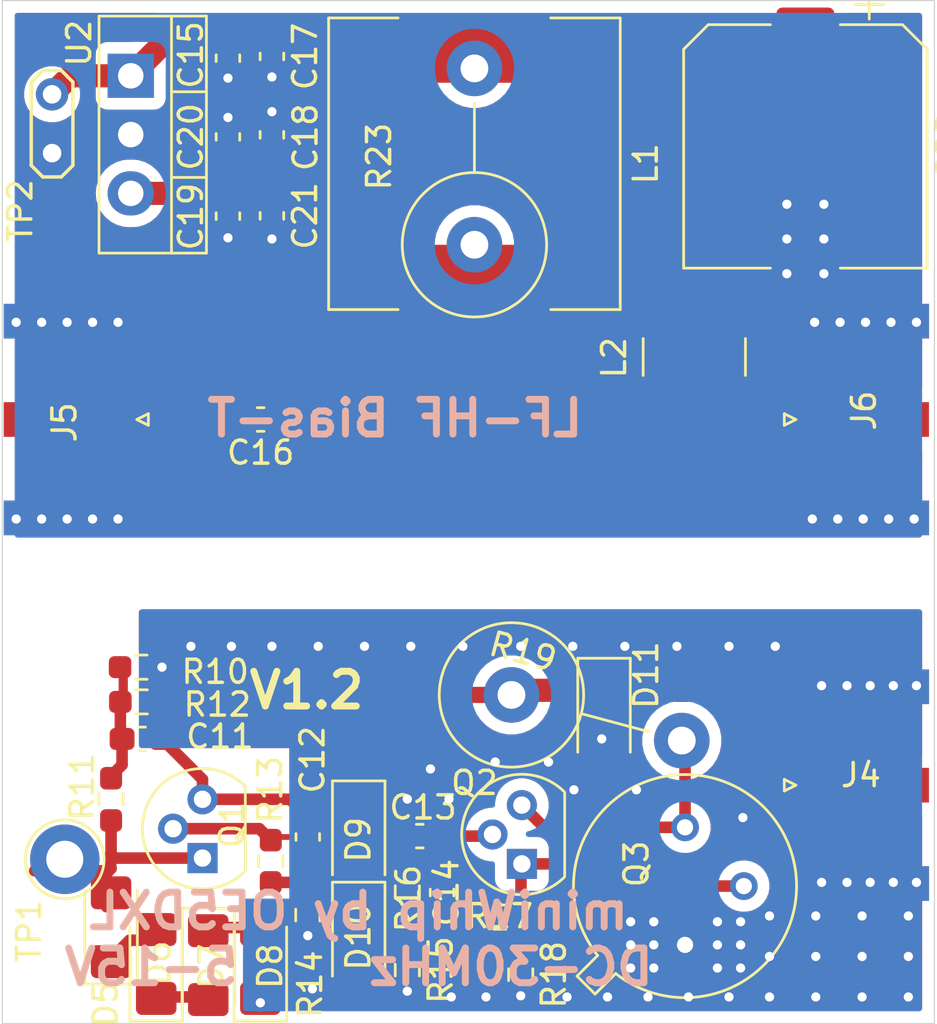
<source format=kicad_pcb>
(kicad_pcb (version 20171130) (host pcbnew 5.1.7-a382d34a88~89~ubuntu20.04.1)

  (general
    (thickness 1.6)
    (drawings 7)
    (tracks 199)
    (zones 0)
    (modules 41)
    (nets 21)
  )

  (page A4)
  (layers
    (0 F.Cu signal hide)
    (31 B.Cu signal hide)
    (32 B.Adhes user hide)
    (33 F.Adhes user hide)
    (34 B.Paste user)
    (35 F.Paste user hide)
    (36 B.SilkS user hide)
    (37 F.SilkS user)
    (38 B.Mask user)
    (39 F.Mask user)
    (40 Dwgs.User user hide)
    (41 Cmts.User user)
    (42 Eco1.User user)
    (43 Eco2.User user)
    (44 Edge.Cuts user)
    (45 Margin user)
    (46 B.CrtYd user)
    (47 F.CrtYd user)
    (48 B.Fab user hide)
    (49 F.Fab user hide)
  )

  (setup
    (last_trace_width 0.25)
    (user_trace_width 0.3)
    (user_trace_width 0.4)
    (user_trace_width 0.5)
    (user_trace_width 0.7)
    (user_trace_width 1)
    (user_trace_width 2)
    (user_trace_width 3)
    (trace_clearance 0.2)
    (zone_clearance 0.508)
    (zone_45_only no)
    (trace_min 0.2)
    (via_size 0.8)
    (via_drill 0.4)
    (via_min_size 0.4)
    (via_min_drill 0.25)
    (user_via 0.5 0.25)
    (user_via 0.6 0.3)
    (uvia_size 0.3)
    (uvia_drill 0.1)
    (uvias_allowed no)
    (uvia_min_size 0.2)
    (uvia_min_drill 0.1)
    (edge_width 0.05)
    (segment_width 0.2)
    (pcb_text_width 0.3)
    (pcb_text_size 1.5 1.5)
    (mod_edge_width 0.12)
    (mod_text_size 1 1)
    (mod_text_width 0.15)
    (pad_size 2.4 2.4)
    (pad_drill 1.2)
    (pad_to_mask_clearance 0)
    (aux_axis_origin 68.5 22)
    (visible_elements FFFFFF7F)
    (pcbplotparams
      (layerselection 0x010fc_ffffffff)
      (usegerberextensions false)
      (usegerberattributes true)
      (usegerberadvancedattributes true)
      (creategerberjobfile true)
      (excludeedgelayer true)
      (linewidth 0.100000)
      (plotframeref false)
      (viasonmask false)
      (mode 1)
      (useauxorigin false)
      (hpglpennumber 1)
      (hpglpenspeed 20)
      (hpglpendiameter 15.000000)
      (psnegative false)
      (psa4output false)
      (plotreference true)
      (plotvalue true)
      (plotinvisibletext false)
      (padsonsilk false)
      (subtractmaskfromsilk false)
      (outputformat 1)
      (mirror false)
      (drillshape 0)
      (scaleselection 1)
      (outputdirectory "Gerber/"))
  )

  (net 0 "")
  (net 1 GND)
  (net 2 "Net-(C11-Pad2)")
  (net 3 "Net-(C11-Pad1)")
  (net 4 "Net-(C12-Pad1)")
  (net 5 "Net-(C13-Pad2)")
  (net 6 "Net-(C13-Pad1)")
  (net 7 "Net-(C14-Pad2)")
  (net 8 "Net-(D5-Pad1)")
  (net 9 "Net-(D5-Pad2)")
  (net 10 "Net-(D6-Pad1)")
  (net 11 "Net-(D7-Pad1)")
  (net 12 "Net-(D10-Pad1)")
  (net 13 "Net-(D10-Pad2)")
  (net 14 "Net-(Q2-Pad1)")
  (net 15 "Net-(Q2-Pad3)")
  (net 16 "Net-(C15-Pad1)")
  (net 17 "Net-(C16-Pad2)")
  (net 18 "Net-(C16-Pad1)")
  (net 19 "Net-(C17-Pad1)")
  (net 20 "Net-(L1-Pad2)")

  (net_class Default "This is the default net class."
    (clearance 0.2)
    (trace_width 0.25)
    (via_dia 0.8)
    (via_drill 0.4)
    (uvia_dia 0.3)
    (uvia_drill 0.1)
    (add_net GND)
    (add_net "Net-(C11-Pad1)")
    (add_net "Net-(C11-Pad2)")
    (add_net "Net-(C12-Pad1)")
    (add_net "Net-(C13-Pad1)")
    (add_net "Net-(C13-Pad2)")
    (add_net "Net-(C14-Pad2)")
    (add_net "Net-(C15-Pad1)")
    (add_net "Net-(C16-Pad1)")
    (add_net "Net-(C16-Pad2)")
    (add_net "Net-(C17-Pad1)")
    (add_net "Net-(D10-Pad1)")
    (add_net "Net-(D10-Pad2)")
    (add_net "Net-(D5-Pad1)")
    (add_net "Net-(D5-Pad2)")
    (add_net "Net-(D6-Pad1)")
    (add_net "Net-(D7-Pad1)")
    (add_net "Net-(L1-Pad2)")
    (add_net "Net-(Q2-Pad1)")
    (add_net "Net-(Q2-Pad3)")
  )

  (module Resistor_SMD:R_0603_1608Metric_Pad0.98x0.95mm_HandSolder (layer F.Cu) (tedit 5F68FEEE) (tstamp 606CDBFA)
    (at 36.9835 59.574 180)
    (descr "Resistor SMD 0603 (1608 Metric), square (rectangular) end terminal, IPC_7351 nominal with elongated pad for handsoldering. (Body size source: IPC-SM-782 page 72, https://www.pcb-3d.com/wordpress/wp-content/uploads/ipc-sm-782a_amendment_1_and_2.pdf), generated with kicad-footprint-generator")
    (tags "resistor handsolder")
    (path /606CBE82)
    (attr smd)
    (fp_text reference R12 (at -3.2755 -0.116) (layer F.SilkS)
      (effects (font (size 1 1) (thickness 0.15)))
    )
    (fp_text value 100k (at 0 1.43) (layer F.Fab)
      (effects (font (size 1 1) (thickness 0.15)))
    )
    (fp_line (start 1.65 0.73) (end -1.65 0.73) (layer F.CrtYd) (width 0.05))
    (fp_line (start 1.65 -0.73) (end 1.65 0.73) (layer F.CrtYd) (width 0.05))
    (fp_line (start -1.65 -0.73) (end 1.65 -0.73) (layer F.CrtYd) (width 0.05))
    (fp_line (start -1.65 0.73) (end -1.65 -0.73) (layer F.CrtYd) (width 0.05))
    (fp_line (start -0.254724 0.5225) (end 0.254724 0.5225) (layer F.SilkS) (width 0.12))
    (fp_line (start -0.254724 -0.5225) (end 0.254724 -0.5225) (layer F.SilkS) (width 0.12))
    (fp_line (start 0.8 0.4125) (end -0.8 0.4125) (layer F.Fab) (width 0.1))
    (fp_line (start 0.8 -0.4125) (end 0.8 0.4125) (layer F.Fab) (width 0.1))
    (fp_line (start -0.8 -0.4125) (end 0.8 -0.4125) (layer F.Fab) (width 0.1))
    (fp_line (start -0.8 0.4125) (end -0.8 -0.4125) (layer F.Fab) (width 0.1))
    (fp_text user %R (at 0 0) (layer F.Fab)
      (effects (font (size 0.4 0.4) (thickness 0.06)))
    )
    (pad 2 smd roundrect (at 0.9125 0 180) (size 0.975 0.95) (layers F.Cu F.Paste F.Mask) (roundrect_rratio 0.25)
      (net 2 "Net-(C11-Pad2)"))
    (pad 1 smd roundrect (at -0.9125 0 180) (size 0.975 0.95) (layers F.Cu F.Paste F.Mask) (roundrect_rratio 0.25)
      (net 3 "Net-(C11-Pad1)"))
    (model ${KISYS3DMOD}/Resistor_SMD.3dshapes/R_0603_1608Metric.wrl
      (at (xyz 0 0 0))
      (scale (xyz 1 1 1))
      (rotate (xyz 0 0 0))
    )
  )

  (module Package_TO_SOT_THT:TO-92 (layer F.Cu) (tedit 5A279852) (tstamp 60AB81E6)
    (at 39.621 66.324 90)
    (descr "TO-92 leads molded, narrow, drill 0.75mm (see NXP sot054_po.pdf)")
    (tags "to-92 sc-43 sc-43a sot54 PA33 transistor")
    (path /60B05D2C)
    (fp_text reference Q1 (at 1.427 1.273 90) (layer F.SilkS)
      (effects (font (size 1 1) (thickness 0.15)))
    )
    (fp_text value BF245B (at 1.27 2.79 90) (layer F.Fab)
      (effects (font (size 1 1) (thickness 0.15)))
    )
    (fp_line (start 4 2.01) (end -1.46 2.01) (layer F.CrtYd) (width 0.05))
    (fp_line (start 4 2.01) (end 4 -2.73) (layer F.CrtYd) (width 0.05))
    (fp_line (start -1.46 -2.73) (end -1.46 2.01) (layer F.CrtYd) (width 0.05))
    (fp_line (start -1.46 -2.73) (end 4 -2.73) (layer F.CrtYd) (width 0.05))
    (fp_line (start -0.5 1.75) (end 3 1.75) (layer F.Fab) (width 0.1))
    (fp_line (start -0.53 1.85) (end 3.07 1.85) (layer F.SilkS) (width 0.12))
    (fp_arc (start 1.27 0) (end 1.27 -2.6) (angle 135) (layer F.SilkS) (width 0.12))
    (fp_arc (start 1.27 0) (end 1.27 -2.48) (angle -135) (layer F.Fab) (width 0.1))
    (fp_arc (start 1.27 0) (end 1.27 -2.6) (angle -135) (layer F.SilkS) (width 0.12))
    (fp_arc (start 1.27 0) (end 1.27 -2.48) (angle 135) (layer F.Fab) (width 0.1))
    (fp_text user %R (at 1.27 -3.56 90) (layer F.Fab)
      (effects (font (size 1 1) (thickness 0.15)))
    )
    (pad 1 thru_hole rect (at 0 0 180) (size 1.3 1.3) (drill 0.75) (layers *.Cu *.Mask)
      (net 9 "Net-(D5-Pad2)"))
    (pad 3 thru_hole circle (at 2.54 0 180) (size 1.3 1.3) (drill 0.75) (layers *.Cu *.Mask)
      (net 3 "Net-(C11-Pad1)"))
    (pad 2 thru_hole circle (at 1.27 -1.27 180) (size 1.3 1.3) (drill 0.75) (layers *.Cu *.Mask)
      (net 6 "Net-(C13-Pad1)"))
    (model ${KISYS3DMOD}/Package_TO_SOT_THT.3dshapes/TO-92.wrl
      (at (xyz 0 0 0))
      (scale (xyz 1 1 1))
      (rotate (xyz 0 0 0))
    )
  )

  (module Inductor_SMD:L_2816_7142Metric_Pad3.20x4.45mm_HandSolder (layer F.Cu) (tedit 5B341557) (tstamp 60AB0A3C)
    (at 60.871 44.674 270)
    (descr "Capacitor SMD 2816 (7142 Metric), square (rectangular) end terminal, IPC_7351 nominal with elongated pad for handsoldering. (Body size from: https://www.vishay.com/docs/30100/wsl.pdf), generated with kicad-footprint-generator")
    (tags "inductor handsolder")
    (path /60ABD340)
    (attr smd)
    (fp_text reference L2 (at 0.03 3.467 90) (layer F.SilkS)
      (effects (font (size 1 1) (thickness 0.15)))
    )
    (fp_text value L (at 0 3.18 90) (layer F.Fab)
      (effects (font (size 1 1) (thickness 0.15)))
    )
    (fp_line (start 4.45 2.48) (end -4.45 2.48) (layer F.CrtYd) (width 0.05))
    (fp_line (start 4.45 -2.48) (end 4.45 2.48) (layer F.CrtYd) (width 0.05))
    (fp_line (start -4.45 -2.48) (end 4.45 -2.48) (layer F.CrtYd) (width 0.05))
    (fp_line (start -4.45 2.48) (end -4.45 -2.48) (layer F.CrtYd) (width 0.05))
    (fp_line (start -0.797369 2.21) (end 0.797369 2.21) (layer F.SilkS) (width 0.12))
    (fp_line (start -0.797369 -2.21) (end 0.797369 -2.21) (layer F.SilkS) (width 0.12))
    (fp_line (start 3.55 2.1) (end -3.55 2.1) (layer F.Fab) (width 0.1))
    (fp_line (start 3.55 -2.1) (end 3.55 2.1) (layer F.Fab) (width 0.1))
    (fp_line (start -3.55 -2.1) (end 3.55 -2.1) (layer F.Fab) (width 0.1))
    (fp_line (start -3.55 2.1) (end -3.55 -2.1) (layer F.Fab) (width 0.1))
    (fp_text user %R (at 0 0 90) (layer F.Fab)
      (effects (font (size 1 1) (thickness 0.15)))
    )
    (pad 2 smd roundrect (at 2.6 0 270) (size 3.2 4.45) (layers F.Cu F.Paste F.Mask) (roundrect_rratio 0.078125)
      (net 18 "Net-(C16-Pad1)"))
    (pad 1 smd roundrect (at -2.6 0 270) (size 3.2 4.45) (layers F.Cu F.Paste F.Mask) (roundrect_rratio 0.078125)
      (net 20 "Net-(L1-Pad2)"))
    (model ${KISYS3DMOD}/Inductor_SMD.3dshapes/L_2816_7142Metric.wrl
      (at (xyz 0 0 0))
      (scale (xyz 1 1 1))
      (rotate (xyz 0 0 0))
    )
  )

  (module Inductor_SMD:L_12x12mm_H8mm (layer F.Cu) (tedit 5990349C) (tstamp 606D5D2D)
    (at 51.371 36.324 270)
    (descr "Choke, SMD, 12x12mm 8mm height")
    (tags "Choke SMD")
    (path /607993A9)
    (attr smd)
    (fp_text reference L1 (at 0 -7.4 90) (layer F.SilkS)
      (effects (font (size 1 1) (thickness 0.15)))
    )
    (fp_text value L (at 0 7.6 90) (layer F.Fab)
      (effects (font (size 1 1) (thickness 0.15)))
    )
    (fp_circle (center -2.1 3) (end -1.8 3.25) (layer F.Fab) (width 0.1))
    (fp_circle (center 0 0) (end 0.15 0.15) (layer F.Adhes) (width 0.38))
    (fp_circle (center 0 0) (end 0.55 0) (layer F.Adhes) (width 0.38))
    (fp_circle (center 0 0) (end 0.9 0) (layer F.Adhes) (width 0.38))
    (fp_line (start 6.2 -6.2) (end 6.2 -3.3) (layer F.Fab) (width 0.1))
    (fp_line (start -6.2 -6.2) (end -6.2 -3.3) (layer F.Fab) (width 0.1))
    (fp_line (start 6.2 -6.2) (end -6.2 -6.2) (layer F.Fab) (width 0.1))
    (fp_line (start 6.2 6.2) (end 6.2 3.3) (layer F.Fab) (width 0.1))
    (fp_line (start -6.2 6.2) (end 6.2 6.2) (layer F.Fab) (width 0.1))
    (fp_line (start -6.2 3.3) (end -6.2 6.2) (layer F.Fab) (width 0.1))
    (fp_line (start -5 -3.5) (end -4.8 -3.2) (layer F.Fab) (width 0.1))
    (fp_line (start -5.1 -4) (end -5 -3.5) (layer F.Fab) (width 0.1))
    (fp_line (start -4.9 -4.5) (end -5.1 -4) (layer F.Fab) (width 0.1))
    (fp_line (start -4.6 -4.8) (end -4.9 -4.5) (layer F.Fab) (width 0.1))
    (fp_line (start -4.2 -5) (end -4.6 -4.8) (layer F.Fab) (width 0.1))
    (fp_line (start -3.7 -5.1) (end -4.2 -5) (layer F.Fab) (width 0.1))
    (fp_line (start -3.3 -4.9) (end -3.7 -5.1) (layer F.Fab) (width 0.1))
    (fp_line (start -3 -4.7) (end -3.3 -4.9) (layer F.Fab) (width 0.1))
    (fp_line (start -2.6 -4.9) (end -3 -4.7) (layer F.Fab) (width 0.1))
    (fp_line (start -1.7 -5.3) (end -2.6 -4.9) (layer F.Fab) (width 0.1))
    (fp_line (start -0.8 -5.5) (end -1.7 -5.3) (layer F.Fab) (width 0.1))
    (fp_line (start 0 -5.6) (end -0.8 -5.5) (layer F.Fab) (width 0.1))
    (fp_line (start 0.9 -5.5) (end 0 -5.6) (layer F.Fab) (width 0.1))
    (fp_line (start 1.7 -5.3) (end 0.9 -5.5) (layer F.Fab) (width 0.1))
    (fp_line (start 2.2 -5.1) (end 1.7 -5.3) (layer F.Fab) (width 0.1))
    (fp_line (start 2.6 -4.9) (end 2.2 -5.1) (layer F.Fab) (width 0.1))
    (fp_line (start 3 -4.6) (end 2.6 -4.9) (layer F.Fab) (width 0.1))
    (fp_line (start 3.3 -4.9) (end 3 -4.6) (layer F.Fab) (width 0.1))
    (fp_line (start 3.6 -5) (end 3.3 -4.9) (layer F.Fab) (width 0.1))
    (fp_line (start 3.9 -5.1) (end 3.6 -5) (layer F.Fab) (width 0.1))
    (fp_line (start 4.2 -5.1) (end 3.9 -5.1) (layer F.Fab) (width 0.1))
    (fp_line (start 4.5 -4.9) (end 4.2 -5.1) (layer F.Fab) (width 0.1))
    (fp_line (start 4.8 -4.7) (end 4.5 -4.9) (layer F.Fab) (width 0.1))
    (fp_line (start 5 -4.3) (end 4.8 -4.7) (layer F.Fab) (width 0.1))
    (fp_line (start 5.1 -4) (end 5 -4.3) (layer F.Fab) (width 0.1))
    (fp_line (start 5 -3.6) (end 5.1 -4) (layer F.Fab) (width 0.1))
    (fp_line (start 4.9 -3.3) (end 5 -3.6) (layer F.Fab) (width 0.1))
    (fp_line (start -5 3.6) (end -4.8 3.2) (layer F.Fab) (width 0.1))
    (fp_line (start -5.1 4.1) (end -5 3.6) (layer F.Fab) (width 0.1))
    (fp_line (start -4.9 4.6) (end -5.1 4.1) (layer F.Fab) (width 0.1))
    (fp_line (start -4.6 4.8) (end -4.9 4.6) (layer F.Fab) (width 0.1))
    (fp_line (start -4.3 5) (end -4.6 4.8) (layer F.Fab) (width 0.1))
    (fp_line (start -3.9 5.1) (end -4.3 5) (layer F.Fab) (width 0.1))
    (fp_line (start -3.3 4.9) (end -3.9 5.1) (layer F.Fab) (width 0.1))
    (fp_line (start -3 4.7) (end -3.3 4.9) (layer F.Fab) (width 0.1))
    (fp_line (start -2.6 4.9) (end -3 4.7) (layer F.Fab) (width 0.1))
    (fp_line (start -2.1 5.1) (end -2.6 4.9) (layer F.Fab) (width 0.1))
    (fp_line (start -1.5 5.3) (end -2.1 5.1) (layer F.Fab) (width 0.1))
    (fp_line (start -0.6 5.5) (end -1.5 5.3) (layer F.Fab) (width 0.1))
    (fp_line (start 0.6 5.5) (end -0.6 5.5) (layer F.Fab) (width 0.1))
    (fp_line (start 1.6 5.3) (end 0.6 5.5) (layer F.Fab) (width 0.1))
    (fp_line (start 2.4 5) (end 1.6 5.3) (layer F.Fab) (width 0.1))
    (fp_line (start 3 4.6) (end 2.4 5) (layer F.Fab) (width 0.1))
    (fp_line (start 3.1 4.7) (end 3 4.6) (layer F.Fab) (width 0.1))
    (fp_line (start 3.5 5) (end 3.1 4.7) (layer F.Fab) (width 0.1))
    (fp_line (start 4 5.1) (end 3.5 5) (layer F.Fab) (width 0.1))
    (fp_line (start 4.5 5) (end 4 5.1) (layer F.Fab) (width 0.1))
    (fp_line (start 4.8 4.6) (end 4.5 5) (layer F.Fab) (width 0.1))
    (fp_line (start 5 4.3) (end 4.8 4.6) (layer F.Fab) (width 0.1))
    (fp_line (start 5.1 3.8) (end 5 4.3) (layer F.Fab) (width 0.1))
    (fp_line (start 5 3.4) (end 5.1 3.8) (layer F.Fab) (width 0.1))
    (fp_line (start 4.9 3.3) (end 5 3.4) (layer F.Fab) (width 0.1))
    (fp_line (start -6.86 6.6) (end -6.86 -6.6) (layer F.CrtYd) (width 0.05))
    (fp_line (start 6.86 6.6) (end -6.86 6.6) (layer F.CrtYd) (width 0.05))
    (fp_line (start 6.86 -6.6) (end 6.86 6.6) (layer F.CrtYd) (width 0.05))
    (fp_line (start -6.86 -6.6) (end 6.86 -6.6) (layer F.CrtYd) (width 0.05))
    (fp_line (start 6.3 -6.3) (end 6.3 -3.3) (layer F.SilkS) (width 0.12))
    (fp_line (start -6.3 -6.3) (end 6.3 -6.3) (layer F.SilkS) (width 0.12))
    (fp_line (start -6.3 -3.3) (end -6.3 -6.3) (layer F.SilkS) (width 0.12))
    (fp_line (start -6.3 6.3) (end -6.3 3.3) (layer F.SilkS) (width 0.12))
    (fp_line (start 6.3 6.3) (end -6.3 6.3) (layer F.SilkS) (width 0.12))
    (fp_line (start 6.3 3.3) (end 6.3 6.3) (layer F.SilkS) (width 0.12))
    (fp_text user %R (at 0 0 90) (layer F.Fab)
      (effects (font (size 1 1) (thickness 0.15)))
    )
    (pad 2 smd rect (at 4.95 0 270) (size 2.9 5.4) (layers F.Cu F.Paste F.Mask)
      (net 20 "Net-(L1-Pad2)"))
    (pad 1 smd rect (at -4.95 0 270) (size 2.9 5.4) (layers F.Cu F.Paste F.Mask)
      (net 19 "Net-(C17-Pad1)"))
    (model ${KISYS3DMOD}/Inductor_SMD.3dshapes/L_12x12mm_H8mm.wrl
      (at (xyz 0 0 0))
      (scale (xyz 1 1 1))
      (rotate (xyz 0 0 0))
    )
  )

  (module Diode_SMD:D_1206_3216Metric_Pad1.42x1.75mm_HandSolder (layer F.Cu) (tedit 5B4B45C8) (tstamp 606CDAD2)
    (at 56.971 60.149 270)
    (descr "Diode SMD 1206 (3216 Metric), square (rectangular) end terminal, IPC_7351 nominal, (Body size source: http://www.tortai-tech.com/upload/download/2011102023233369053.pdf), generated with kicad-footprint-generator")
    (tags "diode handsolder")
    (path /606C39B0)
    (attr smd)
    (fp_text reference D11 (at -1.729 -1.82 90) (layer F.SilkS)
      (effects (font (size 1 1) (thickness 0.15)))
    )
    (fp_text value "D_Zener 18V" (at 0 1.82 90) (layer F.Fab)
      (effects (font (size 1 1) (thickness 0.15)))
    )
    (fp_line (start 2.45 1.12) (end -2.45 1.12) (layer F.CrtYd) (width 0.05))
    (fp_line (start 2.45 -1.12) (end 2.45 1.12) (layer F.CrtYd) (width 0.05))
    (fp_line (start -2.45 -1.12) (end 2.45 -1.12) (layer F.CrtYd) (width 0.05))
    (fp_line (start -2.45 1.12) (end -2.45 -1.12) (layer F.CrtYd) (width 0.05))
    (fp_line (start -2.46 1.135) (end 1.6 1.135) (layer F.SilkS) (width 0.12))
    (fp_line (start -2.46 -1.135) (end -2.46 1.135) (layer F.SilkS) (width 0.12))
    (fp_line (start 1.6 -1.135) (end -2.46 -1.135) (layer F.SilkS) (width 0.12))
    (fp_line (start 1.6 0.8) (end 1.6 -0.8) (layer F.Fab) (width 0.1))
    (fp_line (start -1.6 0.8) (end 1.6 0.8) (layer F.Fab) (width 0.1))
    (fp_line (start -1.6 -0.4) (end -1.6 0.8) (layer F.Fab) (width 0.1))
    (fp_line (start -1.2 -0.8) (end -1.6 -0.4) (layer F.Fab) (width 0.1))
    (fp_line (start 1.6 -0.8) (end -1.2 -0.8) (layer F.Fab) (width 0.1))
    (fp_text user %R (at 0 0 90) (layer F.Fab)
      (effects (font (size 0.8 0.8) (thickness 0.12)))
    )
    (pad 2 smd roundrect (at 1.4875 0 270) (size 1.425 1.75) (layers F.Cu F.Paste F.Mask) (roundrect_rratio 0.1754385964912281)
      (net 1 GND))
    (pad 1 smd roundrect (at -1.4875 0 270) (size 1.425 1.75) (layers F.Cu F.Paste F.Mask) (roundrect_rratio 0.1754385964912281)
      (net 3 "Net-(C11-Pad1)"))
    (model ${KISYS3DMOD}/Diode_SMD.3dshapes/D_1206_3216Metric.wrl
      (at (xyz 0 0 0))
      (scale (xyz 1 1 1))
      (rotate (xyz 0 0 0))
    )
  )

  (module Diode_SMD:D_1206_3216Metric_Pad1.42x1.75mm_HandSolder (layer F.Cu) (tedit 5B4B45C8) (tstamp 606CDABF)
    (at 46.371 69.824 270)
    (descr "Diode SMD 1206 (3216 Metric), square (rectangular) end terminal, IPC_7351 nominal, (Body size source: http://www.tortai-tech.com/upload/download/2011102023233369053.pdf), generated with kicad-footprint-generator")
    (tags "diode handsolder")
    (path /606C87E9)
    (attr smd)
    (fp_text reference D10 (at -0.101 0.016 90) (layer F.SilkS)
      (effects (font (size 1 1) (thickness 0.15)))
    )
    (fp_text value DIODE (at 0 1.82 90) (layer F.Fab)
      (effects (font (size 1 1) (thickness 0.15)))
    )
    (fp_line (start 2.45 1.12) (end -2.45 1.12) (layer F.CrtYd) (width 0.05))
    (fp_line (start 2.45 -1.12) (end 2.45 1.12) (layer F.CrtYd) (width 0.05))
    (fp_line (start -2.45 -1.12) (end 2.45 -1.12) (layer F.CrtYd) (width 0.05))
    (fp_line (start -2.45 1.12) (end -2.45 -1.12) (layer F.CrtYd) (width 0.05))
    (fp_line (start -2.46 1.135) (end 1.6 1.135) (layer F.SilkS) (width 0.12))
    (fp_line (start -2.46 -1.135) (end -2.46 1.135) (layer F.SilkS) (width 0.12))
    (fp_line (start 1.6 -1.135) (end -2.46 -1.135) (layer F.SilkS) (width 0.12))
    (fp_line (start 1.6 0.8) (end 1.6 -0.8) (layer F.Fab) (width 0.1))
    (fp_line (start -1.6 0.8) (end 1.6 0.8) (layer F.Fab) (width 0.1))
    (fp_line (start -1.6 -0.4) (end -1.6 0.8) (layer F.Fab) (width 0.1))
    (fp_line (start -1.2 -0.8) (end -1.6 -0.4) (layer F.Fab) (width 0.1))
    (fp_line (start 1.6 -0.8) (end -1.2 -0.8) (layer F.Fab) (width 0.1))
    (fp_text user %R (at 0 0 90) (layer F.Fab)
      (effects (font (size 0.8 0.8) (thickness 0.12)))
    )
    (pad 2 smd roundrect (at 1.4875 0 270) (size 1.425 1.75) (layers F.Cu F.Paste F.Mask) (roundrect_rratio 0.1754385964912281)
      (net 13 "Net-(D10-Pad2)"))
    (pad 1 smd roundrect (at -1.4875 0 270) (size 1.425 1.75) (layers F.Cu F.Paste F.Mask) (roundrect_rratio 0.1754385964912281)
      (net 12 "Net-(D10-Pad1)"))
    (model ${KISYS3DMOD}/Diode_SMD.3dshapes/D_1206_3216Metric.wrl
      (at (xyz 0 0 0))
      (scale (xyz 1 1 1))
      (rotate (xyz 0 0 0))
    )
  )

  (module Diode_SMD:D_1206_3216Metric_Pad1.42x1.75mm_HandSolder (layer F.Cu) (tedit 5B4B45C8) (tstamp 606CDAAC)
    (at 46.371 65.449 270)
    (descr "Diode SMD 1206 (3216 Metric), square (rectangular) end terminal, IPC_7351 nominal, (Body size source: http://www.tortai-tech.com/upload/download/2011102023233369053.pdf), generated with kicad-footprint-generator")
    (tags "diode handsolder")
    (path /606C9D5D)
    (attr smd)
    (fp_text reference D9 (at 0.083 0.016 90) (layer F.SilkS)
      (effects (font (size 1 1) (thickness 0.15)))
    )
    (fp_text value DIODE (at 0 1.82 90) (layer F.Fab)
      (effects (font (size 1 1) (thickness 0.15)))
    )
    (fp_line (start 2.45 1.12) (end -2.45 1.12) (layer F.CrtYd) (width 0.05))
    (fp_line (start 2.45 -1.12) (end 2.45 1.12) (layer F.CrtYd) (width 0.05))
    (fp_line (start -2.45 -1.12) (end 2.45 -1.12) (layer F.CrtYd) (width 0.05))
    (fp_line (start -2.45 1.12) (end -2.45 -1.12) (layer F.CrtYd) (width 0.05))
    (fp_line (start -2.46 1.135) (end 1.6 1.135) (layer F.SilkS) (width 0.12))
    (fp_line (start -2.46 -1.135) (end -2.46 1.135) (layer F.SilkS) (width 0.12))
    (fp_line (start 1.6 -1.135) (end -2.46 -1.135) (layer F.SilkS) (width 0.12))
    (fp_line (start 1.6 0.8) (end 1.6 -0.8) (layer F.Fab) (width 0.1))
    (fp_line (start -1.6 0.8) (end 1.6 0.8) (layer F.Fab) (width 0.1))
    (fp_line (start -1.6 -0.4) (end -1.6 0.8) (layer F.Fab) (width 0.1))
    (fp_line (start -1.2 -0.8) (end -1.6 -0.4) (layer F.Fab) (width 0.1))
    (fp_line (start 1.6 -0.8) (end -1.2 -0.8) (layer F.Fab) (width 0.1))
    (fp_text user %R (at 0 0 90) (layer F.Fab)
      (effects (font (size 0.8 0.8) (thickness 0.12)))
    )
    (pad 2 smd roundrect (at 1.4875 0 270) (size 1.425 1.75) (layers F.Cu F.Paste F.Mask) (roundrect_rratio 0.1754385964912281)
      (net 12 "Net-(D10-Pad1)"))
    (pad 1 smd roundrect (at -1.4875 0 270) (size 1.425 1.75) (layers F.Cu F.Paste F.Mask) (roundrect_rratio 0.1754385964912281)
      (net 3 "Net-(C11-Pad1)"))
    (model ${KISYS3DMOD}/Diode_SMD.3dshapes/D_1206_3216Metric.wrl
      (at (xyz 0 0 0))
      (scale (xyz 1 1 1))
      (rotate (xyz 0 0 0))
    )
  )

  (module Diode_SMD:D_1206_3216Metric_Pad1.42x1.75mm_HandSolder (layer F.Cu) (tedit 5B4B45C8) (tstamp 606CDA99)
    (at 42.121 70.899 90)
    (descr "Diode SMD 1206 (3216 Metric), square (rectangular) end terminal, IPC_7351 nominal, (Body size source: http://www.tortai-tech.com/upload/download/2011102023233369053.pdf), generated with kicad-footprint-generator")
    (tags "diode handsolder")
    (path /606C854A)
    (attr smd)
    (fp_text reference D8 (at -0.094 0.424 90) (layer F.SilkS)
      (effects (font (size 1 1) (thickness 0.15)))
    )
    (fp_text value DIODE (at 0 1.82 90) (layer F.Fab)
      (effects (font (size 1 1) (thickness 0.15)))
    )
    (fp_line (start 2.45 1.12) (end -2.45 1.12) (layer F.CrtYd) (width 0.05))
    (fp_line (start 2.45 -1.12) (end 2.45 1.12) (layer F.CrtYd) (width 0.05))
    (fp_line (start -2.45 -1.12) (end 2.45 -1.12) (layer F.CrtYd) (width 0.05))
    (fp_line (start -2.45 1.12) (end -2.45 -1.12) (layer F.CrtYd) (width 0.05))
    (fp_line (start -2.46 1.135) (end 1.6 1.135) (layer F.SilkS) (width 0.12))
    (fp_line (start -2.46 -1.135) (end -2.46 1.135) (layer F.SilkS) (width 0.12))
    (fp_line (start 1.6 -1.135) (end -2.46 -1.135) (layer F.SilkS) (width 0.12))
    (fp_line (start 1.6 0.8) (end 1.6 -0.8) (layer F.Fab) (width 0.1))
    (fp_line (start -1.6 0.8) (end 1.6 0.8) (layer F.Fab) (width 0.1))
    (fp_line (start -1.6 -0.4) (end -1.6 0.8) (layer F.Fab) (width 0.1))
    (fp_line (start -1.2 -0.8) (end -1.6 -0.4) (layer F.Fab) (width 0.1))
    (fp_line (start 1.6 -0.8) (end -1.2 -0.8) (layer F.Fab) (width 0.1))
    (fp_text user %R (at 0 0 90) (layer F.Fab)
      (effects (font (size 0.8 0.8) (thickness 0.12)))
    )
    (pad 2 smd roundrect (at 1.4875 0 90) (size 1.425 1.75) (layers F.Cu F.Paste F.Mask) (roundrect_rratio 0.1754385964912281)
      (net 11 "Net-(D7-Pad1)"))
    (pad 1 smd roundrect (at -1.4875 0 90) (size 1.425 1.75) (layers F.Cu F.Paste F.Mask) (roundrect_rratio 0.1754385964912281)
      (net 1 GND))
    (model ${KISYS3DMOD}/Diode_SMD.3dshapes/D_1206_3216Metric.wrl
      (at (xyz 0 0 0))
      (scale (xyz 1 1 1))
      (rotate (xyz 0 0 0))
    )
  )

  (module Diode_SMD:D_1206_3216Metric_Pad1.42x1.75mm_HandSolder (layer F.Cu) (tedit 5B4B45C8) (tstamp 606CDA86)
    (at 39.871 70.949 270)
    (descr "Diode SMD 1206 (3216 Metric), square (rectangular) end terminal, IPC_7351 nominal, (Body size source: http://www.tortai-tech.com/upload/download/2011102023233369053.pdf), generated with kicad-footprint-generator")
    (tags "diode handsolder")
    (path /606C8242)
    (attr smd)
    (fp_text reference D7 (at 0.044 -0.134 90) (layer F.SilkS)
      (effects (font (size 1 1) (thickness 0.15)))
    )
    (fp_text value DIODE (at 0 1.82 90) (layer F.Fab)
      (effects (font (size 1 1) (thickness 0.15)))
    )
    (fp_line (start 2.45 1.12) (end -2.45 1.12) (layer F.CrtYd) (width 0.05))
    (fp_line (start 2.45 -1.12) (end 2.45 1.12) (layer F.CrtYd) (width 0.05))
    (fp_line (start -2.45 -1.12) (end 2.45 -1.12) (layer F.CrtYd) (width 0.05))
    (fp_line (start -2.45 1.12) (end -2.45 -1.12) (layer F.CrtYd) (width 0.05))
    (fp_line (start -2.46 1.135) (end 1.6 1.135) (layer F.SilkS) (width 0.12))
    (fp_line (start -2.46 -1.135) (end -2.46 1.135) (layer F.SilkS) (width 0.12))
    (fp_line (start 1.6 -1.135) (end -2.46 -1.135) (layer F.SilkS) (width 0.12))
    (fp_line (start 1.6 0.8) (end 1.6 -0.8) (layer F.Fab) (width 0.1))
    (fp_line (start -1.6 0.8) (end 1.6 0.8) (layer F.Fab) (width 0.1))
    (fp_line (start -1.6 -0.4) (end -1.6 0.8) (layer F.Fab) (width 0.1))
    (fp_line (start -1.2 -0.8) (end -1.6 -0.4) (layer F.Fab) (width 0.1))
    (fp_line (start 1.6 -0.8) (end -1.2 -0.8) (layer F.Fab) (width 0.1))
    (fp_text user %R (at 0 0 90) (layer F.Fab)
      (effects (font (size 0.8 0.8) (thickness 0.12)))
    )
    (pad 2 smd roundrect (at 1.4875 0 270) (size 1.425 1.75) (layers F.Cu F.Paste F.Mask) (roundrect_rratio 0.1754385964912281)
      (net 10 "Net-(D6-Pad1)"))
    (pad 1 smd roundrect (at -1.4875 0 270) (size 1.425 1.75) (layers F.Cu F.Paste F.Mask) (roundrect_rratio 0.1754385964912281)
      (net 11 "Net-(D7-Pad1)"))
    (model ${KISYS3DMOD}/Diode_SMD.3dshapes/D_1206_3216Metric.wrl
      (at (xyz 0 0 0))
      (scale (xyz 1 1 1))
      (rotate (xyz 0 0 0))
    )
  )

  (module Diode_SMD:D_1206_3216Metric_Pad1.42x1.75mm_HandSolder (layer F.Cu) (tedit 5B4B45C8) (tstamp 61961098)
    (at 37.621 70.899 90)
    (descr "Diode SMD 1206 (3216 Metric), square (rectangular) end terminal, IPC_7351 nominal, (Body size source: http://www.tortai-tech.com/upload/download/2011102023233369053.pdf), generated with kicad-footprint-generator")
    (tags "diode handsolder")
    (path /606C78EF)
    (attr smd)
    (fp_text reference D6 (at 0.033 0.098 90) (layer F.SilkS)
      (effects (font (size 1 1) (thickness 0.15)))
    )
    (fp_text value DIODE (at 0 1.82 90) (layer F.Fab)
      (effects (font (size 1 1) (thickness 0.15)))
    )
    (fp_line (start 2.45 1.12) (end -2.45 1.12) (layer F.CrtYd) (width 0.05))
    (fp_line (start 2.45 -1.12) (end 2.45 1.12) (layer F.CrtYd) (width 0.05))
    (fp_line (start -2.45 -1.12) (end 2.45 -1.12) (layer F.CrtYd) (width 0.05))
    (fp_line (start -2.45 1.12) (end -2.45 -1.12) (layer F.CrtYd) (width 0.05))
    (fp_line (start -2.46 1.135) (end 1.6 1.135) (layer F.SilkS) (width 0.12))
    (fp_line (start -2.46 -1.135) (end -2.46 1.135) (layer F.SilkS) (width 0.12))
    (fp_line (start 1.6 -1.135) (end -2.46 -1.135) (layer F.SilkS) (width 0.12))
    (fp_line (start 1.6 0.8) (end 1.6 -0.8) (layer F.Fab) (width 0.1))
    (fp_line (start -1.6 0.8) (end 1.6 0.8) (layer F.Fab) (width 0.1))
    (fp_line (start -1.6 -0.4) (end -1.6 0.8) (layer F.Fab) (width 0.1))
    (fp_line (start -1.2 -0.8) (end -1.6 -0.4) (layer F.Fab) (width 0.1))
    (fp_line (start 1.6 -0.8) (end -1.2 -0.8) (layer F.Fab) (width 0.1))
    (fp_text user %R (at 0 0 90) (layer F.Fab)
      (effects (font (size 0.8 0.8) (thickness 0.12)))
    )
    (pad 2 smd roundrect (at 1.4875 0 90) (size 1.425 1.75) (layers F.Cu F.Paste F.Mask) (roundrect_rratio 0.1754385964912281)
      (net 8 "Net-(D5-Pad1)"))
    (pad 1 smd roundrect (at -1.4875 0 90) (size 1.425 1.75) (layers F.Cu F.Paste F.Mask) (roundrect_rratio 0.1754385964912281)
      (net 10 "Net-(D6-Pad1)"))
    (model ${KISYS3DMOD}/Diode_SMD.3dshapes/D_1206_3216Metric.wrl
      (at (xyz 0 0 0))
      (scale (xyz 1 1 1))
      (rotate (xyz 0 0 0))
    )
  )

  (module Diode_SMD:D_1206_3216Metric_Pad1.42x1.75mm_HandSolder (layer F.Cu) (tedit 5B4B45C8) (tstamp 606CDA60)
    (at 35.671 69.3115 90)
    (descr "Diode SMD 1206 (3216 Metric), square (rectangular) end terminal, IPC_7351 nominal, (Body size source: http://www.tortai-tech.com/upload/download/2011102023233369053.pdf), generated with kicad-footprint-generator")
    (tags "diode handsolder")
    (path /606C17E5)
    (attr smd)
    (fp_text reference D5 (at -3.3325 -0.238 90) (layer F.SilkS)
      (effects (font (size 1 1) (thickness 0.15)))
    )
    (fp_text value DIODE (at 0 1.82 90) (layer F.Fab)
      (effects (font (size 1 1) (thickness 0.15)))
    )
    (fp_line (start 2.45 1.12) (end -2.45 1.12) (layer F.CrtYd) (width 0.05))
    (fp_line (start 2.45 -1.12) (end 2.45 1.12) (layer F.CrtYd) (width 0.05))
    (fp_line (start -2.45 -1.12) (end 2.45 -1.12) (layer F.CrtYd) (width 0.05))
    (fp_line (start -2.45 1.12) (end -2.45 -1.12) (layer F.CrtYd) (width 0.05))
    (fp_line (start -2.46 1.135) (end 1.6 1.135) (layer F.SilkS) (width 0.12))
    (fp_line (start -2.46 -1.135) (end -2.46 1.135) (layer F.SilkS) (width 0.12))
    (fp_line (start 1.6 -1.135) (end -2.46 -1.135) (layer F.SilkS) (width 0.12))
    (fp_line (start 1.6 0.8) (end 1.6 -0.8) (layer F.Fab) (width 0.1))
    (fp_line (start -1.6 0.8) (end 1.6 0.8) (layer F.Fab) (width 0.1))
    (fp_line (start -1.6 -0.4) (end -1.6 0.8) (layer F.Fab) (width 0.1))
    (fp_line (start -1.2 -0.8) (end -1.6 -0.4) (layer F.Fab) (width 0.1))
    (fp_line (start 1.6 -0.8) (end -1.2 -0.8) (layer F.Fab) (width 0.1))
    (fp_text user %R (at 0 0 90) (layer F.Fab)
      (effects (font (size 0.8 0.8) (thickness 0.12)))
    )
    (pad 2 smd roundrect (at 1.4875 0 90) (size 1.425 1.75) (layers F.Cu F.Paste F.Mask) (roundrect_rratio 0.1754385964912281)
      (net 9 "Net-(D5-Pad2)"))
    (pad 1 smd roundrect (at -1.4875 0 90) (size 1.425 1.75) (layers F.Cu F.Paste F.Mask) (roundrect_rratio 0.1754385964912281)
      (net 8 "Net-(D5-Pad1)"))
    (model ${KISYS3DMOD}/Diode_SMD.3dshapes/D_1206_3216Metric.wrl
      (at (xyz 0 0 0))
      (scale (xyz 1 1 1))
      (rotate (xyz 0 0 0))
    )
  )

  (module TestPoint:TestPoint_2Pads_Pitch2.54mm_Drill0.8mm (layer F.Cu) (tedit 5A0F774F) (tstamp 606D6108)
    (at 33.121 33.324 270)
    (descr "Test point with 2 pins, pitch 2.54mm, drill diameter 0.8mm")
    (tags "CONN DEV")
    (path /6077D2C0)
    (attr virtual)
    (fp_text reference TP2 (at 5.03 1.371 90) (layer F.SilkS)
      (effects (font (size 1 1) (thickness 0.15)))
    )
    (fp_text value TestPoint_2Pole (at 1.27 2 90) (layer F.Fab)
      (effects (font (size 1 1) (thickness 0.15)))
    )
    (fp_line (start -1.03 -0.4) (end -0.53 -0.9) (layer F.SilkS) (width 0.15))
    (fp_line (start -1.03 0.4) (end -1.03 -0.4) (layer F.SilkS) (width 0.15))
    (fp_line (start -0.53 0.9) (end -1.03 0.4) (layer F.SilkS) (width 0.15))
    (fp_line (start 3.07 0.9) (end -0.53 0.9) (layer F.SilkS) (width 0.15))
    (fp_line (start 3.57 0.4) (end 3.07 0.9) (layer F.SilkS) (width 0.15))
    (fp_line (start 3.57 -0.4) (end 3.57 0.4) (layer F.SilkS) (width 0.15))
    (fp_line (start 3.07 -0.9) (end 3.57 -0.4) (layer F.SilkS) (width 0.15))
    (fp_line (start -0.53 -0.9) (end 3.07 -0.9) (layer F.SilkS) (width 0.15))
    (fp_line (start -1.3 0.5) (end -0.65 1.15) (layer F.CrtYd) (width 0.05))
    (fp_line (start -1.3 -0.5) (end -1.3 0.5) (layer F.CrtYd) (width 0.05))
    (fp_line (start -0.65 -1.15) (end -1.3 -0.5) (layer F.CrtYd) (width 0.05))
    (fp_line (start 3.15 -1.15) (end -0.65 -1.15) (layer F.CrtYd) (width 0.05))
    (fp_line (start 3.8 -0.5) (end 3.15 -1.15) (layer F.CrtYd) (width 0.05))
    (fp_line (start 3.8 0.5) (end 3.8 -0.5) (layer F.CrtYd) (width 0.05))
    (fp_line (start 3.15 1.15) (end 3.8 0.5) (layer F.CrtYd) (width 0.05))
    (fp_line (start -0.65 1.15) (end 3.15 1.15) (layer F.CrtYd) (width 0.05))
    (fp_text user %R (at 1.3 -2 90) (layer F.Fab)
      (effects (font (size 1 1) (thickness 0.15)))
    )
    (pad 2 thru_hole circle (at 2.54 0 270) (size 1.4 1.4) (drill 0.8) (layers *.Cu *.Mask)
      (net 1 GND))
    (pad 1 thru_hole circle (at 0 0 270) (size 1.4 1.4) (drill 0.8) (layers *.Cu *.Mask)
      (net 16 "Net-(C15-Pad1)"))
  )

  (module Package_TO_SOT_THT:TO-220-3_Vertical (layer F.Cu) (tedit 5AC8BA0D) (tstamp 606D6154)
    (at 36.521 32.524 270)
    (descr "TO-220-3, Vertical, RM 2.54mm, see https://www.vishay.com/docs/66542/to-220-1.pdf")
    (tags "TO-220-3 Vertical RM 2.54mm")
    (path /6077C1C5)
    (fp_text reference U2 (at -1.409 2.231 90) (layer F.SilkS)
      (effects (font (size 1 1) (thickness 0.15)))
    )
    (fp_text value L7812 (at 2.54 2.5 90) (layer F.Fab)
      (effects (font (size 1 1) (thickness 0.15)))
    )
    (fp_line (start 7.79 -3.4) (end -2.71 -3.4) (layer F.CrtYd) (width 0.05))
    (fp_line (start 7.79 1.51) (end 7.79 -3.4) (layer F.CrtYd) (width 0.05))
    (fp_line (start -2.71 1.51) (end 7.79 1.51) (layer F.CrtYd) (width 0.05))
    (fp_line (start -2.71 -3.4) (end -2.71 1.51) (layer F.CrtYd) (width 0.05))
    (fp_line (start 4.391 -3.27) (end 4.391 -1.76) (layer F.SilkS) (width 0.12))
    (fp_line (start 0.69 -3.27) (end 0.69 -1.76) (layer F.SilkS) (width 0.12))
    (fp_line (start -2.58 -1.76) (end 7.66 -1.76) (layer F.SilkS) (width 0.12))
    (fp_line (start 7.66 -3.27) (end 7.66 1.371) (layer F.SilkS) (width 0.12))
    (fp_line (start -2.58 -3.27) (end -2.58 1.371) (layer F.SilkS) (width 0.12))
    (fp_line (start -2.58 1.371) (end 7.66 1.371) (layer F.SilkS) (width 0.12))
    (fp_line (start -2.58 -3.27) (end 7.66 -3.27) (layer F.SilkS) (width 0.12))
    (fp_line (start 4.39 -3.15) (end 4.39 -1.88) (layer F.Fab) (width 0.1))
    (fp_line (start 0.69 -3.15) (end 0.69 -1.88) (layer F.Fab) (width 0.1))
    (fp_line (start -2.46 -1.88) (end 7.54 -1.88) (layer F.Fab) (width 0.1))
    (fp_line (start 7.54 -3.15) (end -2.46 -3.15) (layer F.Fab) (width 0.1))
    (fp_line (start 7.54 1.25) (end 7.54 -3.15) (layer F.Fab) (width 0.1))
    (fp_line (start -2.46 1.25) (end 7.54 1.25) (layer F.Fab) (width 0.1))
    (fp_line (start -2.46 -3.15) (end -2.46 1.25) (layer F.Fab) (width 0.1))
    (fp_text user %R (at 2.54 -4.27 90) (layer F.Fab)
      (effects (font (size 1 1) (thickness 0.15)))
    )
    (pad 3 thru_hole oval (at 5.08 0 270) (size 1.905 2) (drill 1.1) (layers *.Cu *.Mask)
      (net 19 "Net-(C17-Pad1)"))
    (pad 2 thru_hole oval (at 2.54 0 270) (size 1.905 2) (drill 1.1) (layers *.Cu *.Mask)
      (net 1 GND))
    (pad 1 thru_hole rect (at 0 0 270) (size 1.905 2) (drill 1.1) (layers *.Cu *.Mask)
      (net 16 "Net-(C15-Pad1)"))
    (model ${KISYS3DMOD}/Package_TO_SOT_THT.3dshapes/TO-220-3_Vertical.wrl
      (at (xyz 0 0 0))
      (scale (xyz 1 1 1))
      (rotate (xyz 0 0 0))
    )
  )

  (module Resistor_THT:R_Axial_DIN0617_L17.0mm_D6.0mm_P7.62mm_Vertical (layer F.Cu) (tedit 5AE5139B) (tstamp 606D7EF3)
    (at 51.371 39.824 90)
    (descr "Resistor, Axial_DIN0617 series, Axial, Vertical, pin pitch=7.62mm, 2W, length*diameter=17*6mm^2, http://www.vishay.com/docs/20128/wkxwrx.pdf")
    (tags "Resistor Axial_DIN0617 series Axial Vertical pin pitch 7.62mm 2W length 17mm diameter 6mm")
    (path /6079445E)
    (fp_text reference R23 (at 3.81 -4.12 90) (layer F.SilkS)
      (effects (font (size 1 1) (thickness 0.15)))
    )
    (fp_text value "5.6E 3W" (at 3.81 4.12 90) (layer F.Fab)
      (effects (font (size 1 1) (thickness 0.15)))
    )
    (fp_line (start 9.07 -3.25) (end -3.25 -3.25) (layer F.CrtYd) (width 0.05))
    (fp_line (start 9.07 3.25) (end 9.07 -3.25) (layer F.CrtYd) (width 0.05))
    (fp_line (start -3.25 3.25) (end 9.07 3.25) (layer F.CrtYd) (width 0.05))
    (fp_line (start -3.25 -3.25) (end -3.25 3.25) (layer F.CrtYd) (width 0.05))
    (fp_line (start 3.12 0) (end 6.12 0) (layer F.SilkS) (width 0.12))
    (fp_line (start 0 0) (end 7.62 0) (layer F.Fab) (width 0.1))
    (fp_circle (center 0 0) (end 3.12 0) (layer F.SilkS) (width 0.12))
    (fp_circle (center 0 0) (end 3 0) (layer F.Fab) (width 0.1))
    (fp_text user %R (at 0 -1.7 90) (layer F.Fab)
      (effects (font (size 1 1) (thickness 0.15)))
    )
    (pad 2 thru_hole oval (at 7.62 0 90) (size 2.4 2.4) (drill 1.2) (layers *.Cu *.Mask)
      (net 19 "Net-(C17-Pad1)"))
    (pad 1 thru_hole circle (at 0 0 90) (size 2.4 2.4) (drill 1.2) (layers *.Cu *.Mask)
      (net 20 "Net-(L1-Pad2)"))
    (model ${KISYS3DMOD}/Resistor_THT.3dshapes/R_Axial_DIN0617_L17.0mm_D6.0mm_P7.62mm_Vertical.wrl
      (at (xyz 0 0 0))
      (scale (xyz 1 1 1))
      (rotate (xyz 0 0 0))
    )
  )

  (module Connector_Coaxial:SMA_Amphenol_132289_EdgeMount (layer F.Cu) (tedit 5A1C1810) (tstamp 606D5D1A)
    (at 68.471 47.374)
    (descr http://www.amphenolrf.com/132289.html)
    (tags SMA)
    (path /60779061)
    (attr smd)
    (fp_text reference J6 (at -0.272 -0.384 90) (layer F.SilkS)
      (effects (font (size 1 1) (thickness 0.15)))
    )
    (fp_text value Conn_Coaxial (at 5 6) (layer F.Fab)
      (effects (font (size 1 1) (thickness 0.15)))
    )
    (fp_line (start -1.91 5.08) (end 4.445 5.08) (layer F.Fab) (width 0.1))
    (fp_line (start -1.91 3.81) (end -1.91 5.08) (layer F.Fab) (width 0.1))
    (fp_line (start 2.54 3.81) (end -1.91 3.81) (layer F.Fab) (width 0.1))
    (fp_line (start 2.54 -3.81) (end 2.54 3.81) (layer F.Fab) (width 0.1))
    (fp_line (start -1.91 -3.81) (end 2.54 -3.81) (layer F.Fab) (width 0.1))
    (fp_line (start -1.91 -5.08) (end -1.91 -3.81) (layer F.Fab) (width 0.1))
    (fp_line (start -1.91 -5.08) (end 4.445 -5.08) (layer F.Fab) (width 0.1))
    (fp_line (start 4.445 -3.81) (end 4.445 -5.08) (layer F.Fab) (width 0.1))
    (fp_line (start 4.445 5.08) (end 4.445 3.81) (layer F.Fab) (width 0.1))
    (fp_line (start 13.97 3.81) (end 4.445 3.81) (layer F.Fab) (width 0.1))
    (fp_line (start 13.97 -3.81) (end 13.97 3.81) (layer F.Fab) (width 0.1))
    (fp_line (start 4.445 -3.81) (end 13.97 -3.81) (layer F.Fab) (width 0.1))
    (fp_line (start -3.04 5.58) (end -3.04 -5.58) (layer B.CrtYd) (width 0.05))
    (fp_line (start 14.47 5.58) (end -3.04 5.58) (layer B.CrtYd) (width 0.05))
    (fp_line (start 14.47 -5.58) (end 14.47 5.58) (layer B.CrtYd) (width 0.05))
    (fp_line (start 14.47 -5.58) (end -3.04 -5.58) (layer B.CrtYd) (width 0.05))
    (fp_line (start -3.04 5.58) (end -3.04 -5.58) (layer F.CrtYd) (width 0.05))
    (fp_line (start 14.47 5.58) (end -3.04 5.58) (layer F.CrtYd) (width 0.05))
    (fp_line (start 14.47 -5.58) (end 14.47 5.58) (layer F.CrtYd) (width 0.05))
    (fp_line (start 14.47 -5.58) (end -3.04 -5.58) (layer F.CrtYd) (width 0.05))
    (fp_line (start 2.54 -0.75) (end 3.54 0) (layer F.Fab) (width 0.1))
    (fp_line (start 3.54 0) (end 2.54 0.75) (layer F.Fab) (width 0.1))
    (fp_line (start -3.21 0) (end -3.71 -0.25) (layer F.SilkS) (width 0.12))
    (fp_line (start -3.71 -0.25) (end -3.71 0.25) (layer F.SilkS) (width 0.12))
    (fp_line (start -3.71 0.25) (end -3.21 0) (layer F.SilkS) (width 0.12))
    (fp_text user %R (at 4.79 0 270) (layer F.Fab)
      (effects (font (size 1 1) (thickness 0.15)))
    )
    (pad 1 smd rect (at 0 0 90) (size 1.5 5.08) (layers F.Cu F.Paste F.Mask)
      (net 18 "Net-(C16-Pad1)"))
    (pad 2 smd rect (at 0 -4.25 90) (size 1.5 5.08) (layers F.Cu F.Paste F.Mask)
      (net 1 GND))
    (pad 2 smd rect (at 0 4.25 90) (size 1.5 5.08) (layers F.Cu F.Paste F.Mask)
      (net 1 GND))
    (pad 2 smd rect (at 0 -4.25 90) (size 1.5 5.08) (layers B.Cu B.Paste B.Mask)
      (net 1 GND))
    (pad 2 smd rect (at 0 4.25 90) (size 1.5 5.08) (layers B.Cu B.Paste B.Mask)
      (net 1 GND))
    (model ${KISYS3DMOD}/Connector_Coaxial.3dshapes/SMA_Amphenol_132289_EdgeMount.wrl
      (at (xyz 0 0 0))
      (scale (xyz 1 1 1))
      (rotate (xyz 0 0 0))
    )
  )

  (module Connector_Coaxial:SMA_Amphenol_132289_EdgeMount (layer F.Cu) (tedit 5A1C1810) (tstamp 606DF75E)
    (at 33.571 47.374 180)
    (descr http://www.amphenolrf.com/132289.html)
    (tags SMA)
    (path /6077A060)
    (attr smd)
    (fp_text reference J5 (at -0.084 -0.124 90) (layer F.SilkS)
      (effects (font (size 1 1) (thickness 0.15)))
    )
    (fp_text value Conn_Coaxial (at 5 6) (layer F.Fab)
      (effects (font (size 1 1) (thickness 0.15)))
    )
    (fp_line (start -1.91 5.08) (end 4.445 5.08) (layer F.Fab) (width 0.1))
    (fp_line (start -1.91 3.81) (end -1.91 5.08) (layer F.Fab) (width 0.1))
    (fp_line (start 2.54 3.81) (end -1.91 3.81) (layer F.Fab) (width 0.1))
    (fp_line (start 2.54 -3.81) (end 2.54 3.81) (layer F.Fab) (width 0.1))
    (fp_line (start -1.91 -3.81) (end 2.54 -3.81) (layer F.Fab) (width 0.1))
    (fp_line (start -1.91 -5.08) (end -1.91 -3.81) (layer F.Fab) (width 0.1))
    (fp_line (start -1.91 -5.08) (end 4.445 -5.08) (layer F.Fab) (width 0.1))
    (fp_line (start 4.445 -3.81) (end 4.445 -5.08) (layer F.Fab) (width 0.1))
    (fp_line (start 4.445 5.08) (end 4.445 3.81) (layer F.Fab) (width 0.1))
    (fp_line (start 13.97 3.81) (end 4.445 3.81) (layer F.Fab) (width 0.1))
    (fp_line (start 13.97 -3.81) (end 13.97 3.81) (layer F.Fab) (width 0.1))
    (fp_line (start 4.445 -3.81) (end 13.97 -3.81) (layer F.Fab) (width 0.1))
    (fp_line (start -3.04 5.58) (end -3.04 -5.58) (layer B.CrtYd) (width 0.05))
    (fp_line (start 14.47 5.58) (end -3.04 5.58) (layer B.CrtYd) (width 0.05))
    (fp_line (start 14.47 -5.58) (end 14.47 5.58) (layer B.CrtYd) (width 0.05))
    (fp_line (start 14.47 -5.58) (end -3.04 -5.58) (layer B.CrtYd) (width 0.05))
    (fp_line (start -3.04 5.58) (end -3.04 -5.58) (layer F.CrtYd) (width 0.05))
    (fp_line (start 14.47 5.58) (end -3.04 5.58) (layer F.CrtYd) (width 0.05))
    (fp_line (start 14.47 -5.58) (end 14.47 5.58) (layer F.CrtYd) (width 0.05))
    (fp_line (start 14.47 -5.58) (end -3.04 -5.58) (layer F.CrtYd) (width 0.05))
    (fp_line (start 2.54 -0.75) (end 3.54 0) (layer F.Fab) (width 0.1))
    (fp_line (start 3.54 0) (end 2.54 0.75) (layer F.Fab) (width 0.1))
    (fp_line (start -3.21 0) (end -3.71 -0.25) (layer F.SilkS) (width 0.12))
    (fp_line (start -3.71 -0.25) (end -3.71 0.25) (layer F.SilkS) (width 0.12))
    (fp_line (start -3.71 0.25) (end -3.21 0) (layer F.SilkS) (width 0.12))
    (fp_text user %R (at 4.79 0 270) (layer F.Fab)
      (effects (font (size 1 1) (thickness 0.15)))
    )
    (pad 1 smd rect (at 0 0 270) (size 1.5 5.08) (layers F.Cu F.Paste F.Mask)
      (net 17 "Net-(C16-Pad2)"))
    (pad 2 smd rect (at 0 -4.25 270) (size 1.5 5.08) (layers F.Cu F.Paste F.Mask)
      (net 1 GND))
    (pad 2 smd rect (at 0 4.25 270) (size 1.5 5.08) (layers F.Cu F.Paste F.Mask)
      (net 1 GND))
    (pad 2 smd rect (at 0 -4.25 270) (size 1.5 5.08) (layers B.Cu B.Paste B.Mask)
      (net 1 GND))
    (pad 2 smd rect (at 0 4.25 270) (size 1.5 5.08) (layers B.Cu B.Paste B.Mask)
      (net 1 GND))
    (model ${KISYS3DMOD}/Connector_Coaxial.3dshapes/SMA_Amphenol_132289_EdgeMount.wrl
      (at (xyz 0 0 0))
      (scale (xyz 1 1 1))
      (rotate (xyz 0 0 0))
    )
  )

  (module Capacitor_SMD:CP_Elec_10x10 (layer F.Cu) (tedit 5BCA39D1) (tstamp 606D7F36)
    (at 65.671 35.574 270)
    (descr "SMD capacitor, aluminum electrolytic, Nichicon, 10.0x10.0mm")
    (tags "capacitor electrolytic")
    (path /60790C8C)
    (attr smd)
    (fp_text reference C22 (at 0 -6.2 90) (layer F.SilkS)
      (effects (font (size 1 1) (thickness 0.15)))
    )
    (fp_text value CP (at 0 6.2 90) (layer F.Fab)
      (effects (font (size 1 1) (thickness 0.15)))
    )
    (fp_line (start -6.25 1.5) (end -5.4 1.5) (layer F.CrtYd) (width 0.05))
    (fp_line (start -6.25 -1.5) (end -6.25 1.5) (layer F.CrtYd) (width 0.05))
    (fp_line (start -5.4 -1.5) (end -6.25 -1.5) (layer F.CrtYd) (width 0.05))
    (fp_line (start -5.4 1.5) (end -5.4 4.25) (layer F.CrtYd) (width 0.05))
    (fp_line (start -5.4 -4.25) (end -5.4 -1.5) (layer F.CrtYd) (width 0.05))
    (fp_line (start -5.4 -4.25) (end -4.25 -5.4) (layer F.CrtYd) (width 0.05))
    (fp_line (start -5.4 4.25) (end -4.25 5.4) (layer F.CrtYd) (width 0.05))
    (fp_line (start -4.25 -5.4) (end 5.4 -5.4) (layer F.CrtYd) (width 0.05))
    (fp_line (start -4.25 5.4) (end 5.4 5.4) (layer F.CrtYd) (width 0.05))
    (fp_line (start 5.4 1.5) (end 5.4 5.4) (layer F.CrtYd) (width 0.05))
    (fp_line (start 6.25 1.5) (end 5.4 1.5) (layer F.CrtYd) (width 0.05))
    (fp_line (start 6.25 -1.5) (end 6.25 1.5) (layer F.CrtYd) (width 0.05))
    (fp_line (start 5.4 -1.5) (end 6.25 -1.5) (layer F.CrtYd) (width 0.05))
    (fp_line (start 5.4 -5.4) (end 5.4 -1.5) (layer F.CrtYd) (width 0.05))
    (fp_line (start -6.125 -3.385) (end -6.125 -2.135) (layer F.SilkS) (width 0.12))
    (fp_line (start -6.75 -2.76) (end -5.5 -2.76) (layer F.SilkS) (width 0.12))
    (fp_line (start -5.26 4.195563) (end -4.195563 5.26) (layer F.SilkS) (width 0.12))
    (fp_line (start -5.26 -4.195563) (end -4.195563 -5.26) (layer F.SilkS) (width 0.12))
    (fp_line (start -5.26 -4.195563) (end -5.26 -1.51) (layer F.SilkS) (width 0.12))
    (fp_line (start -5.26 4.195563) (end -5.26 1.51) (layer F.SilkS) (width 0.12))
    (fp_line (start -4.195563 5.26) (end 5.26 5.26) (layer F.SilkS) (width 0.12))
    (fp_line (start -4.195563 -5.26) (end 5.26 -5.26) (layer F.SilkS) (width 0.12))
    (fp_line (start 5.26 -5.26) (end 5.26 -1.51) (layer F.SilkS) (width 0.12))
    (fp_line (start 5.26 5.26) (end 5.26 1.51) (layer F.SilkS) (width 0.12))
    (fp_line (start -4.058325 -2.2) (end -4.058325 -1.2) (layer F.Fab) (width 0.1))
    (fp_line (start -4.558325 -1.7) (end -3.558325 -1.7) (layer F.Fab) (width 0.1))
    (fp_line (start -5.15 4.15) (end -4.15 5.15) (layer F.Fab) (width 0.1))
    (fp_line (start -5.15 -4.15) (end -4.15 -5.15) (layer F.Fab) (width 0.1))
    (fp_line (start -5.15 -4.15) (end -5.15 4.15) (layer F.Fab) (width 0.1))
    (fp_line (start -4.15 5.15) (end 5.15 5.15) (layer F.Fab) (width 0.1))
    (fp_line (start -4.15 -5.15) (end 5.15 -5.15) (layer F.Fab) (width 0.1))
    (fp_line (start 5.15 -5.15) (end 5.15 5.15) (layer F.Fab) (width 0.1))
    (fp_circle (center 0 0) (end 5 0) (layer F.Fab) (width 0.1))
    (fp_text user %R (at 0 0 90) (layer F.Fab)
      (effects (font (size 1 1) (thickness 0.15)))
    )
    (pad 2 smd roundrect (at 4 0 270) (size 4 2.5) (layers F.Cu F.Paste F.Mask) (roundrect_rratio 0.1)
      (net 1 GND))
    (pad 1 smd roundrect (at -4 0 270) (size 4 2.5) (layers F.Cu F.Paste F.Mask) (roundrect_rratio 0.1)
      (net 19 "Net-(C17-Pad1)"))
    (model ${KISYS3DMOD}/Capacitor_SMD.3dshapes/CP_Elec_10x10.wrl
      (at (xyz 0 0 0))
      (scale (xyz 1 1 1))
      (rotate (xyz 0 0 0))
    )
  )

  (module Capacitor_SMD:C_0603_1608Metric_Pad1.08x0.95mm_HandSolder (layer F.Cu) (tedit 5F68FEEF) (tstamp 606D8209)
    (at 42.621 38.574 270)
    (descr "Capacitor SMD 0603 (1608 Metric), square (rectangular) end terminal, IPC_7351 nominal with elongated pad for handsoldering. (Body size source: IPC-SM-782 page 76, https://www.pcb-3d.com/wordpress/wp-content/uploads/ipc-sm-782a_amendment_1_and_2.pdf), generated with kicad-footprint-generator")
    (tags "capacitor handsolder")
    (path /607814C0)
    (attr smd)
    (fp_text reference C21 (at 0 -1.43 90) (layer F.SilkS)
      (effects (font (size 1 1) (thickness 0.15)))
    )
    (fp_text value 100n (at 0 1.43 90) (layer F.Fab)
      (effects (font (size 1 1) (thickness 0.15)))
    )
    (fp_line (start 1.65 0.73) (end -1.65 0.73) (layer F.CrtYd) (width 0.05))
    (fp_line (start 1.65 -0.73) (end 1.65 0.73) (layer F.CrtYd) (width 0.05))
    (fp_line (start -1.65 -0.73) (end 1.65 -0.73) (layer F.CrtYd) (width 0.05))
    (fp_line (start -1.65 0.73) (end -1.65 -0.73) (layer F.CrtYd) (width 0.05))
    (fp_line (start -0.146267 0.51) (end 0.146267 0.51) (layer F.SilkS) (width 0.12))
    (fp_line (start -0.146267 -0.51) (end 0.146267 -0.51) (layer F.SilkS) (width 0.12))
    (fp_line (start 0.8 0.4) (end -0.8 0.4) (layer F.Fab) (width 0.1))
    (fp_line (start 0.8 -0.4) (end 0.8 0.4) (layer F.Fab) (width 0.1))
    (fp_line (start -0.8 -0.4) (end 0.8 -0.4) (layer F.Fab) (width 0.1))
    (fp_line (start -0.8 0.4) (end -0.8 -0.4) (layer F.Fab) (width 0.1))
    (fp_text user %R (at 0 0 90) (layer F.Fab)
      (effects (font (size 0.4 0.4) (thickness 0.06)))
    )
    (pad 2 smd roundrect (at 0.8625 0 270) (size 1.075 0.95) (layers F.Cu F.Paste F.Mask) (roundrect_rratio 0.25)
      (net 1 GND))
    (pad 1 smd roundrect (at -0.8625 0 270) (size 1.075 0.95) (layers F.Cu F.Paste F.Mask) (roundrect_rratio 0.25)
      (net 19 "Net-(C17-Pad1)"))
    (model ${KISYS3DMOD}/Capacitor_SMD.3dshapes/C_0603_1608Metric.wrl
      (at (xyz 0 0 0))
      (scale (xyz 1 1 1))
      (rotate (xyz 0 0 0))
    )
  )

  (module Capacitor_SMD:C_0603_1608Metric_Pad1.08x0.95mm_HandSolder (layer F.Cu) (tedit 5F68FEEF) (tstamp 606D8299)
    (at 40.721 35.1615 90)
    (descr "Capacitor SMD 0603 (1608 Metric), square (rectangular) end terminal, IPC_7351 nominal with elongated pad for handsoldering. (Body size source: IPC-SM-782 page 76, https://www.pcb-3d.com/wordpress/wp-content/uploads/ipc-sm-782a_amendment_1_and_2.pdf), generated with kicad-footprint-generator")
    (tags "capacitor handsolder")
    (path /60780FD1)
    (attr smd)
    (fp_text reference C20 (at 0 -1.605 90) (layer F.SilkS)
      (effects (font (size 1 1) (thickness 0.15)))
    )
    (fp_text value 100n (at 0 1.43 90) (layer F.Fab)
      (effects (font (size 1 1) (thickness 0.15)))
    )
    (fp_line (start 1.65 0.73) (end -1.65 0.73) (layer F.CrtYd) (width 0.05))
    (fp_line (start 1.65 -0.73) (end 1.65 0.73) (layer F.CrtYd) (width 0.05))
    (fp_line (start -1.65 -0.73) (end 1.65 -0.73) (layer F.CrtYd) (width 0.05))
    (fp_line (start -1.65 0.73) (end -1.65 -0.73) (layer F.CrtYd) (width 0.05))
    (fp_line (start -0.146267 0.51) (end 0.146267 0.51) (layer F.SilkS) (width 0.12))
    (fp_line (start -0.146267 -0.51) (end 0.146267 -0.51) (layer F.SilkS) (width 0.12))
    (fp_line (start 0.8 0.4) (end -0.8 0.4) (layer F.Fab) (width 0.1))
    (fp_line (start 0.8 -0.4) (end 0.8 0.4) (layer F.Fab) (width 0.1))
    (fp_line (start -0.8 -0.4) (end 0.8 -0.4) (layer F.Fab) (width 0.1))
    (fp_line (start -0.8 0.4) (end -0.8 -0.4) (layer F.Fab) (width 0.1))
    (fp_text user %R (at 0 0 90) (layer F.Fab)
      (effects (font (size 0.4 0.4) (thickness 0.06)))
    )
    (pad 2 smd roundrect (at 0.8625 0 90) (size 1.075 0.95) (layers F.Cu F.Paste F.Mask) (roundrect_rratio 0.25)
      (net 1 GND))
    (pad 1 smd roundrect (at -0.8625 0 90) (size 1.075 0.95) (layers F.Cu F.Paste F.Mask) (roundrect_rratio 0.25)
      (net 19 "Net-(C17-Pad1)"))
    (model ${KISYS3DMOD}/Capacitor_SMD.3dshapes/C_0603_1608Metric.wrl
      (at (xyz 0 0 0))
      (scale (xyz 1 1 1))
      (rotate (xyz 0 0 0))
    )
  )

  (module Capacitor_SMD:C_0603_1608Metric_Pad1.08x0.95mm_HandSolder (layer F.Cu) (tedit 5F68FEEF) (tstamp 606D8269)
    (at 40.721 38.5865 270)
    (descr "Capacitor SMD 0603 (1608 Metric), square (rectangular) end terminal, IPC_7351 nominal with elongated pad for handsoldering. (Body size source: IPC-SM-782 page 76, https://www.pcb-3d.com/wordpress/wp-content/uploads/ipc-sm-782a_amendment_1_and_2.pdf), generated with kicad-footprint-generator")
    (tags "capacitor handsolder")
    (path /60780CEF)
    (attr smd)
    (fp_text reference C19 (at 0.0215 1.605 90) (layer F.SilkS)
      (effects (font (size 1 1) (thickness 0.15)))
    )
    (fp_text value 100n (at 0 1.43 90) (layer F.Fab)
      (effects (font (size 1 1) (thickness 0.15)))
    )
    (fp_line (start 1.65 0.73) (end -1.65 0.73) (layer F.CrtYd) (width 0.05))
    (fp_line (start 1.65 -0.73) (end 1.65 0.73) (layer F.CrtYd) (width 0.05))
    (fp_line (start -1.65 -0.73) (end 1.65 -0.73) (layer F.CrtYd) (width 0.05))
    (fp_line (start -1.65 0.73) (end -1.65 -0.73) (layer F.CrtYd) (width 0.05))
    (fp_line (start -0.146267 0.51) (end 0.146267 0.51) (layer F.SilkS) (width 0.12))
    (fp_line (start -0.146267 -0.51) (end 0.146267 -0.51) (layer F.SilkS) (width 0.12))
    (fp_line (start 0.8 0.4) (end -0.8 0.4) (layer F.Fab) (width 0.1))
    (fp_line (start 0.8 -0.4) (end 0.8 0.4) (layer F.Fab) (width 0.1))
    (fp_line (start -0.8 -0.4) (end 0.8 -0.4) (layer F.Fab) (width 0.1))
    (fp_line (start -0.8 0.4) (end -0.8 -0.4) (layer F.Fab) (width 0.1))
    (fp_text user %R (at 0 0 90) (layer F.Fab)
      (effects (font (size 0.4 0.4) (thickness 0.06)))
    )
    (pad 2 smd roundrect (at 0.8625 0 270) (size 1.075 0.95) (layers F.Cu F.Paste F.Mask) (roundrect_rratio 0.25)
      (net 1 GND))
    (pad 1 smd roundrect (at -0.8625 0 270) (size 1.075 0.95) (layers F.Cu F.Paste F.Mask) (roundrect_rratio 0.25)
      (net 19 "Net-(C17-Pad1)"))
    (model ${KISYS3DMOD}/Capacitor_SMD.3dshapes/C_0603_1608Metric.wrl
      (at (xyz 0 0 0))
      (scale (xyz 1 1 1))
      (rotate (xyz 0 0 0))
    )
  )

  (module Capacitor_SMD:C_0603_1608Metric_Pad1.08x0.95mm_HandSolder (layer F.Cu) (tedit 5F68FEEF) (tstamp 606D8239)
    (at 42.621 35.074 90)
    (descr "Capacitor SMD 0603 (1608 Metric), square (rectangular) end terminal, IPC_7351 nominal with elongated pad for handsoldering. (Body size source: IPC-SM-782 page 76, https://www.pcb-3d.com/wordpress/wp-content/uploads/ipc-sm-782a_amendment_1_and_2.pdf), generated with kicad-footprint-generator")
    (tags "capacitor handsolder")
    (path /607807FF)
    (attr smd)
    (fp_text reference C18 (at -0.105 1.448 90) (layer F.SilkS)
      (effects (font (size 1 1) (thickness 0.15)))
    )
    (fp_text value 100n (at 0 1.43 90) (layer F.Fab)
      (effects (font (size 1 1) (thickness 0.15)))
    )
    (fp_line (start 1.65 0.73) (end -1.65 0.73) (layer F.CrtYd) (width 0.05))
    (fp_line (start 1.65 -0.73) (end 1.65 0.73) (layer F.CrtYd) (width 0.05))
    (fp_line (start -1.65 -0.73) (end 1.65 -0.73) (layer F.CrtYd) (width 0.05))
    (fp_line (start -1.65 0.73) (end -1.65 -0.73) (layer F.CrtYd) (width 0.05))
    (fp_line (start -0.146267 0.51) (end 0.146267 0.51) (layer F.SilkS) (width 0.12))
    (fp_line (start -0.146267 -0.51) (end 0.146267 -0.51) (layer F.SilkS) (width 0.12))
    (fp_line (start 0.8 0.4) (end -0.8 0.4) (layer F.Fab) (width 0.1))
    (fp_line (start 0.8 -0.4) (end 0.8 0.4) (layer F.Fab) (width 0.1))
    (fp_line (start -0.8 -0.4) (end 0.8 -0.4) (layer F.Fab) (width 0.1))
    (fp_line (start -0.8 0.4) (end -0.8 -0.4) (layer F.Fab) (width 0.1))
    (fp_text user %R (at 0 0 90) (layer F.Fab)
      (effects (font (size 0.4 0.4) (thickness 0.06)))
    )
    (pad 2 smd roundrect (at 0.8625 0 90) (size 1.075 0.95) (layers F.Cu F.Paste F.Mask) (roundrect_rratio 0.25)
      (net 1 GND))
    (pad 1 smd roundrect (at -0.8625 0 90) (size 1.075 0.95) (layers F.Cu F.Paste F.Mask) (roundrect_rratio 0.25)
      (net 19 "Net-(C17-Pad1)"))
    (model ${KISYS3DMOD}/Capacitor_SMD.3dshapes/C_0603_1608Metric.wrl
      (at (xyz 0 0 0))
      (scale (xyz 1 1 1))
      (rotate (xyz 0 0 0))
    )
  )

  (module Capacitor_SMD:C_0603_1608Metric_Pad1.08x0.95mm_HandSolder (layer F.Cu) (tedit 5F68FEEF) (tstamp 606D81A9)
    (at 42.621 31.6865 270)
    (descr "Capacitor SMD 0603 (1608 Metric), square (rectangular) end terminal, IPC_7351 nominal with elongated pad for handsoldering. (Body size source: IPC-SM-782 page 76, https://www.pcb-3d.com/wordpress/wp-content/uploads/ipc-sm-782a_amendment_1_and_2.pdf), generated with kicad-footprint-generator")
    (tags "capacitor handsolder")
    (path /6077FEE6)
    (attr smd)
    (fp_text reference C17 (at 0 -1.43 90) (layer F.SilkS)
      (effects (font (size 1 1) (thickness 0.15)))
    )
    (fp_text value 100n (at 0 1.43 90) (layer F.Fab)
      (effects (font (size 1 1) (thickness 0.15)))
    )
    (fp_line (start 1.65 0.73) (end -1.65 0.73) (layer F.CrtYd) (width 0.05))
    (fp_line (start 1.65 -0.73) (end 1.65 0.73) (layer F.CrtYd) (width 0.05))
    (fp_line (start -1.65 -0.73) (end 1.65 -0.73) (layer F.CrtYd) (width 0.05))
    (fp_line (start -1.65 0.73) (end -1.65 -0.73) (layer F.CrtYd) (width 0.05))
    (fp_line (start -0.146267 0.51) (end 0.146267 0.51) (layer F.SilkS) (width 0.12))
    (fp_line (start -0.146267 -0.51) (end 0.146267 -0.51) (layer F.SilkS) (width 0.12))
    (fp_line (start 0.8 0.4) (end -0.8 0.4) (layer F.Fab) (width 0.1))
    (fp_line (start 0.8 -0.4) (end 0.8 0.4) (layer F.Fab) (width 0.1))
    (fp_line (start -0.8 -0.4) (end 0.8 -0.4) (layer F.Fab) (width 0.1))
    (fp_line (start -0.8 0.4) (end -0.8 -0.4) (layer F.Fab) (width 0.1))
    (fp_text user %R (at 0 0 90) (layer F.Fab)
      (effects (font (size 0.4 0.4) (thickness 0.06)))
    )
    (pad 2 smd roundrect (at 0.8625 0 270) (size 1.075 0.95) (layers F.Cu F.Paste F.Mask) (roundrect_rratio 0.25)
      (net 1 GND))
    (pad 1 smd roundrect (at -0.8625 0 270) (size 1.075 0.95) (layers F.Cu F.Paste F.Mask) (roundrect_rratio 0.25)
      (net 19 "Net-(C17-Pad1)"))
    (model ${KISYS3DMOD}/Capacitor_SMD.3dshapes/C_0603_1608Metric.wrl
      (at (xyz 0 0 0))
      (scale (xyz 1 1 1))
      (rotate (xyz 0 0 0))
    )
  )

  (module Capacitor_SMD:C_0603_1608Metric_Pad1.08x0.95mm_HandSolder (layer F.Cu) (tedit 5F68FEEF) (tstamp 606D8179)
    (at 42.1335 47.374 180)
    (descr "Capacitor SMD 0603 (1608 Metric), square (rectangular) end terminal, IPC_7351 nominal with elongated pad for handsoldering. (Body size source: IPC-SM-782 page 76, https://www.pcb-3d.com/wordpress/wp-content/uploads/ipc-sm-782a_amendment_1_and_2.pdf), generated with kicad-footprint-generator")
    (tags "capacitor handsolder")
    (path /607EC4BC)
    (attr smd)
    (fp_text reference C16 (at 0 -1.43) (layer F.SilkS)
      (effects (font (size 1 1) (thickness 0.15)))
    )
    (fp_text value 100n (at 0 1.43) (layer F.Fab)
      (effects (font (size 1 1) (thickness 0.15)))
    )
    (fp_line (start 1.65 0.73) (end -1.65 0.73) (layer F.CrtYd) (width 0.05))
    (fp_line (start 1.65 -0.73) (end 1.65 0.73) (layer F.CrtYd) (width 0.05))
    (fp_line (start -1.65 -0.73) (end 1.65 -0.73) (layer F.CrtYd) (width 0.05))
    (fp_line (start -1.65 0.73) (end -1.65 -0.73) (layer F.CrtYd) (width 0.05))
    (fp_line (start -0.146267 0.51) (end 0.146267 0.51) (layer F.SilkS) (width 0.12))
    (fp_line (start -0.146267 -0.51) (end 0.146267 -0.51) (layer F.SilkS) (width 0.12))
    (fp_line (start 0.8 0.4) (end -0.8 0.4) (layer F.Fab) (width 0.1))
    (fp_line (start 0.8 -0.4) (end 0.8 0.4) (layer F.Fab) (width 0.1))
    (fp_line (start -0.8 -0.4) (end 0.8 -0.4) (layer F.Fab) (width 0.1))
    (fp_line (start -0.8 0.4) (end -0.8 -0.4) (layer F.Fab) (width 0.1))
    (fp_text user %R (at 0 0) (layer F.Fab)
      (effects (font (size 0.4 0.4) (thickness 0.06)))
    )
    (pad 2 smd roundrect (at 0.8625 0 180) (size 1.075 0.95) (layers F.Cu F.Paste F.Mask) (roundrect_rratio 0.25)
      (net 17 "Net-(C16-Pad2)"))
    (pad 1 smd roundrect (at -0.8625 0 180) (size 1.075 0.95) (layers F.Cu F.Paste F.Mask) (roundrect_rratio 0.25)
      (net 18 "Net-(C16-Pad1)"))
    (model ${KISYS3DMOD}/Capacitor_SMD.3dshapes/C_0603_1608Metric.wrl
      (at (xyz 0 0 0))
      (scale (xyz 1 1 1))
      (rotate (xyz 0 0 0))
    )
  )

  (module Capacitor_SMD:C_0603_1608Metric_Pad1.08x0.95mm_HandSolder (layer F.Cu) (tedit 5F68FEEF) (tstamp 606D81D9)
    (at 40.721 31.7615 270)
    (descr "Capacitor SMD 0603 (1608 Metric), square (rectangular) end terminal, IPC_7351 nominal with elongated pad for handsoldering. (Body size source: IPC-SM-782 page 76, https://www.pcb-3d.com/wordpress/wp-content/uploads/ipc-sm-782a_amendment_1_and_2.pdf), generated with kicad-footprint-generator")
    (tags "capacitor handsolder")
    (path /6077EA5C)
    (attr smd)
    (fp_text reference C15 (at -0.1385 1.605 90) (layer F.SilkS)
      (effects (font (size 1 1) (thickness 0.15)))
    )
    (fp_text value 100n (at 0 1.43 90) (layer F.Fab)
      (effects (font (size 1 1) (thickness 0.15)))
    )
    (fp_line (start 1.65 0.73) (end -1.65 0.73) (layer F.CrtYd) (width 0.05))
    (fp_line (start 1.65 -0.73) (end 1.65 0.73) (layer F.CrtYd) (width 0.05))
    (fp_line (start -1.65 -0.73) (end 1.65 -0.73) (layer F.CrtYd) (width 0.05))
    (fp_line (start -1.65 0.73) (end -1.65 -0.73) (layer F.CrtYd) (width 0.05))
    (fp_line (start -0.146267 0.51) (end 0.146267 0.51) (layer F.SilkS) (width 0.12))
    (fp_line (start -0.146267 -0.51) (end 0.146267 -0.51) (layer F.SilkS) (width 0.12))
    (fp_line (start 0.8 0.4) (end -0.8 0.4) (layer F.Fab) (width 0.1))
    (fp_line (start 0.8 -0.4) (end 0.8 0.4) (layer F.Fab) (width 0.1))
    (fp_line (start -0.8 -0.4) (end 0.8 -0.4) (layer F.Fab) (width 0.1))
    (fp_line (start -0.8 0.4) (end -0.8 -0.4) (layer F.Fab) (width 0.1))
    (fp_text user %R (at 0 0 90) (layer F.Fab)
      (effects (font (size 0.4 0.4) (thickness 0.06)))
    )
    (pad 2 smd roundrect (at 0.8625 0 270) (size 1.075 0.95) (layers F.Cu F.Paste F.Mask) (roundrect_rratio 0.25)
      (net 1 GND))
    (pad 1 smd roundrect (at -0.8625 0 270) (size 1.075 0.95) (layers F.Cu F.Paste F.Mask) (roundrect_rratio 0.25)
      (net 16 "Net-(C15-Pad1)"))
    (model ${KISYS3DMOD}/Capacitor_SMD.3dshapes/C_0603_1608Metric.wrl
      (at (xyz 0 0 0))
      (scale (xyz 1 1 1))
      (rotate (xyz 0 0 0))
    )
  )

  (module TestPoint:TestPoint_Loop_D2.60mm_Drill1.6mm_Beaded (layer F.Cu) (tedit 5A0F774F) (tstamp 606C3A6D)
    (at 33.671 66.374)
    (descr "wire loop with bead as test point, loop diameter2.6mm, hole diameter 1.6mm")
    (tags "test point wire loop bead")
    (path /606C604B)
    (fp_text reference TP1 (at -1.54 3.095 90) (layer F.SilkS)
      (effects (font (size 1 1) (thickness 0.15)))
    )
    (fp_text value Patch (at 0 -2.8) (layer F.Fab)
      (effects (font (size 1 1) (thickness 0.15)))
    )
    (fp_circle (center 0 0) (end 1.5 0) (layer F.Fab) (width 0.12))
    (fp_circle (center 0 0) (end 1.7 0) (layer F.SilkS) (width 0.12))
    (fp_circle (center 0 0) (end 2 0) (layer F.CrtYd) (width 0.05))
    (fp_line (start 1.3 -0.3) (end -1.3 -0.3) (layer F.Fab) (width 0.12))
    (fp_line (start 1.3 0.3) (end 1.3 -0.3) (layer F.Fab) (width 0.12))
    (fp_line (start -1.3 0.3) (end 1.3 0.3) (layer F.Fab) (width 0.12))
    (fp_line (start -1.3 -0.3) (end -1.3 0.3) (layer F.Fab) (width 0.12))
    (fp_text user %R (at 0.7 2.5) (layer F.Fab)
      (effects (font (size 1 1) (thickness 0.15)))
    )
    (pad 1 thru_hole circle (at 0 0) (size 3 3) (drill 1.6) (layers *.Cu *.Mask)
      (net 9 "Net-(D5-Pad2)"))
    (model ${KISYS3DMOD}/TestPoint.3dshapes/TestPoint_Loop_D2.60mm_Drill1.6mm_Beaded.wrl
      (at (xyz 0 0 0))
      (scale (xyz 1 1 1))
      (rotate (xyz 0 0 0))
    )
  )

  (module Capacitor_SMD:C_0603_1608Metric_Pad1.08x0.95mm_HandSolder (layer F.Cu) (tedit 5F68FEEF) (tstamp 606CDA1A)
    (at 37.0085 61.174 180)
    (descr "Capacitor SMD 0603 (1608 Metric), square (rectangular) end terminal, IPC_7351 nominal with elongated pad for handsoldering. (Body size source: IPC-SM-782 page 76, https://www.pcb-3d.com/wordpress/wp-content/uploads/ipc-sm-782a_amendment_1_and_2.pdf), generated with kicad-footprint-generator")
    (tags "capacitor handsolder")
    (path /606C2B9E)
    (attr smd)
    (fp_text reference C11 (at -3.3625 0.1) (layer F.SilkS)
      (effects (font (size 1 1) (thickness 0.15)))
    )
    (fp_text value 100n (at 0 1.43) (layer F.Fab)
      (effects (font (size 1 1) (thickness 0.15)))
    )
    (fp_line (start -0.8 0.4) (end -0.8 -0.4) (layer F.Fab) (width 0.1))
    (fp_line (start -0.8 -0.4) (end 0.8 -0.4) (layer F.Fab) (width 0.1))
    (fp_line (start 0.8 -0.4) (end 0.8 0.4) (layer F.Fab) (width 0.1))
    (fp_line (start 0.8 0.4) (end -0.8 0.4) (layer F.Fab) (width 0.1))
    (fp_line (start -0.146267 -0.51) (end 0.146267 -0.51) (layer F.SilkS) (width 0.12))
    (fp_line (start -0.146267 0.51) (end 0.146267 0.51) (layer F.SilkS) (width 0.12))
    (fp_line (start -1.65 0.73) (end -1.65 -0.73) (layer F.CrtYd) (width 0.05))
    (fp_line (start -1.65 -0.73) (end 1.65 -0.73) (layer F.CrtYd) (width 0.05))
    (fp_line (start 1.65 -0.73) (end 1.65 0.73) (layer F.CrtYd) (width 0.05))
    (fp_line (start 1.65 0.73) (end -1.65 0.73) (layer F.CrtYd) (width 0.05))
    (fp_text user %R (at 0 0) (layer F.Fab)
      (effects (font (size 0.4 0.4) (thickness 0.06)))
    )
    (pad 2 smd roundrect (at 0.8625 0 180) (size 1.075 0.95) (layers F.Cu F.Paste F.Mask) (roundrect_rratio 0.25)
      (net 2 "Net-(C11-Pad2)"))
    (pad 1 smd roundrect (at -0.8625 0 180) (size 1.075 0.95) (layers F.Cu F.Paste F.Mask) (roundrect_rratio 0.25)
      (net 3 "Net-(C11-Pad1)"))
    (model ${KISYS3DMOD}/Capacitor_SMD.3dshapes/C_0603_1608Metric.wrl
      (at (xyz 0 0 0))
      (scale (xyz 1 1 1))
      (rotate (xyz 0 0 0))
    )
  )

  (module Capacitor_SMD:C_0603_1608Metric_Pad1.08x0.95mm_HandSolder (layer F.Cu) (tedit 5F68FEEF) (tstamp 606CDA2B)
    (at 44.171 65.4115 90)
    (descr "Capacitor SMD 0603 (1608 Metric), square (rectangular) end terminal, IPC_7351 nominal with elongated pad for handsoldering. (Body size source: IPC-SM-782 page 76, https://www.pcb-3d.com/wordpress/wp-content/uploads/ipc-sm-782a_amendment_1_and_2.pdf), generated with kicad-footprint-generator")
    (tags "capacitor handsolder")
    (path /606D051A)
    (attr smd)
    (fp_text reference C12 (at 3.3375 0.2 270) (layer F.SilkS)
      (effects (font (size 1 1) (thickness 0.15)))
    )
    (fp_text value 100n (at 0 1.43 90) (layer F.Fab)
      (effects (font (size 1 1) (thickness 0.15)))
    )
    (fp_line (start 1.65 0.73) (end -1.65 0.73) (layer F.CrtYd) (width 0.05))
    (fp_line (start 1.65 -0.73) (end 1.65 0.73) (layer F.CrtYd) (width 0.05))
    (fp_line (start -1.65 -0.73) (end 1.65 -0.73) (layer F.CrtYd) (width 0.05))
    (fp_line (start -1.65 0.73) (end -1.65 -0.73) (layer F.CrtYd) (width 0.05))
    (fp_line (start -0.146267 0.51) (end 0.146267 0.51) (layer F.SilkS) (width 0.12))
    (fp_line (start -0.146267 -0.51) (end 0.146267 -0.51) (layer F.SilkS) (width 0.12))
    (fp_line (start 0.8 0.4) (end -0.8 0.4) (layer F.Fab) (width 0.1))
    (fp_line (start 0.8 -0.4) (end 0.8 0.4) (layer F.Fab) (width 0.1))
    (fp_line (start -0.8 -0.4) (end 0.8 -0.4) (layer F.Fab) (width 0.1))
    (fp_line (start -0.8 0.4) (end -0.8 -0.4) (layer F.Fab) (width 0.1))
    (fp_text user %R (at 0 0 90) (layer F.Fab)
      (effects (font (size 0.4 0.4) (thickness 0.06)))
    )
    (pad 1 smd roundrect (at -0.8625 0 90) (size 1.075 0.95) (layers F.Cu F.Paste F.Mask) (roundrect_rratio 0.25)
      (net 4 "Net-(C12-Pad1)"))
    (pad 2 smd roundrect (at 0.8625 0 90) (size 1.075 0.95) (layers F.Cu F.Paste F.Mask) (roundrect_rratio 0.25)
      (net 3 "Net-(C11-Pad1)"))
    (model ${KISYS3DMOD}/Capacitor_SMD.3dshapes/C_0603_1608Metric.wrl
      (at (xyz 0 0 0))
      (scale (xyz 1 1 1))
      (rotate (xyz 0 0 0))
    )
  )

  (module Capacitor_SMD:C_0603_1608Metric_Pad1.08x0.95mm_HandSolder (layer F.Cu) (tedit 5F68FEEF) (tstamp 606CDA3C)
    (at 49.0085 65.374)
    (descr "Capacitor SMD 0603 (1608 Metric), square (rectangular) end terminal, IPC_7351 nominal with elongated pad for handsoldering. (Body size source: IPC-SM-782 page 76, https://www.pcb-3d.com/wordpress/wp-content/uploads/ipc-sm-782a_amendment_1_and_2.pdf), generated with kicad-footprint-generator")
    (tags "capacitor handsolder")
    (path /607025EA)
    (attr smd)
    (fp_text reference C13 (at 0.1405 -1.239) (layer F.SilkS)
      (effects (font (size 1 1) (thickness 0.15)))
    )
    (fp_text value 220n (at 0 1.43) (layer F.Fab)
      (effects (font (size 1 1) (thickness 0.15)))
    )
    (fp_line (start -0.8 0.4) (end -0.8 -0.4) (layer F.Fab) (width 0.1))
    (fp_line (start -0.8 -0.4) (end 0.8 -0.4) (layer F.Fab) (width 0.1))
    (fp_line (start 0.8 -0.4) (end 0.8 0.4) (layer F.Fab) (width 0.1))
    (fp_line (start 0.8 0.4) (end -0.8 0.4) (layer F.Fab) (width 0.1))
    (fp_line (start -0.146267 -0.51) (end 0.146267 -0.51) (layer F.SilkS) (width 0.12))
    (fp_line (start -0.146267 0.51) (end 0.146267 0.51) (layer F.SilkS) (width 0.12))
    (fp_line (start -1.65 0.73) (end -1.65 -0.73) (layer F.CrtYd) (width 0.05))
    (fp_line (start -1.65 -0.73) (end 1.65 -0.73) (layer F.CrtYd) (width 0.05))
    (fp_line (start 1.65 -0.73) (end 1.65 0.73) (layer F.CrtYd) (width 0.05))
    (fp_line (start 1.65 0.73) (end -1.65 0.73) (layer F.CrtYd) (width 0.05))
    (fp_text user %R (at 0 0) (layer F.Fab)
      (effects (font (size 0.4 0.4) (thickness 0.06)))
    )
    (pad 2 smd roundrect (at 0.8625 0) (size 1.075 0.95) (layers F.Cu F.Paste F.Mask) (roundrect_rratio 0.25)
      (net 5 "Net-(C13-Pad2)"))
    (pad 1 smd roundrect (at -0.8625 0) (size 1.075 0.95) (layers F.Cu F.Paste F.Mask) (roundrect_rratio 0.25)
      (net 6 "Net-(C13-Pad1)"))
    (model ${KISYS3DMOD}/Capacitor_SMD.3dshapes/C_0603_1608Metric.wrl
      (at (xyz 0 0 0))
      (scale (xyz 1 1 1))
      (rotate (xyz 0 0 0))
    )
  )

  (module Capacitor_SMD:C_0603_1608Metric_Pad1.08x0.95mm_HandSolder (layer F.Cu) (tedit 5F68FEEF) (tstamp 606CDA4D)
    (at 49.971 67.8115 270)
    (descr "Capacitor SMD 0603 (1608 Metric), square (rectangular) end terminal, IPC_7351 nominal with elongated pad for handsoldering. (Body size source: IPC-SM-782 page 76, https://www.pcb-3d.com/wordpress/wp-content/uploads/ipc-sm-782a_amendment_1_and_2.pdf), generated with kicad-footprint-generator")
    (tags "capacitor handsolder")
    (path /6073B34E)
    (attr smd)
    (fp_text reference C14 (at 0.0065 -0.194 270) (layer F.SilkS)
      (effects (font (size 1 1) (thickness 0.15)))
    )
    (fp_text value 62p (at 0 1.43 90) (layer F.Fab)
      (effects (font (size 1 1) (thickness 0.15)))
    )
    (fp_line (start 1.65 0.73) (end -1.65 0.73) (layer F.CrtYd) (width 0.05))
    (fp_line (start 1.65 -0.73) (end 1.65 0.73) (layer F.CrtYd) (width 0.05))
    (fp_line (start -1.65 -0.73) (end 1.65 -0.73) (layer F.CrtYd) (width 0.05))
    (fp_line (start -1.65 0.73) (end -1.65 -0.73) (layer F.CrtYd) (width 0.05))
    (fp_line (start -0.146267 0.51) (end 0.146267 0.51) (layer F.SilkS) (width 0.12))
    (fp_line (start -0.146267 -0.51) (end 0.146267 -0.51) (layer F.SilkS) (width 0.12))
    (fp_line (start 0.8 0.4) (end -0.8 0.4) (layer F.Fab) (width 0.1))
    (fp_line (start 0.8 -0.4) (end 0.8 0.4) (layer F.Fab) (width 0.1))
    (fp_line (start -0.8 -0.4) (end 0.8 -0.4) (layer F.Fab) (width 0.1))
    (fp_line (start -0.8 0.4) (end -0.8 -0.4) (layer F.Fab) (width 0.1))
    (fp_text user %R (at 0 0 90) (layer F.Fab)
      (effects (font (size 0.4 0.4) (thickness 0.06)))
    )
    (pad 1 smd roundrect (at -0.8625 0 270) (size 1.075 0.95) (layers F.Cu F.Paste F.Mask) (roundrect_rratio 0.25)
      (net 5 "Net-(C13-Pad2)"))
    (pad 2 smd roundrect (at 0.8625 0 270) (size 1.075 0.95) (layers F.Cu F.Paste F.Mask) (roundrect_rratio 0.25)
      (net 7 "Net-(C14-Pad2)"))
    (model ${KISYS3DMOD}/Capacitor_SMD.3dshapes/C_0603_1608Metric.wrl
      (at (xyz 0 0 0))
      (scale (xyz 1 1 1))
      (rotate (xyz 0 0 0))
    )
  )

  (module Connector_Coaxial:SMA_Amphenol_132289_EdgeMount (layer F.Cu) (tedit 5A1C1810) (tstamp 606C6103)
    (at 68.471 63.174)
    (descr http://www.amphenolrf.com/132289.html)
    (tags SMA)
    (path /606C4CF5)
    (attr smd)
    (fp_text reference J4 (at -0.399 -0.436 180) (layer F.SilkS)
      (effects (font (size 1 1) (thickness 0.15)))
    )
    (fp_text value Conn_Coaxial (at 5 6) (layer F.Fab)
      (effects (font (size 1 1) (thickness 0.15)))
    )
    (fp_line (start -1.91 5.08) (end 4.445 5.08) (layer F.Fab) (width 0.1))
    (fp_line (start -1.91 3.81) (end -1.91 5.08) (layer F.Fab) (width 0.1))
    (fp_line (start 2.54 3.81) (end -1.91 3.81) (layer F.Fab) (width 0.1))
    (fp_line (start 2.54 -3.81) (end 2.54 3.81) (layer F.Fab) (width 0.1))
    (fp_line (start -1.91 -3.81) (end 2.54 -3.81) (layer F.Fab) (width 0.1))
    (fp_line (start -1.91 -5.08) (end -1.91 -3.81) (layer F.Fab) (width 0.1))
    (fp_line (start -1.91 -5.08) (end 4.445 -5.08) (layer F.Fab) (width 0.1))
    (fp_line (start 4.445 -3.81) (end 4.445 -5.08) (layer F.Fab) (width 0.1))
    (fp_line (start 4.445 5.08) (end 4.445 3.81) (layer F.Fab) (width 0.1))
    (fp_line (start 13.97 3.81) (end 4.445 3.81) (layer F.Fab) (width 0.1))
    (fp_line (start 13.97 -3.81) (end 13.97 3.81) (layer F.Fab) (width 0.1))
    (fp_line (start 4.445 -3.81) (end 13.97 -3.81) (layer F.Fab) (width 0.1))
    (fp_line (start -3.04 5.58) (end -3.04 -5.58) (layer B.CrtYd) (width 0.05))
    (fp_line (start 14.47 5.58) (end -3.04 5.58) (layer B.CrtYd) (width 0.05))
    (fp_line (start 14.47 -5.58) (end 14.47 5.58) (layer B.CrtYd) (width 0.05))
    (fp_line (start 14.47 -5.58) (end -3.04 -5.58) (layer B.CrtYd) (width 0.05))
    (fp_line (start -3.04 5.58) (end -3.04 -5.58) (layer F.CrtYd) (width 0.05))
    (fp_line (start 14.47 5.58) (end -3.04 5.58) (layer F.CrtYd) (width 0.05))
    (fp_line (start 14.47 -5.58) (end 14.47 5.58) (layer F.CrtYd) (width 0.05))
    (fp_line (start 14.47 -5.58) (end -3.04 -5.58) (layer F.CrtYd) (width 0.05))
    (fp_line (start 2.54 -0.75) (end 3.54 0) (layer F.Fab) (width 0.1))
    (fp_line (start 3.54 0) (end 2.54 0.75) (layer F.Fab) (width 0.1))
    (fp_line (start -3.21 0) (end -3.71 -0.25) (layer F.SilkS) (width 0.12))
    (fp_line (start -3.71 -0.25) (end -3.71 0.25) (layer F.SilkS) (width 0.12))
    (fp_line (start -3.71 0.25) (end -3.21 0) (layer F.SilkS) (width 0.12))
    (fp_text user %R (at 4.79 0 270) (layer F.Fab)
      (effects (font (size 1 1) (thickness 0.15)))
    )
    (pad 2 smd rect (at 0 4.25 90) (size 1.5 5.08) (layers B.Cu B.Paste B.Mask)
      (net 1 GND))
    (pad 2 smd rect (at 0 -4.25 90) (size 1.5 5.08) (layers B.Cu B.Paste B.Mask)
      (net 1 GND))
    (pad 2 smd rect (at 0 4.25 90) (size 1.5 5.08) (layers F.Cu F.Paste F.Mask)
      (net 1 GND))
    (pad 2 smd rect (at 0 -4.25 90) (size 1.5 5.08) (layers F.Cu F.Paste F.Mask)
      (net 1 GND))
    (pad 1 smd rect (at 0 0 90) (size 1.5 5.08) (layers F.Cu F.Paste F.Mask)
      (net 3 "Net-(C11-Pad1)"))
    (model ${KISYS3DMOD}/Connector_Coaxial.3dshapes/SMA_Amphenol_132289_EdgeMount.wrl
      (at (xyz 0 0 0))
      (scale (xyz 1 1 1))
      (rotate (xyz 0 0 0))
    )
  )

  (module Package_TO_SOT_THT:TO-92 (layer F.Cu) (tedit 5A279852) (tstamp 606CDB19)
    (at 53.421 66.574 90)
    (descr "TO-92 leads molded, narrow, drill 0.75mm (see NXP sot054_po.pdf)")
    (tags "to-92 sc-43 sc-43a sot54 PA33 transistor")
    (path /606EFDF3)
    (fp_text reference Q2 (at 3.5 -2.05 180) (layer F.SilkS)
      (effects (font (size 1 1) (thickness 0.15)))
    )
    (fp_text value BC558 (at 1.27 2.79 90) (layer F.Fab)
      (effects (font (size 1 1) (thickness 0.15)))
    )
    (fp_line (start -0.53 1.85) (end 3.07 1.85) (layer F.SilkS) (width 0.12))
    (fp_line (start -0.5 1.75) (end 3 1.75) (layer F.Fab) (width 0.1))
    (fp_line (start -1.46 -2.73) (end 4 -2.73) (layer F.CrtYd) (width 0.05))
    (fp_line (start -1.46 -2.73) (end -1.46 2.01) (layer F.CrtYd) (width 0.05))
    (fp_line (start 4 2.01) (end 4 -2.73) (layer F.CrtYd) (width 0.05))
    (fp_line (start 4 2.01) (end -1.46 2.01) (layer F.CrtYd) (width 0.05))
    (fp_arc (start 1.27 0) (end 1.27 -2.6) (angle 135) (layer F.SilkS) (width 0.12))
    (fp_arc (start 1.27 0) (end 1.27 -2.48) (angle -135) (layer F.Fab) (width 0.1))
    (fp_arc (start 1.27 0) (end 1.27 -2.6) (angle -135) (layer F.SilkS) (width 0.12))
    (fp_arc (start 1.27 0) (end 1.27 -2.48) (angle 135) (layer F.Fab) (width 0.1))
    (fp_text user %R (at 1.27 0 90) (layer F.Fab)
      (effects (font (size 1 1) (thickness 0.15)))
    )
    (pad 1 thru_hole rect (at 0 0 90) (size 1.3 1.3) (drill 0.75) (layers *.Cu *.Mask)
      (net 14 "Net-(Q2-Pad1)"))
    (pad 3 thru_hole circle (at 2.54 0 90) (size 1.3 1.3) (drill 0.75) (layers *.Cu *.Mask)
      (net 15 "Net-(Q2-Pad3)"))
    (pad 2 thru_hole circle (at 1.27 -1.27 90) (size 1.3 1.3) (drill 0.75) (layers *.Cu *.Mask)
      (net 5 "Net-(C13-Pad2)"))
    (model ${KISYS3DMOD}/Package_TO_SOT_THT.3dshapes/TO-92.wrl
      (at (xyz 0 0 0))
      (scale (xyz 1 1 1))
      (rotate (xyz 0 0 0))
    )
  )

  (module Package_TO_SOT_THT:TO-39-3 (layer F.Cu) (tedit 5A02FF81) (tstamp 606CDB2E)
    (at 60.471 70.074 90)
    (descr TO-39-3)
    (tags TO-39-3)
    (path /606F05AE)
    (fp_text reference Q3 (at 3.5 -2.1 90) (layer F.SilkS)
      (effects (font (size 1 1) (thickness 0.15)))
    )
    (fp_text value 2N3866 (at 2.54 5.82 90) (layer F.Fab)
      (effects (font (size 1 1) (thickness 0.15)))
    )
    (fp_circle (center 2.54 0) (end 6.79 0) (layer F.Fab) (width 0.1))
    (fp_line (start 7.49 -4.95) (end -2.41 -4.95) (layer F.CrtYd) (width 0.05))
    (fp_line (start 7.49 4.95) (end 7.49 -4.95) (layer F.CrtYd) (width 0.05))
    (fp_line (start -2.41 4.95) (end 7.49 4.95) (layer F.CrtYd) (width 0.05))
    (fp_line (start -2.41 -4.95) (end -2.41 4.95) (layer F.CrtYd) (width 0.05))
    (fp_line (start -2.125856 -3.888039) (end -1.234902 -2.997084) (layer F.SilkS) (width 0.12))
    (fp_line (start -1.348039 -4.665856) (end -2.125856 -3.888039) (layer F.SilkS) (width 0.12))
    (fp_line (start -0.457084 -3.774902) (end -1.348039 -4.665856) (layer F.SilkS) (width 0.12))
    (fp_line (start -1.879621 -3.81151) (end -1.07352 -3.005408) (layer F.Fab) (width 0.1))
    (fp_line (start -1.27151 -4.419621) (end -1.879621 -3.81151) (layer F.Fab) (width 0.1))
    (fp_line (start -0.465408 -3.61352) (end -1.27151 -4.419621) (layer F.Fab) (width 0.1))
    (fp_text user %R (at 2.54 -5.82 90) (layer F.Fab)
      (effects (font (size 1 1) (thickness 0.15)))
    )
    (fp_arc (start 2.54 0) (end -0.465408 -3.61352) (angle 349.5) (layer F.Fab) (width 0.1))
    (fp_arc (start 2.54 0) (end -0.457084 -3.774902) (angle 346.9) (layer F.SilkS) (width 0.12))
    (pad 1 thru_hole oval (at 0 0 90) (size 1.6 1.2) (drill 0.7) (layers *.Cu *.Mask)
      (net 1 GND))
    (pad 2 thru_hole oval (at 2.54 2.54 90) (size 1.2 1.2) (drill 0.7) (layers *.Cu *.Mask)
      (net 14 "Net-(Q2-Pad1)"))
    (pad 3 thru_hole oval (at 5.08 0 90) (size 1.2 1.2) (drill 0.7) (layers *.Cu *.Mask)
      (net 15 "Net-(Q2-Pad3)"))
    (model ${KISYS3DMOD}/Package_TO_SOT_THT.3dshapes/TO-39-3.wrl
      (at (xyz 0 0 0))
      (scale (xyz 1 1 1))
      (rotate (xyz 0 0 0))
    )
  )

  (module Resistor_SMD:R_0603_1608Metric_Pad0.98x0.95mm_HandSolder (layer F.Cu) (tedit 5F68FEEE) (tstamp 606CDBD8)
    (at 36.971 58.074)
    (descr "Resistor SMD 0603 (1608 Metric), square (rectangular) end terminal, IPC_7351 nominal with elongated pad for handsoldering. (Body size source: IPC-SM-782 page 72, https://www.pcb-3d.com/wordpress/wp-content/uploads/ipc-sm-782a_amendment_1_and_2.pdf), generated with kicad-footprint-generator")
    (tags "resistor handsolder")
    (path /606CB911)
    (attr smd)
    (fp_text reference R10 (at 3.2 0.2 -180) (layer F.SilkS)
      (effects (font (size 1 1) (thickness 0.15)))
    )
    (fp_text value 39k (at 0 1.43) (layer F.Fab)
      (effects (font (size 1 1) (thickness 0.15)))
    )
    (fp_line (start 1.65 0.73) (end -1.65 0.73) (layer F.CrtYd) (width 0.05))
    (fp_line (start 1.65 -0.73) (end 1.65 0.73) (layer F.CrtYd) (width 0.05))
    (fp_line (start -1.65 -0.73) (end 1.65 -0.73) (layer F.CrtYd) (width 0.05))
    (fp_line (start -1.65 0.73) (end -1.65 -0.73) (layer F.CrtYd) (width 0.05))
    (fp_line (start -0.254724 0.5225) (end 0.254724 0.5225) (layer F.SilkS) (width 0.12))
    (fp_line (start -0.254724 -0.5225) (end 0.254724 -0.5225) (layer F.SilkS) (width 0.12))
    (fp_line (start 0.8 0.4125) (end -0.8 0.4125) (layer F.Fab) (width 0.1))
    (fp_line (start 0.8 -0.4125) (end 0.8 0.4125) (layer F.Fab) (width 0.1))
    (fp_line (start -0.8 -0.4125) (end 0.8 -0.4125) (layer F.Fab) (width 0.1))
    (fp_line (start -0.8 0.4125) (end -0.8 -0.4125) (layer F.Fab) (width 0.1))
    (fp_text user %R (at 0 0) (layer F.Fab)
      (effects (font (size 0.4 0.4) (thickness 0.06)))
    )
    (pad 1 smd roundrect (at -0.9125 0) (size 0.975 0.95) (layers F.Cu F.Paste F.Mask) (roundrect_rratio 0.25)
      (net 2 "Net-(C11-Pad2)"))
    (pad 2 smd roundrect (at 0.9125 0) (size 0.975 0.95) (layers F.Cu F.Paste F.Mask) (roundrect_rratio 0.25)
      (net 1 GND))
    (model ${KISYS3DMOD}/Resistor_SMD.3dshapes/R_0603_1608Metric.wrl
      (at (xyz 0 0 0))
      (scale (xyz 1 1 1))
      (rotate (xyz 0 0 0))
    )
  )

  (module Resistor_SMD:R_0603_1608Metric_Pad0.98x0.95mm_HandSolder (layer F.Cu) (tedit 5F68FEEE) (tstamp 606CDBE9)
    (at 35.671 63.7865 270)
    (descr "Resistor SMD 0603 (1608 Metric), square (rectangular) end terminal, IPC_7351 nominal with elongated pad for handsoldering. (Body size source: IPC-SM-782 page 72, https://www.pcb-3d.com/wordpress/wp-content/uploads/ipc-sm-782a_amendment_1_and_2.pdf), generated with kicad-footprint-generator")
    (tags "resistor handsolder")
    (path /606C2476)
    (attr smd)
    (fp_text reference R11 (at -0.5405 1.254 270) (layer F.SilkS)
      (effects (font (size 1 1) (thickness 0.15)))
    )
    (fp_text value 3M3 (at 0 1.43 90) (layer F.Fab)
      (effects (font (size 1 1) (thickness 0.15)))
    )
    (fp_line (start -0.8 0.4125) (end -0.8 -0.4125) (layer F.Fab) (width 0.1))
    (fp_line (start -0.8 -0.4125) (end 0.8 -0.4125) (layer F.Fab) (width 0.1))
    (fp_line (start 0.8 -0.4125) (end 0.8 0.4125) (layer F.Fab) (width 0.1))
    (fp_line (start 0.8 0.4125) (end -0.8 0.4125) (layer F.Fab) (width 0.1))
    (fp_line (start -0.254724 -0.5225) (end 0.254724 -0.5225) (layer F.SilkS) (width 0.12))
    (fp_line (start -0.254724 0.5225) (end 0.254724 0.5225) (layer F.SilkS) (width 0.12))
    (fp_line (start -1.65 0.73) (end -1.65 -0.73) (layer F.CrtYd) (width 0.05))
    (fp_line (start -1.65 -0.73) (end 1.65 -0.73) (layer F.CrtYd) (width 0.05))
    (fp_line (start 1.65 -0.73) (end 1.65 0.73) (layer F.CrtYd) (width 0.05))
    (fp_line (start 1.65 0.73) (end -1.65 0.73) (layer F.CrtYd) (width 0.05))
    (fp_text user %R (at 0 0 90) (layer F.Fab)
      (effects (font (size 0.4 0.4) (thickness 0.06)))
    )
    (pad 2 smd roundrect (at 0.9125 0 270) (size 0.975 0.95) (layers F.Cu F.Paste F.Mask) (roundrect_rratio 0.25)
      (net 9 "Net-(D5-Pad2)"))
    (pad 1 smd roundrect (at -0.9125 0 270) (size 0.975 0.95) (layers F.Cu F.Paste F.Mask) (roundrect_rratio 0.25)
      (net 2 "Net-(C11-Pad2)"))
    (model ${KISYS3DMOD}/Resistor_SMD.3dshapes/R_0603_1608Metric.wrl
      (at (xyz 0 0 0))
      (scale (xyz 1 1 1))
      (rotate (xyz 0 0 0))
    )
  )

  (module Resistor_SMD:R_0603_1608Metric_Pad0.98x0.95mm_HandSolder (layer F.Cu) (tedit 5F68FEEE) (tstamp 606CDC0B)
    (at 42.571 66.4615 270)
    (descr "Resistor SMD 0603 (1608 Metric), square (rectangular) end terminal, IPC_7351 nominal with elongated pad for handsoldering. (Body size source: IPC-SM-782 page 72, https://www.pcb-3d.com/wordpress/wp-content/uploads/ipc-sm-782a_amendment_1_and_2.pdf), generated with kicad-footprint-generator")
    (tags "resistor handsolder")
    (path /606D1FAB)
    (attr smd)
    (fp_text reference R13 (at -3.0885 0.026 90) (layer F.SilkS)
      (effects (font (size 1 1) (thickness 0.15)))
    )
    (fp_text value 4k7 (at 0 1.43 90) (layer F.Fab)
      (effects (font (size 1 1) (thickness 0.15)))
    )
    (fp_line (start -0.8 0.4125) (end -0.8 -0.4125) (layer F.Fab) (width 0.1))
    (fp_line (start -0.8 -0.4125) (end 0.8 -0.4125) (layer F.Fab) (width 0.1))
    (fp_line (start 0.8 -0.4125) (end 0.8 0.4125) (layer F.Fab) (width 0.1))
    (fp_line (start 0.8 0.4125) (end -0.8 0.4125) (layer F.Fab) (width 0.1))
    (fp_line (start -0.254724 -0.5225) (end 0.254724 -0.5225) (layer F.SilkS) (width 0.12))
    (fp_line (start -0.254724 0.5225) (end 0.254724 0.5225) (layer F.SilkS) (width 0.12))
    (fp_line (start -1.65 0.73) (end -1.65 -0.73) (layer F.CrtYd) (width 0.05))
    (fp_line (start -1.65 -0.73) (end 1.65 -0.73) (layer F.CrtYd) (width 0.05))
    (fp_line (start 1.65 -0.73) (end 1.65 0.73) (layer F.CrtYd) (width 0.05))
    (fp_line (start 1.65 0.73) (end -1.65 0.73) (layer F.CrtYd) (width 0.05))
    (fp_text user %R (at 0 0 90) (layer F.Fab)
      (effects (font (size 0.4 0.4) (thickness 0.06)))
    )
    (pad 2 smd roundrect (at 0.9125 0 270) (size 0.975 0.95) (layers F.Cu F.Paste F.Mask) (roundrect_rratio 0.25)
      (net 4 "Net-(C12-Pad1)"))
    (pad 1 smd roundrect (at -0.9125 0 270) (size 0.975 0.95) (layers F.Cu F.Paste F.Mask) (roundrect_rratio 0.25)
      (net 6 "Net-(C13-Pad1)"))
    (model ${KISYS3DMOD}/Resistor_SMD.3dshapes/R_0603_1608Metric.wrl
      (at (xyz 0 0 0))
      (scale (xyz 1 1 1))
      (rotate (xyz 0 0 0))
    )
  )

  (module Resistor_SMD:R_0603_1608Metric_Pad0.98x0.95mm_HandSolder (layer F.Cu) (tedit 5F68FEEE) (tstamp 606CDC1C)
    (at 44.171 68.7865 270)
    (descr "Resistor SMD 0603 (1608 Metric), square (rectangular) end terminal, IPC_7351 nominal with elongated pad for handsoldering. (Body size source: IPC-SM-782 page 72, https://www.pcb-3d.com/wordpress/wp-content/uploads/ipc-sm-782a_amendment_1_and_2.pdf), generated with kicad-footprint-generator")
    (tags "resistor handsolder")
    (path /606D1465)
    (attr smd)
    (fp_text reference R14 (at 2.9875 -0.1 90) (layer F.SilkS)
      (effects (font (size 1 1) (thickness 0.15)))
    )
    (fp_text value 1k (at 0 1.43 90) (layer F.Fab)
      (effects (font (size 1 1) (thickness 0.15)))
    )
    (fp_line (start 1.65 0.73) (end -1.65 0.73) (layer F.CrtYd) (width 0.05))
    (fp_line (start 1.65 -0.73) (end 1.65 0.73) (layer F.CrtYd) (width 0.05))
    (fp_line (start -1.65 -0.73) (end 1.65 -0.73) (layer F.CrtYd) (width 0.05))
    (fp_line (start -1.65 0.73) (end -1.65 -0.73) (layer F.CrtYd) (width 0.05))
    (fp_line (start -0.254724 0.5225) (end 0.254724 0.5225) (layer F.SilkS) (width 0.12))
    (fp_line (start -0.254724 -0.5225) (end 0.254724 -0.5225) (layer F.SilkS) (width 0.12))
    (fp_line (start 0.8 0.4125) (end -0.8 0.4125) (layer F.Fab) (width 0.1))
    (fp_line (start 0.8 -0.4125) (end 0.8 0.4125) (layer F.Fab) (width 0.1))
    (fp_line (start -0.8 -0.4125) (end 0.8 -0.4125) (layer F.Fab) (width 0.1))
    (fp_line (start -0.8 0.4125) (end -0.8 -0.4125) (layer F.Fab) (width 0.1))
    (fp_text user %R (at 0 0 90) (layer F.Fab)
      (effects (font (size 0.4 0.4) (thickness 0.06)))
    )
    (pad 1 smd roundrect (at -0.9125 0 270) (size 0.975 0.95) (layers F.Cu F.Paste F.Mask) (roundrect_rratio 0.25)
      (net 4 "Net-(C12-Pad1)"))
    (pad 2 smd roundrect (at 0.9125 0 270) (size 0.975 0.95) (layers F.Cu F.Paste F.Mask) (roundrect_rratio 0.25)
      (net 1 GND))
    (model ${KISYS3DMOD}/Resistor_SMD.3dshapes/R_0603_1608Metric.wrl
      (at (xyz 0 0 0))
      (scale (xyz 1 1 1))
      (rotate (xyz 0 0 0))
    )
  )

  (module Resistor_SMD:R_0603_1608Metric_Pad0.98x0.95mm_HandSolder (layer F.Cu) (tedit 5F68FEEE) (tstamp 619613F6)
    (at 48.471 71.1615 270)
    (descr "Resistor SMD 0603 (1608 Metric), square (rectangular) end terminal, IPC_7351 nominal with elongated pad for handsoldering. (Body size source: IPC-SM-782 page 72, https://www.pcb-3d.com/wordpress/wp-content/uploads/ipc-sm-782a_amendment_1_and_2.pdf), generated with kicad-footprint-generator")
    (tags "resistor handsolder")
    (path /606D2368)
    (attr smd)
    (fp_text reference R15 (at 0 -1.44 90) (layer F.SilkS)
      (effects (font (size 1 1) (thickness 0.15)))
    )
    (fp_text value 4k7 (at 0 1.43 90) (layer F.Fab)
      (effects (font (size 1 1) (thickness 0.15)))
    )
    (fp_line (start 1.65 0.73) (end -1.65 0.73) (layer F.CrtYd) (width 0.05))
    (fp_line (start 1.65 -0.73) (end 1.65 0.73) (layer F.CrtYd) (width 0.05))
    (fp_line (start -1.65 -0.73) (end 1.65 -0.73) (layer F.CrtYd) (width 0.05))
    (fp_line (start -1.65 0.73) (end -1.65 -0.73) (layer F.CrtYd) (width 0.05))
    (fp_line (start -0.254724 0.5225) (end 0.254724 0.5225) (layer F.SilkS) (width 0.12))
    (fp_line (start -0.254724 -0.5225) (end 0.254724 -0.5225) (layer F.SilkS) (width 0.12))
    (fp_line (start 0.8 0.4125) (end -0.8 0.4125) (layer F.Fab) (width 0.1))
    (fp_line (start 0.8 -0.4125) (end 0.8 0.4125) (layer F.Fab) (width 0.1))
    (fp_line (start -0.8 -0.4125) (end 0.8 -0.4125) (layer F.Fab) (width 0.1))
    (fp_line (start -0.8 0.4125) (end -0.8 -0.4125) (layer F.Fab) (width 0.1))
    (fp_text user %R (at 0 0 90) (layer F.Fab)
      (effects (font (size 0.4 0.4) (thickness 0.06)))
    )
    (pad 1 smd roundrect (at -0.9125 0 270) (size 0.975 0.95) (layers F.Cu F.Paste F.Mask) (roundrect_rratio 0.25)
      (net 13 "Net-(D10-Pad2)"))
    (pad 2 smd roundrect (at 0.9125 0 270) (size 0.975 0.95) (layers F.Cu F.Paste F.Mask) (roundrect_rratio 0.25)
      (net 1 GND))
    (model ${KISYS3DMOD}/Resistor_SMD.3dshapes/R_0603_1608Metric.wrl
      (at (xyz 0 0 0))
      (scale (xyz 1 1 1))
      (rotate (xyz 0 0 0))
    )
  )

  (module Resistor_SMD:R_0603_1608Metric_Pad0.98x0.95mm_HandSolder (layer F.Cu) (tedit 5F68FEEE) (tstamp 606CDC3E)
    (at 48.471 67.774 270)
    (descr "Resistor SMD 0603 (1608 Metric), square (rectangular) end terminal, IPC_7351 nominal with elongated pad for handsoldering. (Body size source: IPC-SM-782 page 72, https://www.pcb-3d.com/wordpress/wp-content/uploads/ipc-sm-782a_amendment_1_and_2.pdf), generated with kicad-footprint-generator")
    (tags "resistor handsolder")
    (path /606D2BCC)
    (attr smd)
    (fp_text reference R16 (at 0.298 -0.043 90) (layer F.SilkS)
      (effects (font (size 1 1) (thickness 0.15)))
    )
    (fp_text value 3k3 (at 0 1.43 90) (layer F.Fab)
      (effects (font (size 1 1) (thickness 0.15)))
    )
    (fp_line (start 1.65 0.73) (end -1.65 0.73) (layer F.CrtYd) (width 0.05))
    (fp_line (start 1.65 -0.73) (end 1.65 0.73) (layer F.CrtYd) (width 0.05))
    (fp_line (start -1.65 -0.73) (end 1.65 -0.73) (layer F.CrtYd) (width 0.05))
    (fp_line (start -1.65 0.73) (end -1.65 -0.73) (layer F.CrtYd) (width 0.05))
    (fp_line (start -0.254724 0.5225) (end 0.254724 0.5225) (layer F.SilkS) (width 0.12))
    (fp_line (start -0.254724 -0.5225) (end 0.254724 -0.5225) (layer F.SilkS) (width 0.12))
    (fp_line (start 0.8 0.4125) (end -0.8 0.4125) (layer F.Fab) (width 0.1))
    (fp_line (start 0.8 -0.4125) (end 0.8 0.4125) (layer F.Fab) (width 0.1))
    (fp_line (start -0.8 -0.4125) (end 0.8 -0.4125) (layer F.Fab) (width 0.1))
    (fp_line (start -0.8 0.4125) (end -0.8 -0.4125) (layer F.Fab) (width 0.1))
    (fp_text user %R (at 0 0 90) (layer F.Fab)
      (effects (font (size 0.4 0.4) (thickness 0.06)))
    )
    (pad 1 smd roundrect (at -0.9125 0 270) (size 0.975 0.95) (layers F.Cu F.Paste F.Mask) (roundrect_rratio 0.25)
      (net 5 "Net-(C13-Pad2)"))
    (pad 2 smd roundrect (at 0.9125 0 270) (size 0.975 0.95) (layers F.Cu F.Paste F.Mask) (roundrect_rratio 0.25)
      (net 13 "Net-(D10-Pad2)"))
    (model ${KISYS3DMOD}/Resistor_SMD.3dshapes/R_0603_1608Metric.wrl
      (at (xyz 0 0 0))
      (scale (xyz 1 1 1))
      (rotate (xyz 0 0 0))
    )
  )

  (module Resistor_SMD:R_0603_1608Metric_Pad0.98x0.95mm_HandSolder (layer F.Cu) (tedit 5F68FEEE) (tstamp 606CDC4F)
    (at 52.471 68.874)
    (descr "Resistor SMD 0603 (1608 Metric), square (rectangular) end terminal, IPC_7351 nominal with elongated pad for handsoldering. (Body size source: IPC-SM-782 page 72, https://www.pcb-3d.com/wordpress/wp-content/uploads/ipc-sm-782a_amendment_1_and_2.pdf), generated with kicad-footprint-generator")
    (tags "resistor handsolder")
    (path /606D366A)
    (attr smd)
    (fp_text reference R17 (at -0.02 -0.04 180) (layer F.SilkS)
      (effects (font (size 1 1) (thickness 0.15)))
    )
    (fp_text value 390E (at 0 1.43) (layer F.Fab)
      (effects (font (size 1 1) (thickness 0.15)))
    )
    (fp_line (start 1.65 0.73) (end -1.65 0.73) (layer F.CrtYd) (width 0.05))
    (fp_line (start 1.65 -0.73) (end 1.65 0.73) (layer F.CrtYd) (width 0.05))
    (fp_line (start -1.65 -0.73) (end 1.65 -0.73) (layer F.CrtYd) (width 0.05))
    (fp_line (start -1.65 0.73) (end -1.65 -0.73) (layer F.CrtYd) (width 0.05))
    (fp_line (start -0.254724 0.5225) (end 0.254724 0.5225) (layer F.SilkS) (width 0.12))
    (fp_line (start -0.254724 -0.5225) (end 0.254724 -0.5225) (layer F.SilkS) (width 0.12))
    (fp_line (start 0.8 0.4125) (end -0.8 0.4125) (layer F.Fab) (width 0.1))
    (fp_line (start 0.8 -0.4125) (end 0.8 0.4125) (layer F.Fab) (width 0.1))
    (fp_line (start -0.8 -0.4125) (end 0.8 -0.4125) (layer F.Fab) (width 0.1))
    (fp_line (start -0.8 0.4125) (end -0.8 -0.4125) (layer F.Fab) (width 0.1))
    (fp_text user %R (at 0 0) (layer F.Fab)
      (effects (font (size 0.4 0.4) (thickness 0.06)))
    )
    (pad 1 smd roundrect (at -0.9125 0) (size 0.975 0.95) (layers F.Cu F.Paste F.Mask) (roundrect_rratio 0.25)
      (net 7 "Net-(C14-Pad2)"))
    (pad 2 smd roundrect (at 0.9125 0) (size 0.975 0.95) (layers F.Cu F.Paste F.Mask) (roundrect_rratio 0.25)
      (net 14 "Net-(Q2-Pad1)"))
    (model ${KISYS3DMOD}/Resistor_SMD.3dshapes/R_0603_1608Metric.wrl
      (at (xyz 0 0 0))
      (scale (xyz 1 1 1))
      (rotate (xyz 0 0 0))
    )
  )

  (module Resistor_SMD:R_0603_1608Metric_Pad0.98x0.95mm_HandSolder (layer F.Cu) (tedit 5F68FEEE) (tstamp 606CDC60)
    (at 53.371 71.3615 270)
    (descr "Resistor SMD 0603 (1608 Metric), square (rectangular) end terminal, IPC_7351 nominal with elongated pad for handsoldering. (Body size source: IPC-SM-782 page 72, https://www.pcb-3d.com/wordpress/wp-content/uploads/ipc-sm-782a_amendment_1_and_2.pdf), generated with kicad-footprint-generator")
    (tags "resistor handsolder")
    (path /606D2EA9)
    (attr smd)
    (fp_text reference R18 (at 0 -1.43 90) (layer F.SilkS)
      (effects (font (size 1 1) (thickness 0.15)))
    )
    (fp_text value 68E (at 0 1.43 90) (layer F.Fab)
      (effects (font (size 1 1) (thickness 0.15)))
    )
    (fp_line (start 1.65 0.73) (end -1.65 0.73) (layer F.CrtYd) (width 0.05))
    (fp_line (start 1.65 -0.73) (end 1.65 0.73) (layer F.CrtYd) (width 0.05))
    (fp_line (start -1.65 -0.73) (end 1.65 -0.73) (layer F.CrtYd) (width 0.05))
    (fp_line (start -1.65 0.73) (end -1.65 -0.73) (layer F.CrtYd) (width 0.05))
    (fp_line (start -0.254724 0.5225) (end 0.254724 0.5225) (layer F.SilkS) (width 0.12))
    (fp_line (start -0.254724 -0.5225) (end 0.254724 -0.5225) (layer F.SilkS) (width 0.12))
    (fp_line (start 0.8 0.4125) (end -0.8 0.4125) (layer F.Fab) (width 0.1))
    (fp_line (start 0.8 -0.4125) (end 0.8 0.4125) (layer F.Fab) (width 0.1))
    (fp_line (start -0.8 -0.4125) (end 0.8 -0.4125) (layer F.Fab) (width 0.1))
    (fp_line (start -0.8 0.4125) (end -0.8 -0.4125) (layer F.Fab) (width 0.1))
    (fp_text user %R (at 0 0 90) (layer F.Fab)
      (effects (font (size 0.4 0.4) (thickness 0.06)))
    )
    (pad 1 smd roundrect (at -0.9125 0 270) (size 0.975 0.95) (layers F.Cu F.Paste F.Mask) (roundrect_rratio 0.25)
      (net 14 "Net-(Q2-Pad1)"))
    (pad 2 smd roundrect (at 0.9125 0 270) (size 0.975 0.95) (layers F.Cu F.Paste F.Mask) (roundrect_rratio 0.25)
      (net 1 GND))
    (model ${KISYS3DMOD}/Resistor_SMD.3dshapes/R_0603_1608Metric.wrl
      (at (xyz 0 0 0))
      (scale (xyz 1 1 1))
      (rotate (xyz 0 0 0))
    )
  )

  (module Resistor_THT:R_Axial_DIN0617_L17.0mm_D6.0mm_P7.62mm_Vertical (layer F.Cu) (tedit 606C2EE3) (tstamp 606CDC6F)
    (at 52.971 59.274 345)
    (descr "Resistor, Axial_DIN0617 series, Axial, Vertical, pin pitch=7.62mm, 2W, length*diameter=17*6mm^2, http://www.vishay.com/docs/20128/wkxwrx.pdf")
    (tags "Resistor Axial_DIN0617 series Axial Vertical pin pitch 7.62mm 2W length 17mm diameter 6mm")
    (path /606D0DA3)
    (fp_text reference R19 (at -0.004892 -1.934656 165) (layer F.SilkS)
      (effects (font (size 1 1) (thickness 0.15)))
    )
    (fp_text value "5.6E 1W" (at 3.81 4.12 165) (layer F.Fab)
      (effects (font (size 1 1) (thickness 0.15)))
    )
    (fp_line (start 9.07 -3.25) (end -3.25 -3.25) (layer F.CrtYd) (width 0.05))
    (fp_line (start 9.07 3.25) (end 9.07 -3.25) (layer F.CrtYd) (width 0.05))
    (fp_line (start -3.25 3.25) (end 9.07 3.25) (layer F.CrtYd) (width 0.05))
    (fp_line (start -3.25 -3.25) (end -3.25 3.25) (layer F.CrtYd) (width 0.05))
    (fp_line (start 3.12 0) (end 6.12 0) (layer F.SilkS) (width 0.12))
    (fp_line (start 0 0) (end 7.62 0) (layer F.Fab) (width 0.1))
    (fp_circle (center 0 0) (end 3.12 0) (layer F.SilkS) (width 0.12))
    (fp_circle (center 0 0) (end 3 0) (layer F.Fab) (width 0.1))
    (fp_text user %R (at 0 -1.7 165) (layer F.Fab)
      (effects (font (size 1 1) (thickness 0.15)))
    )
    (pad 1 thru_hole circle (at 0 0 15) (size 2.4 2.4) (drill 1.2) (layers *.Cu *.Mask)
      (net 3 "Net-(C11-Pad1)"))
    (pad 2 thru_hole oval (at 7.62 0 345) (size 2.4 2.4) (drill 1.2) (layers *.Cu *.Mask)
      (net 15 "Net-(Q2-Pad3)"))
    (model ${KISYS3DMOD}/Resistor_THT.3dshapes/R_Axial_DIN0617_L17.0mm_D6.0mm_P7.62mm_Vertical.wrl
      (at (xyz 0 0 0))
      (scale (xyz 1 1 1))
      (rotate (xyz 0 0 0))
    )
  )

  (gr_line (start 71.247 73.474) (end 71.247 29.2735) (layer Edge.Cuts) (width 0.05) (tstamp 6195503F))
  (gr_line (start 30.971 29.274) (end 71.247 29.2735) (layer Edge.Cuts) (width 0.05))
  (gr_text "LF-HF Bias-T " (at 47.371 47.324) (layer B.SilkS) (tstamp 60ABCCD0)
    (effects (font (size 1.5 1.5) (thickness 0.3)) (justify mirror))
  )
  (gr_text "miniWhip by OE5DXL\nDC-30MHz    ~ 5-15V" (at 46.371 69.824) (layer B.SilkS)
    (effects (font (size 1.5 1.5) (thickness 0.3)) (justify mirror))
  )
  (gr_text V1.2 (at 44.121 59.074) (layer F.SilkS)
    (effects (font (size 1.5 1.5) (thickness 0.3)))
  )
  (gr_line (start 30.971 73.474) (end 71.247 73.474) (layer Edge.Cuts) (width 0.05))
  (gr_line (start 30.971 29.274) (end 30.971 73.474) (layer Edge.Cuts) (width 0.05))

  (via (at 40.721 39.524) (size 0.8) (drill 0.4) (layers F.Cu B.Cu) (net 1))
  (via (at 40.721 34.324) (size 0.8) (drill 0.4) (layers F.Cu B.Cu) (net 1))
  (via (at 40.721 32.624) (size 0.8) (drill 0.4) (layers F.Cu B.Cu) (net 1))
  (via (at 42.621 34.074) (size 0.8) (drill 0.4) (layers F.Cu B.Cu) (net 1))
  (via (at 42.621 32.574) (size 0.8) (drill 0.4) (layers F.Cu B.Cu) (net 1))
  (via (at 42.621 39.574) (size 0.8) (drill 0.4) (layers F.Cu B.Cu) (net 1))
  (via (at 66.471 39.574) (size 0.8) (drill 0.4) (layers F.Cu B.Cu) (net 1))
  (via (at 64.871 39.574) (size 0.8) (drill 0.4) (layers F.Cu B.Cu) (net 1))
  (via (at 64.871 38.074) (size 0.8) (drill 0.4) (layers F.Cu B.Cu) (net 1))
  (via (at 66.471 38.074) (size 0.8) (drill 0.4) (layers F.Cu B.Cu) (net 1))
  (via (at 66.471 41.074) (size 0.8) (drill 0.4) (layers F.Cu B.Cu) (net 1))
  (via (at 64.871 41.074) (size 0.8) (drill 0.4) (layers F.Cu B.Cu) (net 1))
  (via (at 35.971 43.174) (size 0.8) (drill 0.4) (layers F.Cu B.Cu) (net 1))
  (via (at 34.871 43.174) (size 0.8) (drill 0.4) (layers F.Cu B.Cu) (net 1))
  (via (at 33.771 43.174) (size 0.8) (drill 0.4) (layers F.Cu B.Cu) (net 1))
  (via (at 32.671 43.174) (size 0.8) (drill 0.4) (layers F.Cu B.Cu) (net 1))
  (via (at 31.571 43.174) (size 0.8) (drill 0.4) (layers F.Cu B.Cu) (net 1))
  (via (at 42.121 72.574) (size 0.8) (drill 0.4) (layers F.Cu B.Cu) (net 1) (tstamp 606C7665))
  (via (at 48.471 72.074) (size 0.8) (drill 0.4) (layers F.Cu B.Cu) (net 1) (tstamp 606C7667))
  (via (at 44.171 69.674) (size 0.8) (drill 0.4) (layers F.Cu B.Cu) (net 1) (tstamp 606C7669))
  (via (at 53.371 72.274) (size 0.8) (drill 0.4) (layers F.Cu B.Cu) (net 1) (tstamp 606C766B))
  (via (at 70.471 67.374) (size 0.8) (drill 0.4) (layers F.Cu B.Cu) (net 1) (tstamp 606C766D))
  (via (at 69.471 67.374) (size 0.8) (drill 0.4) (layers F.Cu B.Cu) (net 1) (tstamp 606C766F))
  (via (at 68.471 67.374) (size 0.8) (drill 0.4) (layers F.Cu B.Cu) (net 1) (tstamp 606C7671))
  (via (at 67.471 67.374) (size 0.8) (drill 0.4) (layers F.Cu B.Cu) (net 1) (tstamp 606C7673))
  (via (at 66.371 67.374) (size 0.8) (drill 0.4) (layers F.Cu B.Cu) (net 1) (tstamp 606C7675))
  (via (at 64.371 57.174) (size 0.8) (drill 0.4) (layers F.Cu B.Cu) (net 1) (tstamp 606C7677))
  (via (at 48.471 63.774) (size 0.8) (drill 0.4) (layers F.Cu B.Cu) (net 1) (tstamp 606C7679))
  (via (at 50.271 63.774) (size 0.8) (drill 0.4) (layers F.Cu B.Cu) (net 1) (tstamp 606C767B))
  (via (at 49.471 62.474) (size 0.8) (drill 0.4) (layers F.Cu B.Cu) (net 1) (tstamp 606C767D))
  (via (at 52.271 62.174) (size 0.8) (drill 0.4) (layers F.Cu B.Cu) (net 1) (tstamp 606C767F))
  (via (at 54.571 62.174) (size 0.8) (drill 0.4) (layers F.Cu B.Cu) (net 1) (tstamp 606C7681))
  (via (at 58.371 63.374) (size 0.8) (drill 0.4) (layers F.Cu B.Cu) (net 1) (tstamp 606C7685))
  (via (at 55.671 63.374) (size 0.8) (drill 0.4) (layers F.Cu B.Cu) (net 1) (tstamp 606C7687))
  (via (at 62.971 64.574) (size 0.8) (drill 0.4) (layers F.Cu B.Cu) (net 1) (tstamp 606C7689))
  (via (at 44.371 71.974) (size 0.8) (drill 0.4) (layers F.Cu B.Cu) (net 1) (tstamp 606C76B4))
  (via (at 51.871 72.324) (size 0.8) (drill 0.4) (layers F.Cu B.Cu) (net 1) (tstamp 606C76B8))
  (via (at 50.371 72.324) (size 0.8) (drill 0.4) (layers F.Cu B.Cu) (net 1) (tstamp 606C76BA))
  (via (at 55.371 72.324) (size 0.8) (drill 0.4) (layers F.Cu B.Cu) (net 1) (tstamp 606C76BC))
  (via (at 57.121 72.324) (size 0.8) (drill 0.4) (layers F.Cu B.Cu) (net 1) (tstamp 606C76BE))
  (via (at 58.871 72.324) (size 0.8) (drill 0.4) (layers F.Cu B.Cu) (net 1) (tstamp 606C76C0))
  (via (at 60.621 72.324) (size 0.8) (drill 0.4) (layers F.Cu B.Cu) (net 1) (tstamp 606C76C2))
  (via (at 62.371 72.324) (size 0.8) (drill 0.4) (layers F.Cu B.Cu) (net 1) (tstamp 606C76C4))
  (via (at 64.121 72.324) (size 0.8) (drill 0.4) (layers F.Cu B.Cu) (net 1) (tstamp 606C76C6))
  (via (at 66.121 72.324) (size 0.8) (drill 0.4) (layers F.Cu B.Cu) (net 1) (tstamp 606C76C8))
  (via (at 68.121 72.324) (size 0.8) (drill 0.4) (layers F.Cu B.Cu) (net 1) (tstamp 606C76CA))
  (via (at 70.121 72.324) (size 0.8) (drill 0.4) (layers F.Cu B.Cu) (net 1) (tstamp 606C76CC))
  (via (at 70.121 70.574) (size 0.8) (drill 0.4) (layers F.Cu B.Cu) (net 1) (tstamp 606C76CE))
  (via (at 70.121 68.824) (size 0.8) (drill 0.4) (layers F.Cu B.Cu) (net 1) (tstamp 606C76D0))
  (via (at 61.871 70.074) (size 0.8) (drill 0.4) (layers F.Cu B.Cu) (net 1) (tstamp 606C76D2))
  (via (at 59.121 70.074) (size 0.8) (drill 0.4) (layers F.Cu B.Cu) (net 1) (tstamp 606C76D4))
  (via (at 61.871 71.074) (size 0.8) (drill 0.4) (layers F.Cu B.Cu) (net 1) (tstamp 606C76D6))
  (via (at 59.121 71.074) (size 0.8) (drill 0.4) (layers F.Cu B.Cu) (net 1) (tstamp 606C76D8))
  (via (at 59.121 69.074) (size 0.8) (drill 0.4) (layers F.Cu B.Cu) (net 1) (tstamp 606C76DA))
  (via (at 61.871 69.074) (size 0.8) (drill 0.4) (layers F.Cu B.Cu) (net 1) (tstamp 606C76DC))
  (via (at 62.871 71.074) (size 0.8) (drill 0.4) (layers F.Cu B.Cu) (net 1) (tstamp 606C76DE))
  (via (at 62.871 70.074) (size 0.8) (drill 0.4) (layers F.Cu B.Cu) (net 1) (tstamp 606C76E0))
  (via (at 62.871 69.074) (size 0.8) (drill 0.4) (layers F.Cu B.Cu) (net 1) (tstamp 606C76E2))
  (via (at 58.121 69.074) (size 0.8) (drill 0.4) (layers F.Cu B.Cu) (net 1) (tstamp 606C76E4))
  (via (at 58.121 70.074) (size 0.8) (drill 0.4) (layers F.Cu B.Cu) (net 1) (tstamp 606C76E6))
  (via (at 58.121 71.074) (size 0.8) (drill 0.4) (layers F.Cu B.Cu) (net 1) (tstamp 606C76E8))
  (via (at 37.871 58.074) (size 0.8) (drill 0.4) (layers F.Cu B.Cu) (net 1) (tstamp 606C770C))
  (via (at 39.121 57.174) (size 0.8) (drill 0.4) (layers F.Cu B.Cu) (net 1) (tstamp 606C770E))
  (via (at 40.871 57.174) (size 0.8) (drill 0.4) (layers F.Cu B.Cu) (net 1) (tstamp 606C7710))
  (via (at 42.621 57.174) (size 0.8) (drill 0.4) (layers F.Cu B.Cu) (net 1) (tstamp 606C7712))
  (via (at 44.621 57.174) (size 0.8) (drill 0.4) (layers F.Cu B.Cu) (net 1) (tstamp 606C7715))
  (via (at 46.621 57.174) (size 0.8) (drill 0.4) (layers F.Cu B.Cu) (net 1) (tstamp 606C7717))
  (via (at 48.621 57.174) (size 0.8) (drill 0.4) (layers F.Cu B.Cu) (net 1) (tstamp 606C7719))
  (via (at 50.871 57.174) (size 0.8) (drill 0.4) (layers F.Cu B.Cu) (net 1) (tstamp 606C771B))
  (via (at 53.371 57.174) (size 0.8) (drill 0.4) (layers F.Cu B.Cu) (net 1) (tstamp 606C771D))
  (via (at 55.621 57.174) (size 0.8) (drill 0.4) (layers F.Cu B.Cu) (net 1) (tstamp 606C771F))
  (via (at 57.871 57.174) (size 0.8) (drill 0.4) (layers F.Cu B.Cu) (net 1) (tstamp 606C7721))
  (via (at 60.121 57.174) (size 0.8) (drill 0.4) (layers F.Cu B.Cu) (net 1) (tstamp 606C7723))
  (via (at 62.371 57.174) (size 0.8) (drill 0.4) (layers F.Cu B.Cu) (net 1) (tstamp 606C7725))
  (via (at 66.371 58.874) (size 0.8) (drill 0.4) (layers F.Cu B.Cu) (net 1) (tstamp 606C78C5))
  (via (at 70.471 58.874) (size 0.8) (drill 0.4) (layers F.Cu B.Cu) (net 1) (tstamp 606C78C6))
  (via (at 68.471 58.874) (size 0.8) (drill 0.4) (layers F.Cu B.Cu) (net 1) (tstamp 606C78C7))
  (via (at 69.471 58.874) (size 0.8) (drill 0.4) (layers F.Cu B.Cu) (net 1) (tstamp 606C78C8))
  (via (at 67.471 58.874) (size 0.8) (drill 0.4) (layers F.Cu B.Cu) (net 1) (tstamp 606C78C9))
  (via (at 34.871 51.674) (size 0.8) (drill 0.4) (layers F.Cu B.Cu) (net 1) (tstamp 606D8DCF))
  (via (at 31.571 51.674) (size 0.8) (drill 0.4) (layers F.Cu B.Cu) (net 1) (tstamp 606D8DD0))
  (via (at 35.971 51.674) (size 0.8) (drill 0.4) (layers F.Cu B.Cu) (net 1) (tstamp 606D8DD1))
  (via (at 32.671 51.674) (size 0.8) (drill 0.4) (layers F.Cu B.Cu) (net 1) (tstamp 606D8DD2))
  (via (at 33.771 51.674) (size 0.8) (drill 0.4) (layers F.Cu B.Cu) (net 1) (tstamp 606D8DD3))
  (via (at 68.271 43.174) (size 0.8) (drill 0.4) (layers F.Cu B.Cu) (net 1) (tstamp 606D8DD9))
  (via (at 66.071 43.174) (size 0.8) (drill 0.4) (layers F.Cu B.Cu) (net 1) (tstamp 606D8DDA))
  (via (at 67.171 43.174) (size 0.8) (drill 0.4) (layers F.Cu B.Cu) (net 1) (tstamp 606D8DDB))
  (via (at 69.371 43.174) (size 0.8) (drill 0.4) (layers F.Cu B.Cu) (net 1) (tstamp 606D8DDC))
  (via (at 70.471 43.174) (size 0.8) (drill 0.4) (layers F.Cu B.Cu) (net 1) (tstamp 606D8DDD))
  (via (at 65.971 51.674) (size 0.8) (drill 0.4) (layers F.Cu B.Cu) (net 1) (tstamp 606D8DE8))
  (via (at 70.371 51.674) (size 0.8) (drill 0.4) (layers F.Cu B.Cu) (net 1) (tstamp 606D8DE9))
  (via (at 69.271 51.674) (size 0.8) (drill 0.4) (layers F.Cu B.Cu) (net 1) (tstamp 606D8DEA))
  (via (at 67.071 51.674) (size 0.8) (drill 0.4) (layers F.Cu B.Cu) (net 1) (tstamp 606D8DEB))
  (via (at 68.171 51.674) (size 0.8) (drill 0.4) (layers F.Cu B.Cu) (net 1) (tstamp 606D8DEC))
  (via (at 56.871 61.174) (size 0.8) (drill 0.4) (layers F.Cu B.Cu) (net 1) (tstamp 606C7683))
  (via (at 68.121 70.574) (size 0.8) (drill 0.4) (layers F.Cu B.Cu) (net 1) (tstamp 60B15BA4))
  (via (at 66.121 70.574) (size 0.8) (drill 0.4) (layers F.Cu B.Cu) (net 1) (tstamp 60B15BAB))
  (via (at 64.121 70.574) (size 0.8) (drill 0.4) (layers F.Cu B.Cu) (net 1) (tstamp 60B15BAD))
  (via (at 64.121 68.824) (size 0.8) (drill 0.4) (layers F.Cu B.Cu) (net 1) (tstamp 60B15BAF))
  (via (at 66.121 68.824) (size 0.8) (drill 0.4) (layers F.Cu B.Cu) (net 1) (tstamp 60B15BB1))
  (via (at 68.121 68.824) (size 0.8) (drill 0.4) (layers F.Cu B.Cu) (net 1) (tstamp 60B15BB3))
  (segment (start 36.071 61.099) (end 36.146 61.174) (width 0.5) (layer F.Cu) (net 2))
  (segment (start 36.071 59.574) (end 36.071 61.099) (width 0.5) (layer F.Cu) (net 2))
  (segment (start 35.671 62.874) (end 35.671 62.774) (width 0.5) (layer F.Cu) (net 2))
  (segment (start 36.146 62.299) (end 36.146 61.174) (width 0.5) (layer F.Cu) (net 2))
  (segment (start 35.671 62.774) (end 36.146 62.299) (width 0.5) (layer F.Cu) (net 2))
  (segment (start 36.196 58.2115) (end 36.0585 58.074) (width 0.4) (layer F.Cu) (net 2))
  (segment (start 36.196 59.574) (end 36.196 58.2115) (width 0.4) (layer F.Cu) (net 2))
  (segment (start 37.896 61.149) (end 37.871 61.174) (width 0.5) (layer F.Cu) (net 3))
  (segment (start 37.896 59.574) (end 37.896 61.149) (width 0.5) (layer F.Cu) (net 3))
  (segment (start 43.956 64.334) (end 44.171 64.549) (width 0.5) (layer F.Cu) (net 3))
  (segment (start 46.246 64.549) (end 46.371 64.424) (width 0.5) (layer F.Cu) (net 3))
  (segment (start 44.171 64.549) (end 46.246 64.549) (width 0.5) (layer F.Cu) (net 3))
  (segment (start 46.371 64.424) (end 46.371 63.574) (width 0.7) (layer F.Cu) (net 3))
  (segment (start 50.671 59.274) (end 52.971 59.274) (width 0.7) (layer F.Cu) (net 3))
  (segment (start 46.371 63.574) (end 50.671 59.274) (width 0.7) (layer F.Cu) (net 3))
  (segment (start 66.371 63.174) (end 62.271 59.074) (width 1) (layer F.Cu) (net 3))
  (segment (start 68.471 63.174) (end 66.371 63.174) (width 1) (layer F.Cu) (net 3))
  (segment (start 52.971 59.074) (end 62.271 59.074) (width 1) (layer F.Cu) (net 3))
  (segment (start 39.621 62.924) (end 37.871 61.174) (width 0.5) (layer F.Cu) (net 3))
  (segment (start 39.621 63.784) (end 39.621 62.924) (width 0.5) (layer F.Cu) (net 3))
  (segment (start 43.406 63.784) (end 39.621 63.784) (width 0.5) (layer F.Cu) (net 3))
  (segment (start 44.171 64.549) (end 43.406 63.784) (width 0.5) (layer F.Cu) (net 3))
  (segment (start 44.071 67.374) (end 44.171 67.274) (width 0.5) (layer F.Cu) (net 4))
  (segment (start 42.571 67.374) (end 44.071 67.374) (width 0.5) (layer F.Cu) (net 4))
  (segment (start 44.171 67.274) (end 44.171 66.274) (width 0.5) (layer F.Cu) (net 4))
  (segment (start 44.171 67.874) (end 44.171 67.274) (width 0.5) (layer F.Cu) (net 4))
  (segment (start 49.8835 66.8615) (end 49.971 66.949) (width 0.5) (layer F.Cu) (net 5))
  (segment (start 48.471 66.8615) (end 49.8835 66.8615) (width 0.5) (layer F.Cu) (net 5))
  (segment (start 49.871 66.849) (end 49.971 66.949) (width 0.5) (layer F.Cu) (net 5))
  (segment (start 49.871 65.374) (end 49.871 66.849) (width 0.5) (layer F.Cu) (net 5))
  (segment (start 52.081 65.374) (end 52.151 65.304) (width 0.5) (layer F.Cu) (net 5))
  (segment (start 49.871 65.374) (end 52.081 65.374) (width 0.5) (layer F.Cu) (net 5))
  (segment (start 42.516 65.604) (end 42.571 65.549) (width 0.5) (layer F.Cu) (net 6))
  (segment (start 42.7085 65.4115) (end 42.571 65.549) (width 0.25) (layer F.Cu) (net 6))
  (segment (start 48.1085 65.4115) (end 42.7085 65.4115) (width 0.25) (layer F.Cu) (net 6))
  (segment (start 48.146 65.374) (end 48.1085 65.4115) (width 0.25) (layer F.Cu) (net 6))
  (segment (start 42.076 65.054) (end 42.571 65.549) (width 0.5) (layer F.Cu) (net 6))
  (segment (start 38.351 65.054) (end 42.076 65.054) (width 0.5) (layer F.Cu) (net 6))
  (segment (start 51.3585 68.674) (end 51.5585 68.874) (width 0.5) (layer F.Cu) (net 7))
  (segment (start 49.971 68.674) (end 51.3585 68.674) (width 0.5) (layer F.Cu) (net 7))
  (segment (start 37.271 69.774) (end 37.371 69.874) (width 0.5) (layer F.Cu) (net 8))
  (segment (start 35.671 70.674) (end 36.471 69.874) (width 0.5) (layer F.Cu) (net 8))
  (segment (start 36.471 69.874) (end 37.371 69.874) (width 0.5) (layer F.Cu) (net 8))
  (segment (start 35.571 66.874) (end 32.371 66.874) (width 0.5) (layer F.Cu) (net 9))
  (segment (start 35.671 66.774) (end 35.571 66.874) (width 0.5) (layer F.Cu) (net 9))
  (segment (start 35.671 66.0865) (end 35.671 64.699) (width 0.5) (layer F.Cu) (net 9))
  (segment (start 35.471 66.974) (end 35.471 68.424) (width 0.5) (layer F.Cu) (net 9))
  (segment (start 35.571 66.874) (end 35.471 66.974) (width 0.5) (layer F.Cu) (net 9))
  (segment (start 39.621 66.324) (end 38.471 66.324) (width 0.5) (layer F.Cu) (net 9))
  (segment (start 38.471 66.324) (end 35.621 66.324) (width 0.5) (layer F.Cu) (net 9))
  (segment (start 35.621 66.324) (end 35.671 66.774) (width 0.5) (layer F.Cu) (net 9))
  (segment (start 35.671 66.0865) (end 35.621 66.324) (width 0.5) (layer F.Cu) (net 9))
  (segment (start 37.421 71.974) (end 37.371 71.924) (width 0.5) (layer F.Cu) (net 10))
  (segment (start 39.871 72.324) (end 37.921 72.324) (width 0.5) (layer F.Cu) (net 10))
  (segment (start 39.921 69.324) (end 41.871 69.324) (width 0.5) (layer F.Cu) (net 11))
  (segment (start 46.371 68.249) (end 46.371 66.474) (width 0.5) (layer F.Cu) (net 12))
  (segment (start 48.421 70.299) (end 48.471 70.249) (width 0.5) (layer F.Cu) (net 13))
  (segment (start 48.471 68.6865) (end 48.471 70.249) (width 0.5) (layer F.Cu) (net 13))
  (segment (start 47.4335 70.249) (end 46.371 71.3115) (width 0.5) (layer F.Cu) (net 13))
  (segment (start 48.471 70.249) (end 47.4335 70.249) (width 0.5) (layer F.Cu) (net 13))
  (segment (start 53.3835 70.4365) (end 53.371 70.449) (width 0.5) (layer F.Cu) (net 14))
  (segment (start 53.3835 68.874) (end 53.3835 70.4365) (width 0.5) (layer F.Cu) (net 14))
  (segment (start 53.3835 66.6115) (end 53.421 66.574) (width 0.5) (layer F.Cu) (net 14))
  (segment (start 53.3835 68.874) (end 53.3835 66.6115) (width 0.5) (layer F.Cu) (net 14))
  (segment (start 53.421 66.574) (end 56.271 66.574) (width 0.5) (layer F.Cu) (net 14))
  (segment (start 57.231 67.534) (end 63.011 67.534) (width 0.5) (layer F.Cu) (net 14))
  (segment (start 56.271 66.574) (end 57.231 67.534) (width 0.5) (layer F.Cu) (net 14))
  (segment (start 54.381 64.994) (end 53.421 64.034) (width 0.5) (layer F.Cu) (net 15))
  (segment (start 60.471 64.994) (end 54.381 64.994) (width 0.5) (layer F.Cu) (net 15))
  (segment (start 60.471 61.385846) (end 60.331355 61.246201) (width 0.5) (layer F.Cu) (net 15))
  (segment (start 60.471 64.994) (end 60.471 61.385846) (width 0.5) (layer F.Cu) (net 15))
  (segment (start 36.421 32.624) (end 36.521 32.524) (width 1) (layer F.Cu) (net 16))
  (segment (start 38.146 30.899) (end 36.521 32.524) (width 1) (layer F.Cu) (net 16))
  (segment (start 40.721 30.899) (end 38.146 30.899) (width 1) (layer F.Cu) (net 16))
  (segment (start 33.921 32.524) (end 33.121 33.324) (width 1) (layer F.Cu) (net 16))
  (segment (start 36.521 32.524) (end 33.921 32.524) (width 1) (layer F.Cu) (net 16))
  (segment (start 34.371 47.374) (end 40.271 47.374) (width 2) (layer F.Cu) (net 17))
  (segment (start 68.271 47.374) (end 44.271 47.374) (width 2) (layer F.Cu) (net 18))
  (segment (start 44.271 47.374) (end 42.996 47.374) (width 1) (layer F.Cu) (net 18))
  (segment (start 65.471 31.374) (end 65.671 31.574) (width 1) (layer F.Cu) (net 19))
  (segment (start 51.371 31.374) (end 65.471 31.374) (width 1) (layer F.Cu) (net 19))
  (segment (start 42.5335 36.024) (end 42.621 35.9365) (width 1) (layer F.Cu) (net 19))
  (segment (start 40.721 36.024) (end 42.5335 36.024) (width 1) (layer F.Cu) (net 19))
  (segment (start 42.621 35.9365) (end 42.621 37.7115) (width 1) (layer F.Cu) (net 19))
  (segment (start 40.7335 37.7115) (end 40.721 37.724) (width 1) (layer F.Cu) (net 19))
  (segment (start 42.621 37.7115) (end 40.7335 37.7115) (width 1) (layer F.Cu) (net 19))
  (segment (start 40.601 37.604) (end 40.721 37.724) (width 1) (layer F.Cu) (net 19))
  (segment (start 36.521 37.604) (end 40.601 37.604) (width 1) (layer F.Cu) (net 19))
  (segment (start 43.096 35.9365) (end 44.621 34.4115) (width 1) (layer F.Cu) (net 19))
  (segment (start 42.621 35.9365) (end 43.096 35.9365) (width 1) (layer F.Cu) (net 19))
  (segment (start 44.621 34.4115) (end 44.621 31.074) (width 1) (layer F.Cu) (net 19))
  (segment (start 44.371 30.824) (end 42.621 30.824) (width 1) (layer F.Cu) (net 19))
  (segment (start 44.621 31.074) (end 44.371 30.824) (width 1) (layer F.Cu) (net 19))
  (segment (start 44.921 31.374) (end 51.371 31.374) (width 1) (layer F.Cu) (net 19))
  (segment (start 44.621 31.074) (end 44.921 31.374) (width 1) (layer F.Cu) (net 19))
  (segment (start 51.371 41.274) (end 51.371 41.574) (width 1) (layer F.Cu) (net 20))
  (segment (start 51.871 42.074) (end 60.871 42.074) (width 1) (layer F.Cu) (net 20))
  (segment (start 51.371 41.574) (end 51.871 42.074) (width 1) (layer F.Cu) (net 20))

  (zone (net 1) (net_name GND) (layer F.Cu) (tstamp 606DAAD5) (hatch edge 0.508)
    (connect_pads yes (clearance 0.508))
    (min_thickness 0.254)
    (fill yes (arc_segments 32) (thermal_gap 0.508) (thermal_bridge_width 0.508))
    (polygon
      (pts
        (xy 71.071 73.474) (xy 31.071 73.474) (xy 31.071 55.574) (xy 71.071 55.574)
      )
    )
    (filled_polygon
      (pts
        (xy 65.292928 63.701061) (xy 65.292928 63.924) (xy 65.305188 64.048482) (xy 65.341498 64.16818) (xy 65.400463 64.278494)
        (xy 65.479815 64.375185) (xy 65.576506 64.454537) (xy 65.68682 64.513502) (xy 65.806518 64.549812) (xy 65.931 64.562072)
        (xy 70.587 64.562072) (xy 70.587 72.814) (xy 41.498 72.814) (xy 41.498 70.762072) (xy 42.746 70.762072)
        (xy 42.919254 70.745008) (xy 43.08585 70.694472) (xy 43.239386 70.612405) (xy 43.373962 70.501962) (xy 43.484405 70.367386)
        (xy 43.566472 70.21385) (xy 43.617008 70.047254) (xy 43.634072 69.874) (xy 43.634072 68.949) (xy 43.633537 68.943572)
        (xy 43.762684 68.982748) (xy 43.9335 68.999572) (xy 44.4085 68.999572) (xy 44.579316 68.982748) (xy 44.743567 68.932923)
        (xy 44.864739 68.868156) (xy 44.874992 68.972254) (xy 44.925528 69.13885) (xy 45.007595 69.292386) (xy 45.118038 69.426962)
        (xy 45.252614 69.537405) (xy 45.40615 69.619472) (xy 45.572746 69.670008) (xy 45.746 69.687072) (xy 46.743849 69.687072)
        (xy 46.469993 69.960928) (xy 45.746 69.960928) (xy 45.572746 69.977992) (xy 45.40615 70.028528) (xy 45.252614 70.110595)
        (xy 45.118038 70.221038) (xy 45.007595 70.355614) (xy 44.925528 70.50915) (xy 44.874992 70.675746) (xy 44.857928 70.849)
        (xy 44.857928 71.774) (xy 44.874992 71.947254) (xy 44.925528 72.11385) (xy 45.007595 72.267386) (xy 45.118038 72.401962)
        (xy 45.252614 72.512405) (xy 45.40615 72.594472) (xy 45.572746 72.645008) (xy 45.746 72.662072) (xy 46.996 72.662072)
        (xy 47.169254 72.645008) (xy 47.33585 72.594472) (xy 47.489386 72.512405) (xy 47.623962 72.401962) (xy 47.734405 72.267386)
        (xy 47.816472 72.11385) (xy 47.867008 71.947254) (xy 47.884072 71.774) (xy 47.884072 71.300247) (xy 47.898433 71.307923)
        (xy 48.062684 71.357748) (xy 48.2335 71.374572) (xy 48.7085 71.374572) (xy 48.879316 71.357748) (xy 49.043567 71.307923)
        (xy 49.194942 71.227012) (xy 49.327623 71.118123) (xy 49.436512 70.985442) (xy 49.517423 70.834067) (xy 49.567248 70.669816)
        (xy 49.584072 70.499) (xy 49.584072 69.999) (xy 49.567747 69.833247) (xy 49.7335 69.849572) (xy 50.2085 69.849572)
        (xy 50.379316 69.832748) (xy 50.543567 69.782923) (xy 50.674753 69.712803) (xy 50.689377 69.730623) (xy 50.822058 69.839512)
        (xy 50.973433 69.920423) (xy 51.137684 69.970248) (xy 51.3085 69.987072) (xy 51.8085 69.987072) (xy 51.979316 69.970248)
        (xy 52.143567 69.920423) (xy 52.294942 69.839512) (xy 52.370989 69.777102) (xy 52.324577 69.863933) (xy 52.274752 70.028184)
        (xy 52.257928 70.199) (xy 52.257928 70.699) (xy 52.274752 70.869816) (xy 52.324577 71.034067) (xy 52.405488 71.185442)
        (xy 52.514377 71.318123) (xy 52.647058 71.427012) (xy 52.798433 71.507923) (xy 52.962684 71.557748) (xy 53.1335 71.574572)
        (xy 53.6085 71.574572) (xy 53.779316 71.557748) (xy 53.943567 71.507923) (xy 54.094942 71.427012) (xy 54.227623 71.318123)
        (xy 54.336512 71.185442) (xy 54.417423 71.034067) (xy 54.467248 70.869816) (xy 54.484072 70.699) (xy 54.484072 70.199)
        (xy 54.467248 70.028184) (xy 54.417423 69.863933) (xy 54.336512 69.712558) (xy 54.30198 69.670481) (xy 54.361512 69.597942)
        (xy 54.442423 69.446567) (xy 54.492248 69.282316) (xy 54.509072 69.1115) (xy 54.509072 68.6365) (xy 54.492248 68.465684)
        (xy 54.442423 68.301433) (xy 54.361512 68.150058) (xy 54.2685 68.036723) (xy 54.2685 67.827662) (xy 54.31518 67.813502)
        (xy 54.425494 67.754537) (xy 54.522185 67.675185) (xy 54.601537 67.578494) (xy 54.660502 67.46818) (xy 54.663287 67.459)
        (xy 55.904422 67.459) (xy 56.57447 68.129049) (xy 56.602183 68.162817) (xy 56.635951 68.19053) (xy 56.635953 68.190532)
        (xy 56.700035 68.243123) (xy 56.736941 68.273411) (xy 56.890687 68.355589) (xy 57.05751 68.406195) (xy 57.187523 68.419)
        (xy 57.187533 68.419) (xy 57.230999 68.423281) (xy 57.274466 68.419) (xy 62.149446 68.419) (xy 62.223733 68.493287)
        (xy 62.426008 68.628443) (xy 62.650764 68.72154) (xy 62.889363 68.769) (xy 63.132637 68.769) (xy 63.371236 68.72154)
        (xy 63.595992 68.628443) (xy 63.798267 68.493287) (xy 63.970287 68.321267) (xy 64.105443 68.118992) (xy 64.19854 67.894236)
        (xy 64.246 67.655637) (xy 64.246 67.412363) (xy 64.19854 67.173764) (xy 64.105443 66.949008) (xy 63.970287 66.746733)
        (xy 63.798267 66.574713) (xy 63.595992 66.439557) (xy 63.371236 66.34646) (xy 63.132637 66.299) (xy 62.889363 66.299)
        (xy 62.650764 66.34646) (xy 62.426008 66.439557) (xy 62.223733 66.574713) (xy 62.149446 66.649) (xy 57.597579 66.649)
        (xy 56.927534 65.978956) (xy 56.899817 65.945183) (xy 56.819173 65.879) (xy 59.609446 65.879) (xy 59.683733 65.953287)
        (xy 59.886008 66.088443) (xy 60.110764 66.18154) (xy 60.349363 66.229) (xy 60.592637 66.229) (xy 60.831236 66.18154)
        (xy 61.055992 66.088443) (xy 61.258267 65.953287) (xy 61.430287 65.781267) (xy 61.565443 65.578992) (xy 61.65854 65.354236)
        (xy 61.706 65.115637) (xy 61.706 64.872363) (xy 61.65854 64.633764) (xy 61.565443 64.409008) (xy 61.430287 64.206733)
        (xy 61.356 64.132446) (xy 61.356 62.768491) (xy 61.501099 62.671539) (xy 61.756693 62.415945) (xy 61.957511 62.1154)
        (xy 62.095837 61.781451) (xy 62.166355 61.426933) (xy 62.166355 61.065469) (xy 62.095837 60.710951) (xy 61.957511 60.377002)
        (xy 61.934636 60.342767)
      )
    )
    (filled_polygon
      (pts
        (xy 58.705199 60.377002) (xy 58.566873 60.710951) (xy 58.496355 61.065469) (xy 58.496355 61.426933) (xy 58.566873 61.781451)
        (xy 58.705199 62.1154) (xy 58.906017 62.415945) (xy 59.161611 62.671539) (xy 59.462156 62.872357) (xy 59.586001 62.923655)
        (xy 59.586 64.109) (xy 54.747579 64.109) (xy 54.706 64.067421) (xy 54.706 63.907439) (xy 54.656619 63.659179)
        (xy 54.559753 63.425324) (xy 54.419125 63.21486) (xy 54.24014 63.035875) (xy 54.029676 62.895247) (xy 53.795821 62.798381)
        (xy 53.547561 62.749) (xy 53.294439 62.749) (xy 53.046179 62.798381) (xy 52.812324 62.895247) (xy 52.60186 63.035875)
        (xy 52.422875 63.21486) (xy 52.282247 63.425324) (xy 52.185381 63.659179) (xy 52.136 63.907439) (xy 52.136 64.019)
        (xy 52.024439 64.019) (xy 51.776179 64.068381) (xy 51.542324 64.165247) (xy 51.33186 64.305875) (xy 51.152875 64.48486)
        (xy 51.150109 64.489) (xy 50.755546 64.489) (xy 50.657442 64.408488) (xy 50.506067 64.327577) (xy 50.341816 64.277752)
        (xy 50.171 64.260928) (xy 49.571 64.260928) (xy 49.400184 64.277752) (xy 49.235933 64.327577) (xy 49.084558 64.408488)
        (xy 49.0085 64.470907) (xy 48.932442 64.408488) (xy 48.781067 64.327577) (xy 48.616816 64.277752) (xy 48.446 64.260928)
        (xy 47.884072 64.260928) (xy 47.884072 63.499) (xy 47.880031 63.457969) (xy 51.079 60.259) (xy 51.42222 60.259)
        (xy 51.545662 60.443744) (xy 51.801256 60.699338) (xy 52.101801 60.900156) (xy 52.43575 61.038482) (xy 52.790268 61.109)
        (xy 53.151732 61.109) (xy 53.50625 61.038482) (xy 53.840199 60.900156) (xy 54.140744 60.699338) (xy 54.396338 60.443744)
        (xy 54.553189 60.209) (xy 58.817454 60.209)
      )
    )
    (filled_polygon
      (pts
        (xy 70.587 61.785928) (xy 66.588061 61.785928) (xy 63.112996 58.310865) (xy 63.077449 58.267551) (xy 62.904623 58.125716)
        (xy 62.707447 58.020324) (xy 62.493499 57.955423) (xy 62.326752 57.939) (xy 62.326751 57.939) (xy 62.271 57.933509)
        (xy 62.215249 57.939) (xy 58.440694 57.939) (xy 58.416472 57.85915) (xy 58.334405 57.705614) (xy 58.223962 57.571038)
        (xy 58.089386 57.460595) (xy 57.93585 57.378528) (xy 57.769254 57.327992) (xy 57.596 57.310928) (xy 56.346 57.310928)
        (xy 56.172746 57.327992) (xy 56.00615 57.378528) (xy 55.852614 57.460595) (xy 55.718038 57.571038) (xy 55.607595 57.705614)
        (xy 55.525528 57.85915) (xy 55.501306 57.939) (xy 54.231082 57.939) (xy 54.140744 57.848662) (xy 53.840199 57.647844)
        (xy 53.50625 57.509518) (xy 53.151732 57.439) (xy 52.790268 57.439) (xy 52.43575 57.509518) (xy 52.101801 57.647844)
        (xy 51.801256 57.848662) (xy 51.545662 58.104256) (xy 51.42222 58.289) (xy 50.719379 58.289) (xy 50.670999 58.284235)
        (xy 50.477905 58.303253) (xy 50.450719 58.3115) (xy 50.292233 58.359576) (xy 50.121116 58.45104) (xy 49.97113 58.57413)
        (xy 49.940284 58.611716) (xy 45.941072 62.610928) (xy 45.746 62.610928) (xy 45.572746 62.627992) (xy 45.40615 62.678528)
        (xy 45.252614 62.760595) (xy 45.118038 62.871038) (xy 45.007595 63.005614) (xy 44.925528 63.15915) (xy 44.874992 63.325746)
        (xy 44.857928 63.499) (xy 44.857928 63.501204) (xy 44.743567 63.440077) (xy 44.579316 63.390252) (xy 44.4085 63.373428)
        (xy 44.247006 63.373428) (xy 44.062534 63.188956) (xy 44.034817 63.155183) (xy 43.900059 63.044589) (xy 43.746313 62.962411)
        (xy 43.57949 62.911805) (xy 43.498 62.903779) (xy 43.498 61.574) (xy 43.49556 61.549224) (xy 43.488333 61.525399)
        (xy 43.476597 61.503443) (xy 43.460803 61.484197) (xy 43.441557 61.468403) (xy 43.419601 61.456667) (xy 43.395776 61.44944)
        (xy 43.371 61.447) (xy 39.395579 61.447) (xy 39.046572 61.097994) (xy 39.046572 60.9365) (xy 39.029748 60.765684)
        (xy 38.979923 60.601433) (xy 38.899012 60.450058) (xy 38.824093 60.358769) (xy 38.874012 60.297942) (xy 38.954923 60.146567)
        (xy 39.004748 59.982316) (xy 39.021572 59.8115) (xy 39.021572 59.3365) (xy 39.004748 59.165684) (xy 38.954923 59.001433)
        (xy 38.874012 58.850058) (xy 38.765123 58.717377) (xy 38.632442 58.608488) (xy 38.481067 58.527577) (xy 38.316816 58.477752)
        (xy 38.146 58.460928) (xy 37.646 58.460928) (xy 37.475184 58.477752) (xy 37.310933 58.527577) (xy 37.159558 58.608488)
        (xy 37.118836 58.641907) (xy 37.167248 58.482316) (xy 37.184072 58.3115) (xy 37.184072 57.8365) (xy 37.167248 57.665684)
        (xy 37.117423 57.501433) (xy 37.036512 57.350058) (xy 36.998 57.303131) (xy 36.998 55.701) (xy 70.587 55.701)
      )
    )
  )
  (zone (net 1) (net_name GND) (layer B.Cu) (tstamp 606DAAD2) (hatch edge 0.508)
    (connect_pads yes (clearance 0.508))
    (min_thickness 0.254)
    (fill yes (arc_segments 32) (thermal_gap 0.508) (thermal_bridge_width 0.508))
    (polygon
      (pts
        (xy 71.071 73.474) (xy 31.071 73.474) (xy 31.071 55.574) (xy 71.071 55.574)
      )
    )
    (filled_polygon
      (pts
        (xy 70.587 72.814) (xy 41.498 72.814) (xy 41.498 68.201) (xy 43.371 68.201) (xy 43.395776 68.19856)
        (xy 43.419601 68.191333) (xy 43.441557 68.179597) (xy 43.460803 68.163803) (xy 43.476597 68.144557) (xy 43.488333 68.122601)
        (xy 43.49556 68.098776) (xy 43.498 68.074) (xy 43.498 65.177439) (xy 50.866 65.177439) (xy 50.866 65.430561)
        (xy 50.915381 65.678821) (xy 51.012247 65.912676) (xy 51.152875 66.12314) (xy 51.33186 66.302125) (xy 51.542324 66.442753)
        (xy 51.776179 66.539619) (xy 52.024439 66.589) (xy 52.132928 66.589) (xy 52.132928 67.224) (xy 52.145188 67.348482)
        (xy 52.181498 67.46818) (xy 52.240463 67.578494) (xy 52.319815 67.675185) (xy 52.416506 67.754537) (xy 52.52682 67.813502)
        (xy 52.646518 67.849812) (xy 52.771 67.862072) (xy 54.071 67.862072) (xy 54.195482 67.849812) (xy 54.31518 67.813502)
        (xy 54.425494 67.754537) (xy 54.522185 67.675185) (xy 54.601537 67.578494) (xy 54.660502 67.46818) (xy 54.677433 67.412363)
        (xy 61.776 67.412363) (xy 61.776 67.655637) (xy 61.82346 67.894236) (xy 61.916557 68.118992) (xy 62.051713 68.321267)
        (xy 62.223733 68.493287) (xy 62.426008 68.628443) (xy 62.650764 68.72154) (xy 62.889363 68.769) (xy 63.132637 68.769)
        (xy 63.371236 68.72154) (xy 63.595992 68.628443) (xy 63.798267 68.493287) (xy 63.970287 68.321267) (xy 64.105443 68.118992)
        (xy 64.19854 67.894236) (xy 64.246 67.655637) (xy 64.246 67.412363) (xy 64.19854 67.173764) (xy 64.105443 66.949008)
        (xy 63.970287 66.746733) (xy 63.798267 66.574713) (xy 63.595992 66.439557) (xy 63.371236 66.34646) (xy 63.132637 66.299)
        (xy 62.889363 66.299) (xy 62.650764 66.34646) (xy 62.426008 66.439557) (xy 62.223733 66.574713) (xy 62.051713 66.746733)
        (xy 61.916557 66.949008) (xy 61.82346 67.173764) (xy 61.776 67.412363) (xy 54.677433 67.412363) (xy 54.696812 67.348482)
        (xy 54.709072 67.224) (xy 54.709072 65.924) (xy 54.696812 65.799518) (xy 54.660502 65.67982) (xy 54.601537 65.569506)
        (xy 54.522185 65.472815) (xy 54.425494 65.393463) (xy 54.31518 65.334498) (xy 54.195482 65.298188) (xy 54.071 65.285928)
        (xy 53.713828 65.285928) (xy 53.795821 65.269619) (xy 54.029676 65.172753) (xy 54.24014 65.032125) (xy 54.399902 64.872363)
        (xy 59.236 64.872363) (xy 59.236 65.115637) (xy 59.28346 65.354236) (xy 59.376557 65.578992) (xy 59.511713 65.781267)
        (xy 59.683733 65.953287) (xy 59.886008 66.088443) (xy 60.110764 66.18154) (xy 60.349363 66.229) (xy 60.592637 66.229)
        (xy 60.831236 66.18154) (xy 61.055992 66.088443) (xy 61.258267 65.953287) (xy 61.430287 65.781267) (xy 61.565443 65.578992)
        (xy 61.65854 65.354236) (xy 61.706 65.115637) (xy 61.706 64.872363) (xy 61.65854 64.633764) (xy 61.565443 64.409008)
        (xy 61.430287 64.206733) (xy 61.258267 64.034713) (xy 61.055992 63.899557) (xy 60.831236 63.80646) (xy 60.592637 63.759)
        (xy 60.349363 63.759) (xy 60.110764 63.80646) (xy 59.886008 63.899557) (xy 59.683733 64.034713) (xy 59.511713 64.206733)
        (xy 59.376557 64.409008) (xy 59.28346 64.633764) (xy 59.236 64.872363) (xy 54.399902 64.872363) (xy 54.419125 64.85314)
        (xy 54.559753 64.642676) (xy 54.656619 64.408821) (xy 54.706 64.160561) (xy 54.706 63.907439) (xy 54.656619 63.659179)
        (xy 54.559753 63.425324) (xy 54.419125 63.21486) (xy 54.24014 63.035875) (xy 54.029676 62.895247) (xy 53.795821 62.798381)
        (xy 53.547561 62.749) (xy 53.294439 62.749) (xy 53.046179 62.798381) (xy 52.812324 62.895247) (xy 52.60186 63.035875)
        (xy 52.422875 63.21486) (xy 52.282247 63.425324) (xy 52.185381 63.659179) (xy 52.136 63.907439) (xy 52.136 64.019)
        (xy 52.024439 64.019) (xy 51.776179 64.068381) (xy 51.542324 64.165247) (xy 51.33186 64.305875) (xy 51.152875 64.48486)
        (xy 51.012247 64.695324) (xy 50.915381 64.929179) (xy 50.866 65.177439) (xy 43.498 65.177439) (xy 43.498 61.574)
        (xy 43.49556 61.549224) (xy 43.488333 61.525399) (xy 43.476597 61.503443) (xy 43.460803 61.484197) (xy 43.441557 61.468403)
        (xy 43.419601 61.456667) (xy 43.395776 61.44944) (xy 43.371 61.447) (xy 36.998 61.447) (xy 36.998 59.093268)
        (xy 51.136 59.093268) (xy 51.136 59.454732) (xy 51.206518 59.80925) (xy 51.344844 60.143199) (xy 51.545662 60.443744)
        (xy 51.801256 60.699338) (xy 52.101801 60.900156) (xy 52.43575 61.038482) (xy 52.790268 61.109) (xy 53.151732 61.109)
        (xy 53.370577 61.065469) (xy 58.496355 61.065469) (xy 58.496355 61.426933) (xy 58.566873 61.781451) (xy 58.705199 62.1154)
        (xy 58.906017 62.415945) (xy 59.161611 62.671539) (xy 59.462156 62.872357) (xy 59.796105 63.010683) (xy 60.150623 63.081201)
        (xy 60.512087 63.081201) (xy 60.866605 63.010683) (xy 61.200554 62.872357) (xy 61.501099 62.671539) (xy 61.756693 62.415945)
        (xy 61.957511 62.1154) (xy 62.095837 61.781451) (xy 62.166355 61.426933) (xy 62.166355 61.065469) (xy 62.095837 60.710951)
        (xy 61.957511 60.377002) (xy 61.756693 60.076457) (xy 61.501099 59.820863) (xy 61.200554 59.620045) (xy 60.866605 59.481719)
        (xy 60.512087 59.411201) (xy 60.150623 59.411201) (xy 59.796105 59.481719) (xy 59.462156 59.620045) (xy 59.161611 59.820863)
        (xy 58.906017 60.076457) (xy 58.705199 60.377002) (xy 58.566873 60.710951) (xy 58.496355 61.065469) (xy 53.370577 61.065469)
        (xy 53.50625 61.038482) (xy 53.840199 60.900156) (xy 54.140744 60.699338) (xy 54.396338 60.443744) (xy 54.597156 60.143199)
        (xy 54.735482 59.80925) (xy 54.806 59.454732) (xy 54.806 59.093268) (xy 54.735482 58.73875) (xy 54.597156 58.404801)
        (xy 54.396338 58.104256) (xy 54.140744 57.848662) (xy 53.840199 57.647844) (xy 53.50625 57.509518) (xy 53.151732 57.439)
        (xy 52.790268 57.439) (xy 52.43575 57.509518) (xy 52.101801 57.647844) (xy 51.801256 57.848662) (xy 51.545662 58.104256)
        (xy 51.344844 58.404801) (xy 51.206518 58.73875) (xy 51.136 59.093268) (xy 36.998 59.093268) (xy 36.998 55.701)
        (xy 70.587 55.701)
      )
    )
  )
  (zone (net 1) (net_name GND) (layer F.Cu) (tstamp 606DAACC) (hatch edge 0.508)
    (connect_pads yes (clearance 0.508))
    (min_thickness 0.254)
    (fill yes (arc_segments 32) (thermal_gap 0.508) (thermal_bridge_width 0.508))
    (polygon
      (pts
        (xy 71.171 52.474) (xy 30.871 52.474) (xy 30.871 29.174) (xy 71.171 29.174)
      )
    )
    (filled_polygon
      (pts
        (xy 42.209558 48.339512) (xy 42.360933 48.420423) (xy 42.525184 48.470248) (xy 42.696 48.487072) (xy 42.755354 48.487072)
        (xy 42.773501 48.492577) (xy 42.940248 48.509) (xy 43.087362 48.509) (xy 43.109286 48.535714) (xy 43.358248 48.740031)
        (xy 43.642285 48.891852) (xy 43.950484 48.985343) (xy 44.190678 49.009) (xy 58.099661 49.009) (xy 58.157595 49.117386)
        (xy 58.268038 49.251962) (xy 58.402614 49.362405) (xy 58.55615 49.444472) (xy 58.722746 49.495008) (xy 58.896 49.512072)
        (xy 62.846 49.512072) (xy 63.019254 49.495008) (xy 63.18585 49.444472) (xy 63.339386 49.362405) (xy 63.473962 49.251962)
        (xy 63.584405 49.117386) (xy 63.642339 49.009) (xy 68.351322 49.009) (xy 68.591516 48.985343) (xy 68.899715 48.891852)
        (xy 69.142516 48.762072) (xy 70.587001 48.762072) (xy 70.587001 52.347) (xy 31.631 52.347) (xy 31.631 48.762072)
        (xy 33.499484 48.762072) (xy 33.742285 48.891852) (xy 34.050484 48.985343) (xy 34.290678 49.009) (xy 40.351322 49.009)
        (xy 40.591516 48.985343) (xy 40.899715 48.891852) (xy 41.183752 48.740031) (xy 41.432714 48.535714) (xy 41.472633 48.487072)
        (xy 41.571 48.487072) (xy 41.741816 48.470248) (xy 41.906067 48.420423) (xy 42.057442 48.339512) (xy 42.1335 48.277093)
      )
    )
    (filled_polygon
      (pts
        (xy 70.587001 45.985928) (xy 69.142516 45.985928) (xy 68.899715 45.856148) (xy 68.591516 45.762657) (xy 68.351322 45.739)
        (xy 63.713445 45.739) (xy 63.666472 45.58415) (xy 63.584405 45.430614) (xy 63.473962 45.296038) (xy 63.339386 45.185595)
        (xy 63.18585 45.103528) (xy 63.019254 45.052992) (xy 62.846 45.035928) (xy 58.896 45.035928) (xy 58.722746 45.052992)
        (xy 58.55615 45.103528) (xy 58.402614 45.185595) (xy 58.268038 45.296038) (xy 58.157595 45.430614) (xy 58.075528 45.58415)
        (xy 58.028555 45.739) (xy 44.190678 45.739) (xy 43.950484 45.762657) (xy 43.642285 45.856148) (xy 43.358248 46.007969)
        (xy 43.109286 46.212286) (xy 43.087362 46.239) (xy 42.940248 46.239) (xy 42.773501 46.255423) (xy 42.755354 46.260928)
        (xy 42.696 46.260928) (xy 42.525184 46.277752) (xy 42.360933 46.327577) (xy 42.209558 46.408488) (xy 42.1335 46.470907)
        (xy 42.057442 46.408488) (xy 41.906067 46.327577) (xy 41.741816 46.277752) (xy 41.571 46.260928) (xy 41.472633 46.260928)
        (xy 41.432714 46.212286) (xy 41.183752 46.007969) (xy 40.899715 45.856148) (xy 40.591516 45.762657) (xy 40.351322 45.739)
        (xy 34.290678 45.739) (xy 34.050484 45.762657) (xy 33.742285 45.856148) (xy 33.499484 45.985928) (xy 31.631 45.985928)
        (xy 31.631 39.824) (xy 48.032928 39.824) (xy 48.032928 42.724) (xy 48.045188 42.848482) (xy 48.081498 42.96818)
        (xy 48.140463 43.078494) (xy 48.219815 43.175185) (xy 48.316506 43.254537) (xy 48.42682 43.313502) (xy 48.546518 43.349812)
        (xy 48.671 43.362072) (xy 54.071 43.362072) (xy 54.195482 43.349812) (xy 54.31518 43.313502) (xy 54.425494 43.254537)
        (xy 54.480981 43.209) (xy 58.007928 43.209) (xy 58.007928 43.424) (xy 58.024992 43.597254) (xy 58.075528 43.76385)
        (xy 58.157595 43.917386) (xy 58.268038 44.051962) (xy 58.402614 44.162405) (xy 58.55615 44.244472) (xy 58.722746 44.295008)
        (xy 58.896 44.312072) (xy 62.846 44.312072) (xy 63.019254 44.295008) (xy 63.18585 44.244472) (xy 63.339386 44.162405)
        (xy 63.473962 44.051962) (xy 63.584405 43.917386) (xy 63.666472 43.76385) (xy 63.717008 43.597254) (xy 63.734072 43.424)
        (xy 63.734072 40.724) (xy 63.717008 40.550746) (xy 63.666472 40.38415) (xy 63.584405 40.230614) (xy 63.473962 40.096038)
        (xy 63.339386 39.985595) (xy 63.18585 39.903528) (xy 63.019254 39.852992) (xy 62.846 39.835928) (xy 58.896 39.835928)
        (xy 58.722746 39.852992) (xy 58.55615 39.903528) (xy 58.402614 39.985595) (xy 58.268038 40.096038) (xy 58.157595 40.230614)
        (xy 58.075528 40.38415) (xy 58.024992 40.550746) (xy 58.007928 40.724) (xy 58.007928 40.939) (xy 54.709072 40.939)
        (xy 54.709072 39.824) (xy 54.696812 39.699518) (xy 54.660502 39.57982) (xy 54.601537 39.469506) (xy 54.522185 39.372815)
        (xy 54.425494 39.293463) (xy 54.31518 39.234498) (xy 54.195482 39.198188) (xy 54.071 39.185928) (xy 53.092892 39.185928)
        (xy 52.997156 38.954801) (xy 52.796338 38.654256) (xy 52.540744 38.398662) (xy 52.240199 38.197844) (xy 51.90625 38.059518)
        (xy 51.551732 37.989) (xy 51.190268 37.989) (xy 50.83575 38.059518) (xy 50.501801 38.197844) (xy 50.201256 38.398662)
        (xy 49.945662 38.654256) (xy 49.744844 38.954801) (xy 49.649108 39.185928) (xy 48.671 39.185928) (xy 48.546518 39.198188)
        (xy 48.42682 39.234498) (xy 48.316506 39.293463) (xy 48.219815 39.372815) (xy 48.140463 39.469506) (xy 48.081498 39.57982)
        (xy 48.045188 39.699518) (xy 48.032928 39.824) (xy 31.631 39.824) (xy 31.631 29.933991) (xy 37.543804 29.933918)
        (xy 37.512377 29.950716) (xy 37.339551 30.092551) (xy 37.304009 30.13586) (xy 36.506441 30.933428) (xy 35.521 30.933428)
        (xy 35.396518 30.945688) (xy 35.27682 30.981998) (xy 35.166506 31.040963) (xy 35.069815 31.120315) (xy 34.990463 31.217006)
        (xy 34.931498 31.32732) (xy 34.912788 31.389) (xy 33.976752 31.389) (xy 33.921 31.383509) (xy 33.865248 31.389)
        (xy 33.698501 31.405423) (xy 33.484553 31.470324) (xy 33.287377 31.575716) (xy 33.114551 31.717551) (xy 33.079011 31.760857)
        (xy 32.816442 32.023427) (xy 32.731595 32.040304) (xy 32.488641 32.140939) (xy 32.269987 32.287038) (xy 32.084038 32.472987)
        (xy 31.937939 32.691641) (xy 31.837304 32.934595) (xy 31.786 33.192514) (xy 31.786 33.455486) (xy 31.837304 33.713405)
        (xy 31.937939 33.956359) (xy 32.084038 34.175013) (xy 32.269987 34.360962) (xy 32.488641 34.507061) (xy 32.731595 34.607696)
        (xy 32.989514 34.659) (xy 33.252486 34.659) (xy 33.510405 34.607696) (xy 33.753359 34.507061) (xy 33.972013 34.360962)
        (xy 34.157962 34.175013) (xy 34.304061 33.956359) (xy 34.404696 33.713405) (xy 34.415518 33.659) (xy 34.912788 33.659)
        (xy 34.931498 33.72068) (xy 34.990463 33.830994) (xy 35.069815 33.927685) (xy 35.166506 34.007037) (xy 35.27682 34.066002)
        (xy 35.396518 34.102312) (xy 35.521 34.114572) (xy 37.521 34.114572) (xy 37.645482 34.102312) (xy 37.76518 34.066002)
        (xy 37.875494 34.007037) (xy 37.972185 33.927685) (xy 38.051537 33.830994) (xy 38.110502 33.72068) (xy 38.146812 33.600982)
        (xy 38.159072 33.4765) (xy 38.159072 32.49106) (xy 38.616132 32.034) (xy 40.234397 32.034) (xy 40.312684 32.057748)
        (xy 40.4835 32.074572) (xy 40.9585 32.074572) (xy 41.129316 32.057748) (xy 41.293567 32.007923) (xy 41.444942 31.927012)
        (xy 41.577623 31.818123) (xy 41.686512 31.685442) (xy 41.698552 31.662916) (xy 41.764377 31.743123) (xy 41.897058 31.852012)
        (xy 42.048433 31.932923) (xy 42.212684 31.982748) (xy 42.3835 31.999572) (xy 42.8585 31.999572) (xy 43.029316 31.982748)
        (xy 43.107603 31.959) (xy 43.486001 31.959) (xy 43.486 33.941367) (xy 42.66644 34.760928) (xy 42.3835 34.760928)
        (xy 42.212684 34.777752) (xy 42.048433 34.827577) (xy 41.933518 34.889) (xy 41.207603 34.889) (xy 41.129316 34.865252)
        (xy 40.9585 34.848428) (xy 40.4835 34.848428) (xy 40.312684 34.865252) (xy 40.148433 34.915077) (xy 39.997058 34.995988)
        (xy 39.864377 35.104877) (xy 39.755488 35.237558) (xy 39.674577 35.388933) (xy 39.624752 35.553184) (xy 39.607928 35.724)
        (xy 39.607928 35.783354) (xy 39.602423 35.801501) (xy 39.580509 36.024) (xy 39.602423 36.246499) (xy 39.607928 36.264646)
        (xy 39.607928 36.324) (xy 39.622209 36.469) (xy 37.687888 36.469) (xy 37.454735 36.277655) (xy 37.178949 36.130245)
        (xy 36.879704 36.03947) (xy 36.646486 36.0165) (xy 36.395514 36.0165) (xy 36.162296 36.03947) (xy 35.863051 36.130245)
        (xy 35.587265 36.277655) (xy 35.345537 36.476037) (xy 35.147155 36.717765) (xy 34.999745 36.993551) (xy 34.90897 37.292796)
        (xy 34.878319 37.604) (xy 34.90897 37.915204) (xy 34.999745 38.214449) (xy 35.147155 38.490235) (xy 35.345537 38.731963)
        (xy 35.587265 38.930345) (xy 35.863051 39.077755) (xy 36.162296 39.16853) (xy 36.395514 39.1915) (xy 36.646486 39.1915)
        (xy 36.879704 39.16853) (xy 37.178949 39.077755) (xy 37.454735 38.930345) (xy 37.687888 38.739) (xy 39.981203 38.739)
        (xy 39.997058 38.752012) (xy 40.148433 38.832923) (xy 40.312684 38.882748) (xy 40.4835 38.899572) (xy 40.9585 38.899572)
        (xy 41.129316 38.882748) (xy 41.24881 38.8465) (xy 42.134397 38.8465) (xy 42.212684 38.870248) (xy 42.3835 38.887072)
        (xy 42.8585 38.887072) (xy 43.029316 38.870248) (xy 43.193567 38.820423) (xy 43.344942 38.739512) (xy 43.477623 38.630623)
        (xy 43.586512 38.497942) (xy 43.667423 38.346567) (xy 43.717248 38.182316) (xy 43.734072 38.0115) (xy 43.734072 37.952146)
        (xy 43.739577 37.933999) (xy 43.756 37.767252) (xy 43.761491 37.7115) (xy 43.756 37.655748) (xy 43.756 36.863137)
        (xy 43.902449 36.742949) (xy 43.937995 36.699636) (xy 45.384146 35.253487) (xy 45.427449 35.217949) (xy 45.569284 35.045123)
        (xy 45.674676 34.847947) (xy 45.739577 34.633999) (xy 45.756 34.467252) (xy 45.756 34.467251) (xy 45.761491 34.4115)
        (xy 45.756 34.355748) (xy 45.756 32.509) (xy 48.032928 32.509) (xy 48.032928 32.824) (xy 48.045188 32.948482)
        (xy 48.081498 33.06818) (xy 48.140463 33.178494) (xy 48.219815 33.275185) (xy 48.316506 33.354537) (xy 48.42682 33.413502)
        (xy 48.546518 33.449812) (xy 48.671 33.462072) (xy 50.03399 33.462072) (xy 50.201256 33.629338) (xy 50.501801 33.830156)
        (xy 50.83575 33.968482) (xy 51.190268 34.039) (xy 51.551732 34.039) (xy 51.90625 33.968482) (xy 52.240199 33.830156)
        (xy 52.540744 33.629338) (xy 52.70801 33.462072) (xy 54.071 33.462072) (xy 54.195482 33.449812) (xy 54.31518 33.413502)
        (xy 54.425494 33.354537) (xy 54.522185 33.275185) (xy 54.601537 33.178494) (xy 54.660502 33.06818) (xy 54.696812 32.948482)
        (xy 54.709072 32.824) (xy 54.709072 32.509) (xy 63.782928 32.509) (xy 63.782928 33.324) (xy 63.799992 33.497254)
        (xy 63.850528 33.66385) (xy 63.932595 33.817386) (xy 64.043038 33.951962) (xy 64.177614 34.062405) (xy 64.33115 34.144472)
        (xy 64.497746 34.195008) (xy 64.671 34.212072) (xy 66.671 34.212072) (xy 66.844254 34.195008) (xy 67.01085 34.144472)
        (xy 67.164386 34.062405) (xy 67.298962 33.951962) (xy 67.409405 33.817386) (xy 67.491472 33.66385) (xy 67.542008 33.497254)
        (xy 67.559072 33.324) (xy 67.559072 29.933545) (xy 70.587001 29.933508)
      )
    )
  )
  (zone (net 1) (net_name GND) (layer B.Cu) (tstamp 606DAAC9) (hatch edge 0.508)
    (connect_pads yes (clearance 0.508))
    (min_thickness 0.254)
    (fill yes (arc_segments 32) (thermal_gap 0.508) (thermal_bridge_width 0.508))
    (polygon
      (pts
        (xy 71.171 52.474) (xy 30.871 52.474) (xy 30.871 29.174) (xy 71.171 29.174)
      )
    )
    (filled_polygon
      (pts
        (xy 70.587 52.347) (xy 31.631 52.347) (xy 31.631 39.643268) (xy 49.536 39.643268) (xy 49.536 40.004732)
        (xy 49.606518 40.35925) (xy 49.744844 40.693199) (xy 49.945662 40.993744) (xy 50.201256 41.249338) (xy 50.501801 41.450156)
        (xy 50.83575 41.588482) (xy 51.190268 41.659) (xy 51.551732 41.659) (xy 51.90625 41.588482) (xy 52.240199 41.450156)
        (xy 52.540744 41.249338) (xy 52.796338 40.993744) (xy 52.997156 40.693199) (xy 53.135482 40.35925) (xy 53.206 40.004732)
        (xy 53.206 39.643268) (xy 53.135482 39.28875) (xy 52.997156 38.954801) (xy 52.796338 38.654256) (xy 52.540744 38.398662)
        (xy 52.240199 38.197844) (xy 51.90625 38.059518) (xy 51.551732 37.989) (xy 51.190268 37.989) (xy 50.83575 38.059518)
        (xy 50.501801 38.197844) (xy 50.201256 38.398662) (xy 49.945662 38.654256) (xy 49.744844 38.954801) (xy 49.606518 39.28875)
        (xy 49.536 39.643268) (xy 31.631 39.643268) (xy 31.631 37.604) (xy 34.878319 37.604) (xy 34.90897 37.915204)
        (xy 34.999745 38.214449) (xy 35.147155 38.490235) (xy 35.345537 38.731963) (xy 35.587265 38.930345) (xy 35.863051 39.077755)
        (xy 36.162296 39.16853) (xy 36.395514 39.1915) (xy 36.646486 39.1915) (xy 36.879704 39.16853) (xy 37.178949 39.077755)
        (xy 37.454735 38.930345) (xy 37.696463 38.731963) (xy 37.894845 38.490235) (xy 38.042255 38.214449) (xy 38.13303 37.915204)
        (xy 38.163681 37.604) (xy 38.13303 37.292796) (xy 38.042255 36.993551) (xy 37.894845 36.717765) (xy 37.696463 36.476037)
        (xy 37.454735 36.277655) (xy 37.178949 36.130245) (xy 36.879704 36.03947) (xy 36.646486 36.0165) (xy 36.395514 36.0165)
        (xy 36.162296 36.03947) (xy 35.863051 36.130245) (xy 35.587265 36.277655) (xy 35.345537 36.476037) (xy 35.147155 36.717765)
        (xy 34.999745 36.993551) (xy 34.90897 37.292796) (xy 34.878319 37.604) (xy 31.631 37.604) (xy 31.631 33.192514)
        (xy 31.786 33.192514) (xy 31.786 33.455486) (xy 31.837304 33.713405) (xy 31.937939 33.956359) (xy 32.084038 34.175013)
        (xy 32.269987 34.360962) (xy 32.488641 34.507061) (xy 32.731595 34.607696) (xy 32.989514 34.659) (xy 33.252486 34.659)
        (xy 33.510405 34.607696) (xy 33.753359 34.507061) (xy 33.972013 34.360962) (xy 34.157962 34.175013) (xy 34.304061 33.956359)
        (xy 34.404696 33.713405) (xy 34.456 33.455486) (xy 34.456 33.192514) (xy 34.404696 32.934595) (xy 34.304061 32.691641)
        (xy 34.157962 32.472987) (xy 33.972013 32.287038) (xy 33.753359 32.140939) (xy 33.510405 32.040304) (xy 33.252486 31.989)
        (xy 32.989514 31.989) (xy 32.731595 32.040304) (xy 32.488641 32.140939) (xy 32.269987 32.287038) (xy 32.084038 32.472987)
        (xy 31.937939 32.691641) (xy 31.837304 32.934595) (xy 31.786 33.192514) (xy 31.631 33.192514) (xy 31.631 31.5715)
        (xy 34.882928 31.5715) (xy 34.882928 33.4765) (xy 34.895188 33.600982) (xy 34.931498 33.72068) (xy 34.990463 33.830994)
        (xy 35.069815 33.927685) (xy 35.166506 34.007037) (xy 35.27682 34.066002) (xy 35.396518 34.102312) (xy 35.521 34.114572)
        (xy 37.521 34.114572) (xy 37.645482 34.102312) (xy 37.76518 34.066002) (xy 37.875494 34.007037) (xy 37.972185 33.927685)
        (xy 38.051537 33.830994) (xy 38.110502 33.72068) (xy 38.146812 33.600982) (xy 38.159072 33.4765) (xy 38.159072 32.023268)
        (xy 49.536 32.023268) (xy 49.536 32.384732) (xy 49.606518 32.73925) (xy 49.744844 33.073199) (xy 49.945662 33.373744)
        (xy 50.201256 33.629338) (xy 50.501801 33.830156) (xy 50.83575 33.968482) (xy 51.190268 34.039) (xy 51.551732 34.039)
        (xy 51.90625 33.968482) (xy 52.240199 33.830156) (xy 52.540744 33.629338) (xy 52.796338 33.373744) (xy 52.997156 33.073199)
        (xy 53.135482 32.73925) (xy 53.206 32.384732) (xy 53.206 32.023268) (xy 53.135482 31.66875) (xy 52.997156 31.334801)
        (xy 52.796338 31.034256) (xy 52.540744 30.778662) (xy 52.240199 30.577844) (xy 51.90625 30.439518) (xy 51.551732 30.369)
        (xy 51.190268 30.369) (xy 50.83575 30.439518) (xy 50.501801 30.577844) (xy 50.201256 30.778662) (xy 49.945662 31.034256)
        (xy 49.744844 31.334801) (xy 49.606518 31.66875) (xy 49.536 32.023268) (xy 38.159072 32.023268) (xy 38.159072 31.5715)
        (xy 38.146812 31.447018) (xy 38.110502 31.32732) (xy 38.051537 31.217006) (xy 37.972185 31.120315) (xy 37.875494 31.040963)
        (xy 37.76518 30.981998) (xy 37.645482 30.945688) (xy 37.521 30.933428) (xy 35.521 30.933428) (xy 35.396518 30.945688)
        (xy 35.27682 30.981998) (xy 35.166506 31.040963) (xy 35.069815 31.120315) (xy 34.990463 31.217006) (xy 34.931498 31.32732)
        (xy 34.895188 31.447018) (xy 34.882928 31.5715) (xy 31.631 31.5715) (xy 31.631 29.933991) (xy 70.587001 29.933508)
      )
    )
  )
  (zone (net 0) (net_name "") (layer F.Mask) (tstamp 0) (hatch edge 0.508)
    (connect_pads (clearance 0.508))
    (min_thickness 0.254)
    (fill yes (arc_segments 32) (thermal_gap 0.508) (thermal_bridge_width 0.508))
    (polygon
      (pts
        (xy 71.371 70.574) (xy 64.621 70.574) (xy 64.621 55.574) (xy 71.371 55.574)
      )
    )
    (filled_polygon
      (pts
        (xy 71.244 70.447) (xy 64.748 70.447) (xy 64.748 55.701) (xy 71.244 55.701)
      )
    )
  )
  (zone (net 0) (net_name "") (layer B.Mask) (tstamp 60AAEFF6) (hatch edge 0.508)
    (connect_pads (clearance 0.508))
    (min_thickness 0.254)
    (fill yes (arc_segments 32) (thermal_gap 0.508) (thermal_bridge_width 0.508))
    (polygon
      (pts
        (xy 71.371 70.574) (xy 64.621 70.574) (xy 64.621 55.574) (xy 71.371 55.574)
      )
    )
    (filled_polygon
      (pts
        (xy 71.244 70.447) (xy 64.748 70.447) (xy 64.748 55.701) (xy 71.244 55.701)
      )
    )
  )
  (zone (net 0) (net_name "") (layer B.Mask) (tstamp 60AAF00E) (hatch edge 0.508)
    (connect_pads (clearance 0.508))
    (min_thickness 0.254)
    (fill yes (arc_segments 32) (thermal_gap 0.508) (thermal_bridge_width 0.508))
    (polygon
      (pts
        (xy 71.371 53.324) (xy 64.621 53.324) (xy 64.621 41.026062) (xy 71.371 41.026062)
      )
    )
    (filled_polygon
      (pts
        (xy 71.244 53.197) (xy 64.748 53.197) (xy 64.748 41.153062) (xy 71.244 41.153062)
      )
    )
  )
  (zone (net 0) (net_name "") (layer F.Mask) (tstamp 60AAF036) (hatch edge 0.508)
    (connect_pads (clearance 0.508))
    (min_thickness 0.254)
    (fill yes (arc_segments 32) (thermal_gap 0.508) (thermal_bridge_width 0.508))
    (polygon
      (pts
        (xy 71.371 53.324) (xy 64.621 53.324) (xy 64.621 41.026062) (xy 71.371 41.026062)
      )
    )
    (filled_polygon
      (pts
        (xy 71.244 53.197) (xy 64.748 53.197) (xy 64.748 41.153062) (xy 71.244 41.153062)
      )
    )
  )
  (zone (net 0) (net_name "") (layer F.Mask) (tstamp 60AAF045) (hatch edge 0.508)
    (connect_pads (clearance 0.508))
    (min_thickness 0.254)
    (fill yes (arc_segments 32) (thermal_gap 0.508) (thermal_bridge_width 0.508))
    (polygon
      (pts
        (xy 37.621 53.324) (xy 30.871 53.324) (xy 30.871 41.026062) (xy 37.621 41.026062)
      )
    )
    (filled_polygon
      (pts
        (xy 37.494 53.197) (xy 30.998 53.197) (xy 30.998 41.153062) (xy 37.494 41.153062)
      )
    )
  )
  (zone (net 0) (net_name "") (layer B.Mask) (tstamp 60AAF04A) (hatch edge 0.508)
    (connect_pads (clearance 0.508))
    (min_thickness 0.254)
    (fill yes (arc_segments 32) (thermal_gap 0.508) (thermal_bridge_width 0.508))
    (polygon
      (pts
        (xy 37.621 53.324) (xy 30.871 53.324) (xy 30.871 41.026062) (xy 37.621 41.026062)
      )
    )
    (filled_polygon
      (pts
        (xy 37.494 53.197) (xy 30.998 53.197) (xy 30.998 41.153062) (xy 37.494 41.153062)
      )
    )
  )
  (zone (net 0) (net_name "") (layers F&B.Cu) (tstamp 0) (hatch edge 0.508)
    (connect_pads (clearance 0.508))
    (min_thickness 0.254)
    (keepout (tracks allowed) (vias allowed) (copperpour not_allowed))
    (fill (arc_segments 32) (thermal_gap 0.508) (thermal_bridge_width 0.508))
    (polygon
      (pts
        (xy 36.871 61.574) (xy 43.371 61.574) (xy 43.371 68.074) (xy 41.371 68.074) (xy 41.371 74.074)
        (xy 30.371 74.074) (xy 30.371 55.074) (xy 36.871 55.074)
      )
    )
  )
)

</source>
